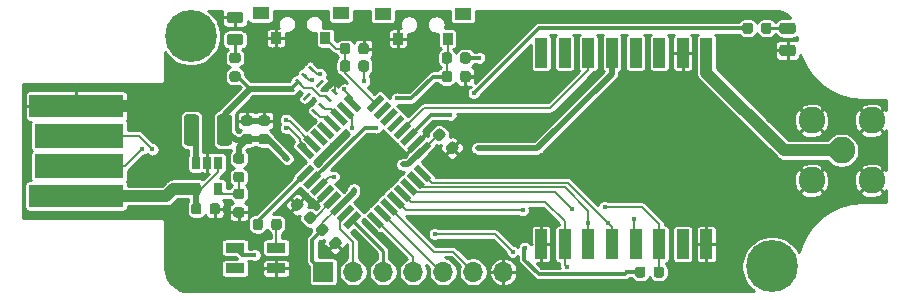
<source format=gbr>
%TF.GenerationSoftware,KiCad,Pcbnew,(5.1.6)-1*%
%TF.CreationDate,2020-12-01T11:19:40+01:00*%
%TF.ProjectId,LoRa_Dongle,4c6f5261-5f44-46f6-9e67-6c652e6b6963,rev?*%
%TF.SameCoordinates,Original*%
%TF.FileFunction,Copper,L1,Top*%
%TF.FilePolarity,Positive*%
%FSLAX46Y46*%
G04 Gerber Fmt 4.6, Leading zero omitted, Abs format (unit mm)*
G04 Created by KiCad (PCBNEW (5.1.6)-1) date 2020-12-01 11:19:40*
%MOMM*%
%LPD*%
G01*
G04 APERTURE LIST*
%TA.AperFunction,SMDPad,CuDef*%
%ADD10C,0.100000*%
%TD*%
%TA.AperFunction,ComponentPad*%
%ADD11C,4.400000*%
%TD*%
%TA.AperFunction,ComponentPad*%
%ADD12C,0.700000*%
%TD*%
%TA.AperFunction,SMDPad,CuDef*%
%ADD13R,1.600000X0.850000*%
%TD*%
%TA.AperFunction,ConnectorPad*%
%ADD14R,8.000000X1.900000*%
%TD*%
%TA.AperFunction,ConnectorPad*%
%ADD15R,7.500000X2.000000*%
%TD*%
%TA.AperFunction,ComponentPad*%
%ADD16C,2.250000*%
%TD*%
%TA.AperFunction,SMDPad,CuDef*%
%ADD17R,1.450000X1.000000*%
%TD*%
%TA.AperFunction,SMDPad,CuDef*%
%ADD18R,0.900000X1.000000*%
%TD*%
%TA.AperFunction,SMDPad,CuDef*%
%ADD19R,1.000000X2.500000*%
%TD*%
%TA.AperFunction,SMDPad,CuDef*%
%ADD20R,0.650000X1.060000*%
%TD*%
%TA.AperFunction,ComponentPad*%
%ADD21R,1.700000X1.700000*%
%TD*%
%TA.AperFunction,ComponentPad*%
%ADD22O,1.700000X1.700000*%
%TD*%
%TA.AperFunction,ViaPad*%
%ADD23C,0.450000*%
%TD*%
%TA.AperFunction,Conductor*%
%ADD24C,0.500000*%
%TD*%
%TA.AperFunction,Conductor*%
%ADD25C,1.000000*%
%TD*%
%TA.AperFunction,Conductor*%
%ADD26C,0.200000*%
%TD*%
%TA.AperFunction,Conductor*%
%ADD27C,0.300000*%
%TD*%
%TA.AperFunction,Conductor*%
%ADD28C,0.250000*%
%TD*%
%TA.AperFunction,Conductor*%
%ADD29C,0.254000*%
%TD*%
G04 APERTURE END LIST*
%TA.AperFunction,SMDPad,CuDef*%
D10*
%TO.P,U2,9*%
%TO.N,+3V3*%
G36*
X45548345Y57633438D02*
G01*
X44416974Y56502067D01*
X44028065Y56890976D01*
X45159436Y58022347D01*
X45548345Y57633438D01*
G37*
%TD.AperFunction*%
%TA.AperFunction,SMDPad,CuDef*%
%TO.P,U2,10*%
%TO.N,GND*%
G36*
X44982660Y58199124D02*
G01*
X43851289Y57067753D01*
X43462380Y57456662D01*
X44593751Y58588033D01*
X44982660Y58199124D01*
G37*
%TD.AperFunction*%
%TA.AperFunction,SMDPad,CuDef*%
%TO.P,U2,11*%
%TO.N,/LED*%
G36*
X44416974Y58764809D02*
G01*
X43285603Y57633438D01*
X42896694Y58022347D01*
X44028065Y59153718D01*
X44416974Y58764809D01*
G37*
%TD.AperFunction*%
%TA.AperFunction,SMDPad,CuDef*%
%TO.P,U2,12*%
%TO.N,/RF_INT*%
G36*
X43851289Y59330495D02*
G01*
X42719918Y58199124D01*
X42331009Y58588033D01*
X43462380Y59719404D01*
X43851289Y59330495D01*
G37*
%TD.AperFunction*%
%TA.AperFunction,SMDPad,CuDef*%
%TO.P,U2,13*%
%TO.N,Net-(U2-Pad13)*%
G36*
X43285604Y59896180D02*
G01*
X42154233Y58764809D01*
X41765324Y59153718D01*
X42896695Y60285089D01*
X43285604Y59896180D01*
G37*
%TD.AperFunction*%
%TA.AperFunction,SMDPad,CuDef*%
%TO.P,U2,14*%
%TO.N,Net-(U2-Pad14)*%
G36*
X42719918Y60461865D02*
G01*
X41588547Y59330494D01*
X41199638Y59719403D01*
X42331009Y60850774D01*
X42719918Y60461865D01*
G37*
%TD.AperFunction*%
%TA.AperFunction,SMDPad,CuDef*%
%TO.P,U2,15*%
%TO.N,Net-(U2-Pad15)*%
G36*
X42154233Y61027551D02*
G01*
X41022862Y59896180D01*
X40633953Y60285089D01*
X41765324Y61416460D01*
X42154233Y61027551D01*
G37*
%TD.AperFunction*%
%TA.AperFunction,SMDPad,CuDef*%
%TO.P,U2,16*%
%TO.N,/USER_BTN*%
G36*
X41588547Y61593236D02*
G01*
X40457176Y60461865D01*
X40068267Y60850774D01*
X41199638Y61982145D01*
X41588547Y61593236D01*
G37*
%TD.AperFunction*%
%TA.AperFunction,SMDPad,CuDef*%
%TO.P,U2,25*%
%TO.N,/RGB*%
G36*
X35677135Y55681824D02*
G01*
X34545764Y54550453D01*
X34156855Y54939362D01*
X35288226Y56070733D01*
X35677135Y55681824D01*
G37*
%TD.AperFunction*%
%TA.AperFunction,SMDPad,CuDef*%
%TO.P,U2,26*%
%TO.N,/nRESET*%
G36*
X36242820Y55116138D02*
G01*
X35111449Y53984767D01*
X34722540Y54373676D01*
X35853911Y55505047D01*
X36242820Y55116138D01*
G37*
%TD.AperFunction*%
%TA.AperFunction,SMDPad,CuDef*%
%TO.P,U2,27*%
%TO.N,/SD_CS*%
G36*
X36808506Y54550453D02*
G01*
X35677135Y53419082D01*
X35288226Y53807991D01*
X36419597Y54939362D01*
X36808506Y54550453D01*
G37*
%TD.AperFunction*%
%TA.AperFunction,SMDPad,CuDef*%
%TO.P,U2,28*%
%TO.N,GND*%
G36*
X37374191Y53984767D02*
G01*
X36242820Y52853396D01*
X35853911Y53242305D01*
X36985282Y54373676D01*
X37374191Y53984767D01*
G37*
%TD.AperFunction*%
%TA.AperFunction,SMDPad,CuDef*%
%TO.P,U2,29*%
%TO.N,Net-(C5-Pad1)*%
G36*
X37939876Y53419082D02*
G01*
X36808505Y52287711D01*
X36419596Y52676620D01*
X37550967Y53807991D01*
X37939876Y53419082D01*
G37*
%TD.AperFunction*%
%TA.AperFunction,SMDPad,CuDef*%
%TO.P,U2,30*%
%TO.N,+3V3*%
G36*
X38505562Y52853397D02*
G01*
X37374191Y51722026D01*
X36985282Y52110935D01*
X38116653Y53242306D01*
X38505562Y52853397D01*
G37*
%TD.AperFunction*%
%TA.AperFunction,SMDPad,CuDef*%
%TO.P,U2,31*%
%TO.N,/SWCLK*%
G36*
X39071247Y52287711D02*
G01*
X37939876Y51156340D01*
X37550967Y51545249D01*
X38682338Y52676620D01*
X39071247Y52287711D01*
G37*
%TD.AperFunction*%
%TA.AperFunction,SMDPad,CuDef*%
%TO.P,U2,32*%
%TO.N,/SWDIO*%
G36*
X39636933Y51722026D02*
G01*
X38505562Y50590655D01*
X38116653Y50979564D01*
X39248024Y52110935D01*
X39636933Y51722026D01*
G37*
%TD.AperFunction*%
%TA.AperFunction,SMDPad,CuDef*%
%TO.P,U2,1*%
%TO.N,/PA00*%
G36*
X41588547Y50979564D02*
G01*
X41199638Y50590655D01*
X40068267Y51722026D01*
X40457176Y52110935D01*
X41588547Y50979564D01*
G37*
%TD.AperFunction*%
%TA.AperFunction,SMDPad,CuDef*%
%TO.P,U2,2*%
%TO.N,/PA01*%
G36*
X42154233Y51545249D02*
G01*
X41765324Y51156340D01*
X40633953Y52287711D01*
X41022862Y52676620D01*
X42154233Y51545249D01*
G37*
%TD.AperFunction*%
%TA.AperFunction,SMDPad,CuDef*%
%TO.P,U2,3*%
%TO.N,/PA02*%
G36*
X42719918Y52110935D02*
G01*
X42331009Y51722026D01*
X41199638Y52853397D01*
X41588547Y53242306D01*
X42719918Y52110935D01*
G37*
%TD.AperFunction*%
%TA.AperFunction,SMDPad,CuDef*%
%TO.P,U2,4*%
%TO.N,/RF_RESET*%
G36*
X43285604Y52676620D02*
G01*
X42896695Y52287711D01*
X41765324Y53419082D01*
X42154233Y53807991D01*
X43285604Y52676620D01*
G37*
%TD.AperFunction*%
%TA.AperFunction,SMDPad,CuDef*%
%TO.P,U2,5*%
%TO.N,/SDI*%
G36*
X43851289Y53242305D02*
G01*
X43462380Y52853396D01*
X42331009Y53984767D01*
X42719918Y54373676D01*
X43851289Y53242305D01*
G37*
%TD.AperFunction*%
%TA.AperFunction,SMDPad,CuDef*%
%TO.P,U2,6*%
%TO.N,/RF_CS*%
G36*
X44416974Y53807991D02*
G01*
X44028065Y53419082D01*
X42896694Y54550453D01*
X43285603Y54939362D01*
X44416974Y53807991D01*
G37*
%TD.AperFunction*%
%TA.AperFunction,SMDPad,CuDef*%
%TO.P,U2,7*%
%TO.N,/SDO*%
G36*
X44982660Y54373676D02*
G01*
X44593751Y53984767D01*
X43462380Y55116138D01*
X43851289Y55505047D01*
X44982660Y54373676D01*
G37*
%TD.AperFunction*%
%TA.AperFunction,SMDPad,CuDef*%
%TO.P,U2,8*%
%TO.N,/SCK*%
G36*
X45548345Y54939362D02*
G01*
X45159436Y54550453D01*
X44028065Y55681824D01*
X44416974Y56070733D01*
X45548345Y54939362D01*
G37*
%TD.AperFunction*%
%TA.AperFunction,SMDPad,CuDef*%
%TO.P,U2,17*%
%TO.N,/FLASH_SDO*%
G36*
X39636933Y60850774D02*
G01*
X39248024Y60461865D01*
X38116653Y61593236D01*
X38505562Y61982145D01*
X39636933Y60850774D01*
G37*
%TD.AperFunction*%
%TA.AperFunction,SMDPad,CuDef*%
%TO.P,U2,18*%
%TO.N,/FLASH_SCK*%
G36*
X39071247Y60285089D02*
G01*
X38682338Y59896180D01*
X37550967Y61027551D01*
X37939876Y61416460D01*
X39071247Y60285089D01*
G37*
%TD.AperFunction*%
%TA.AperFunction,SMDPad,CuDef*%
%TO.P,U2,19*%
%TO.N,/FLASH_SDI*%
G36*
X38505562Y59719403D02*
G01*
X38116653Y59330494D01*
X36985282Y60461865D01*
X37374191Y60850774D01*
X38505562Y59719403D01*
G37*
%TD.AperFunction*%
%TA.AperFunction,SMDPad,CuDef*%
%TO.P,U2,20*%
%TO.N,/FLASH_CS*%
G36*
X37939876Y59153718D02*
G01*
X37550967Y58764809D01*
X36419596Y59896180D01*
X36808505Y60285089D01*
X37939876Y59153718D01*
G37*
%TD.AperFunction*%
%TA.AperFunction,SMDPad,CuDef*%
%TO.P,U2,21*%
%TO.N,Net-(U2-Pad21)*%
G36*
X37374191Y58588033D02*
G01*
X36985282Y58199124D01*
X35853911Y59330495D01*
X36242820Y59719404D01*
X37374191Y58588033D01*
G37*
%TD.AperFunction*%
%TA.AperFunction,SMDPad,CuDef*%
%TO.P,U2,22*%
%TO.N,Net-(U2-Pad22)*%
G36*
X36808506Y58022347D02*
G01*
X36419597Y57633438D01*
X35288226Y58764809D01*
X35677135Y59153718D01*
X36808506Y58022347D01*
G37*
%TD.AperFunction*%
%TA.AperFunction,SMDPad,CuDef*%
%TO.P,U2,23*%
%TO.N,USB_D-*%
G36*
X36242820Y57456662D02*
G01*
X35853911Y57067753D01*
X34722540Y58199124D01*
X35111449Y58588033D01*
X36242820Y57456662D01*
G37*
%TD.AperFunction*%
%TA.AperFunction,SMDPad,CuDef*%
%TO.P,U2,24*%
%TO.N,USB_D+*%
G36*
X35677135Y56890976D02*
G01*
X35288226Y56502067D01*
X34156855Y57633438D01*
X34545764Y58022347D01*
X35677135Y56890976D01*
G37*
%TD.AperFunction*%
%TD*%
D11*
%TO.P,REF\u002A\u002A,1*%
%TO.N,N/C*%
X74396600Y47421800D03*
D12*
X76046600Y47421800D03*
X75563326Y46255074D03*
X74396600Y45771800D03*
X73229874Y46255074D03*
X72746600Y47421800D03*
X73229874Y48588526D03*
X74396600Y49071800D03*
X75563326Y48588526D03*
%TD*%
%TO.P,REF\u002A\u002A,1*%
%TO.N,N/C*%
X26338126Y68121126D03*
X25171400Y68604400D03*
X24004674Y68121126D03*
X23521400Y66954400D03*
X24004674Y65787674D03*
X25171400Y65304400D03*
X26338126Y65787674D03*
X26821400Y66954400D03*
D11*
X25171400Y66954400D03*
%TD*%
%TO.P,C1,1*%
%TO.N,/USER_BTN*%
%TA.AperFunction,SMDPad,CuDef*%
G36*
G01*
X37814800Y65605950D02*
X37814800Y66118450D01*
G75*
G02*
X38033550Y66337200I218750J0D01*
G01*
X38471050Y66337200D01*
G75*
G02*
X38689800Y66118450I0J-218750D01*
G01*
X38689800Y65605950D01*
G75*
G02*
X38471050Y65387200I-218750J0D01*
G01*
X38033550Y65387200D01*
G75*
G02*
X37814800Y65605950I0J218750D01*
G01*
G37*
%TD.AperFunction*%
%TO.P,C1,2*%
%TO.N,GND*%
%TA.AperFunction,SMDPad,CuDef*%
G36*
G01*
X39389800Y65605950D02*
X39389800Y66118450D01*
G75*
G02*
X39608550Y66337200I218750J0D01*
G01*
X40046050Y66337200D01*
G75*
G02*
X40264800Y66118450I0J-218750D01*
G01*
X40264800Y65605950D01*
G75*
G02*
X40046050Y65387200I-218750J0D01*
G01*
X39608550Y65387200D01*
G75*
G02*
X39389800Y65605950I0J218750D01*
G01*
G37*
%TD.AperFunction*%
%TD*%
%TO.P,C2,2*%
%TO.N,GND*%
%TA.AperFunction,SMDPad,CuDef*%
G36*
G01*
X48000400Y63243750D02*
X48000400Y63756250D01*
G75*
G02*
X48219150Y63975000I218750J0D01*
G01*
X48656650Y63975000D01*
G75*
G02*
X48875400Y63756250I0J-218750D01*
G01*
X48875400Y63243750D01*
G75*
G02*
X48656650Y63025000I-218750J0D01*
G01*
X48219150Y63025000D01*
G75*
G02*
X48000400Y63243750I0J218750D01*
G01*
G37*
%TD.AperFunction*%
%TO.P,C2,1*%
%TO.N,/nRESET*%
%TA.AperFunction,SMDPad,CuDef*%
G36*
G01*
X46425400Y63243750D02*
X46425400Y63756250D01*
G75*
G02*
X46644150Y63975000I218750J0D01*
G01*
X47081650Y63975000D01*
G75*
G02*
X47300400Y63756250I0J-218750D01*
G01*
X47300400Y63243750D01*
G75*
G02*
X47081650Y63025000I-218750J0D01*
G01*
X46644150Y63025000D01*
G75*
G02*
X46425400Y63243750I0J218750D01*
G01*
G37*
%TD.AperFunction*%
%TD*%
%TO.P,C3,1*%
%TO.N,+3V3*%
%TA.AperFunction,SMDPad,CuDef*%
G36*
G01*
X45713998Y58698610D02*
X46076390Y59061003D01*
G75*
G02*
X46385750Y59061003I154680J-154680D01*
G01*
X46695109Y58751644D01*
G75*
G02*
X46695109Y58442284I-154680J-154680D01*
G01*
X46332716Y58079891D01*
G75*
G02*
X46023356Y58079891I-154680J154680D01*
G01*
X45713997Y58389250D01*
G75*
G02*
X45713997Y58698610I154680J154680D01*
G01*
G37*
%TD.AperFunction*%
%TO.P,C3,2*%
%TO.N,GND*%
%TA.AperFunction,SMDPad,CuDef*%
G36*
G01*
X46827692Y57584916D02*
X47190084Y57947309D01*
G75*
G02*
X47499444Y57947309I154680J-154680D01*
G01*
X47808803Y57637950D01*
G75*
G02*
X47808803Y57328590I-154680J-154680D01*
G01*
X47446410Y56966197D01*
G75*
G02*
X47137050Y56966197I-154680J154680D01*
G01*
X46827691Y57275556D01*
G75*
G02*
X46827691Y57584916I154680J154680D01*
G01*
G37*
%TD.AperFunction*%
%TD*%
%TO.P,C4,2*%
%TO.N,GND*%
%TA.AperFunction,SMDPad,CuDef*%
G36*
G01*
X36947092Y49533116D02*
X37309484Y49895509D01*
G75*
G02*
X37618844Y49895509I154680J-154680D01*
G01*
X37928203Y49586150D01*
G75*
G02*
X37928203Y49276790I-154680J-154680D01*
G01*
X37565810Y48914397D01*
G75*
G02*
X37256450Y48914397I-154680J154680D01*
G01*
X36947091Y49223756D01*
G75*
G02*
X36947091Y49533116I154680J154680D01*
G01*
G37*
%TD.AperFunction*%
%TO.P,C4,1*%
%TO.N,+3V3*%
%TA.AperFunction,SMDPad,CuDef*%
G36*
G01*
X35833398Y50646810D02*
X36195790Y51009203D01*
G75*
G02*
X36505150Y51009203I154680J-154680D01*
G01*
X36814509Y50699844D01*
G75*
G02*
X36814509Y50390484I-154680J-154680D01*
G01*
X36452116Y50028091D01*
G75*
G02*
X36142756Y50028091I-154680J154680D01*
G01*
X35833397Y50337450D01*
G75*
G02*
X35833397Y50646810I154680J154680D01*
G01*
G37*
%TD.AperFunction*%
%TD*%
%TO.P,C5,2*%
%TO.N,GND*%
%TA.AperFunction,SMDPad,CuDef*%
G36*
G01*
X34680908Y52524084D02*
X34318516Y52161691D01*
G75*
G02*
X34009156Y52161691I-154680J154680D01*
G01*
X33699797Y52471050D01*
G75*
G02*
X33699797Y52780410I154680J154680D01*
G01*
X34062190Y53142803D01*
G75*
G02*
X34371550Y53142803I154680J-154680D01*
G01*
X34680909Y52833444D01*
G75*
G02*
X34680909Y52524084I-154680J-154680D01*
G01*
G37*
%TD.AperFunction*%
%TO.P,C5,1*%
%TO.N,Net-(C5-Pad1)*%
%TA.AperFunction,SMDPad,CuDef*%
G36*
G01*
X35794602Y51410390D02*
X35432210Y51047997D01*
G75*
G02*
X35122850Y51047997I-154680J154680D01*
G01*
X34813491Y51357356D01*
G75*
G02*
X34813491Y51666716I154680J154680D01*
G01*
X35175884Y52029109D01*
G75*
G02*
X35485244Y52029109I154680J-154680D01*
G01*
X35794603Y51719750D01*
G75*
G02*
X35794603Y51410390I-154680J-154680D01*
G01*
G37*
%TD.AperFunction*%
%TD*%
%TO.P,C6,1*%
%TO.N,VBUS*%
%TA.AperFunction,SMDPad,CuDef*%
G36*
G01*
X25216400Y52042350D02*
X25216400Y52554850D01*
G75*
G02*
X25435150Y52773600I218750J0D01*
G01*
X25872650Y52773600D01*
G75*
G02*
X26091400Y52554850I0J-218750D01*
G01*
X26091400Y52042350D01*
G75*
G02*
X25872650Y51823600I-218750J0D01*
G01*
X25435150Y51823600D01*
G75*
G02*
X25216400Y52042350I0J218750D01*
G01*
G37*
%TD.AperFunction*%
%TO.P,C6,2*%
%TO.N,GND*%
%TA.AperFunction,SMDPad,CuDef*%
G36*
G01*
X26791400Y52042350D02*
X26791400Y52554850D01*
G75*
G02*
X27010150Y52773600I218750J0D01*
G01*
X27447650Y52773600D01*
G75*
G02*
X27666400Y52554850I0J-218750D01*
G01*
X27666400Y52042350D01*
G75*
G02*
X27447650Y51823600I-218750J0D01*
G01*
X27010150Y51823600D01*
G75*
G02*
X26791400Y52042350I0J218750D01*
G01*
G37*
%TD.AperFunction*%
%TD*%
%TO.P,C9,1*%
%TO.N,+3V3*%
%TA.AperFunction,SMDPad,CuDef*%
G36*
G01*
X30177450Y57753800D02*
X29664950Y57753800D01*
G75*
G02*
X29446200Y57972550I0J218750D01*
G01*
X29446200Y58410050D01*
G75*
G02*
X29664950Y58628800I218750J0D01*
G01*
X30177450Y58628800D01*
G75*
G02*
X30396200Y58410050I0J-218750D01*
G01*
X30396200Y57972550D01*
G75*
G02*
X30177450Y57753800I-218750J0D01*
G01*
G37*
%TD.AperFunction*%
%TO.P,C9,2*%
%TO.N,GND*%
%TA.AperFunction,SMDPad,CuDef*%
G36*
G01*
X30177450Y59328800D02*
X29664950Y59328800D01*
G75*
G02*
X29446200Y59547550I0J218750D01*
G01*
X29446200Y59985050D01*
G75*
G02*
X29664950Y60203800I218750J0D01*
G01*
X30177450Y60203800D01*
G75*
G02*
X30396200Y59985050I0J-218750D01*
G01*
X30396200Y59547550D01*
G75*
G02*
X30177450Y59328800I-218750J0D01*
G01*
G37*
%TD.AperFunction*%
%TD*%
%TO.P,C10,2*%
%TO.N,GND*%
%TA.AperFunction,SMDPad,CuDef*%
G36*
G01*
X31676050Y59328800D02*
X31163550Y59328800D01*
G75*
G02*
X30944800Y59547550I0J218750D01*
G01*
X30944800Y59985050D01*
G75*
G02*
X31163550Y60203800I218750J0D01*
G01*
X31676050Y60203800D01*
G75*
G02*
X31894800Y59985050I0J-218750D01*
G01*
X31894800Y59547550D01*
G75*
G02*
X31676050Y59328800I-218750J0D01*
G01*
G37*
%TD.AperFunction*%
%TO.P,C10,1*%
%TO.N,+3V3*%
%TA.AperFunction,SMDPad,CuDef*%
G36*
G01*
X31676050Y57753800D02*
X31163550Y57753800D01*
G75*
G02*
X30944800Y57972550I0J218750D01*
G01*
X30944800Y58410050D01*
G75*
G02*
X31163550Y58628800I218750J0D01*
G01*
X31676050Y58628800D01*
G75*
G02*
X31894800Y58410050I0J-218750D01*
G01*
X31894800Y57972550D01*
G75*
G02*
X31676050Y57753800I-218750J0D01*
G01*
G37*
%TD.AperFunction*%
%TD*%
D13*
%TO.P,D1,1*%
%TO.N,+3V3*%
X28933200Y49008000D03*
%TO.P,D1,2*%
%TO.N,Net-(D1-Pad2)*%
X28933200Y47258000D03*
%TO.P,D1,4*%
%TO.N,Net-(D1-Pad4)*%
X32433200Y49008000D03*
%TO.P,D1,3*%
%TO.N,GND*%
X32433200Y47258000D03*
%TD*%
%TO.P,D2,1*%
%TO.N,GND*%
%TA.AperFunction,SMDPad,CuDef*%
G36*
G01*
X28474350Y68989000D02*
X29386850Y68989000D01*
G75*
G02*
X29630600Y68745250I0J-243750D01*
G01*
X29630600Y68257750D01*
G75*
G02*
X29386850Y68014000I-243750J0D01*
G01*
X28474350Y68014000D01*
G75*
G02*
X28230600Y68257750I0J243750D01*
G01*
X28230600Y68745250D01*
G75*
G02*
X28474350Y68989000I243750J0D01*
G01*
G37*
%TD.AperFunction*%
%TO.P,D2,2*%
%TO.N,Net-(D2-Pad2)*%
%TA.AperFunction,SMDPad,CuDef*%
G36*
G01*
X28474350Y67114000D02*
X29386850Y67114000D01*
G75*
G02*
X29630600Y66870250I0J-243750D01*
G01*
X29630600Y66382750D01*
G75*
G02*
X29386850Y66139000I-243750J0D01*
G01*
X28474350Y66139000D01*
G75*
G02*
X28230600Y66382750I0J243750D01*
G01*
X28230600Y66870250D01*
G75*
G02*
X28474350Y67114000I243750J0D01*
G01*
G37*
%TD.AperFunction*%
%TD*%
%TO.P,D3,2*%
%TO.N,Net-(D3-Pad2)*%
%TA.AperFunction,SMDPad,CuDef*%
G36*
G01*
X76173650Y67099600D02*
X75261150Y67099600D01*
G75*
G02*
X75017400Y67343350I0J243750D01*
G01*
X75017400Y67830850D01*
G75*
G02*
X75261150Y68074600I243750J0D01*
G01*
X76173650Y68074600D01*
G75*
G02*
X76417400Y67830850I0J-243750D01*
G01*
X76417400Y67343350D01*
G75*
G02*
X76173650Y67099600I-243750J0D01*
G01*
G37*
%TD.AperFunction*%
%TO.P,D3,1*%
%TO.N,GND*%
%TA.AperFunction,SMDPad,CuDef*%
G36*
G01*
X76173650Y65224600D02*
X75261150Y65224600D01*
G75*
G02*
X75017400Y65468350I0J243750D01*
G01*
X75017400Y65955850D01*
G75*
G02*
X75261150Y66199600I243750J0D01*
G01*
X76173650Y66199600D01*
G75*
G02*
X76417400Y65955850I0J-243750D01*
G01*
X76417400Y65468350D01*
G75*
G02*
X76173650Y65224600I-243750J0D01*
G01*
G37*
%TD.AperFunction*%
%TD*%
D14*
%TO.P,J2,1*%
%TO.N,VBUS*%
X15491800Y53390800D03*
%TO.P,J2,4*%
%TO.N,GND*%
X15491800Y61010800D03*
D15*
%TO.P,J2,3*%
%TO.N,USB_D+*%
X15741800Y58500800D03*
%TO.P,J2,2*%
%TO.N,USB_D-*%
X15741800Y55900800D03*
%TD*%
D16*
%TO.P,J3,1*%
%TO.N,Net-(J3-Pad1)*%
X80289400Y57251600D03*
%TO.P,J3,2*%
%TO.N,GND*%
X77749400Y54711600D03*
X82829400Y54711600D03*
X82829400Y59791600D03*
X77749400Y59791600D03*
%TD*%
%TO.P,L2,1*%
%TO.N,Net-(L2-Pad1)*%
%TA.AperFunction,SMDPad,CuDef*%
G36*
G01*
X24619600Y57903800D02*
X24619600Y60053800D01*
G75*
G02*
X24869600Y60303800I250000J0D01*
G01*
X25619600Y60303800D01*
G75*
G02*
X25869600Y60053800I0J-250000D01*
G01*
X25869600Y57903800D01*
G75*
G02*
X25619600Y57653800I-250000J0D01*
G01*
X24869600Y57653800D01*
G75*
G02*
X24619600Y57903800I0J250000D01*
G01*
G37*
%TD.AperFunction*%
%TO.P,L2,2*%
%TO.N,+3V3*%
%TA.AperFunction,SMDPad,CuDef*%
G36*
G01*
X27419600Y57903800D02*
X27419600Y60053800D01*
G75*
G02*
X27669600Y60303800I250000J0D01*
G01*
X28419600Y60303800D01*
G75*
G02*
X28669600Y60053800I0J-250000D01*
G01*
X28669600Y57903800D01*
G75*
G02*
X28419600Y57653800I-250000J0D01*
G01*
X27669600Y57653800D01*
G75*
G02*
X27419600Y57903800I0J250000D01*
G01*
G37*
%TD.AperFunction*%
%TD*%
%TO.P,R1,2*%
%TO.N,/USER_BTN*%
%TA.AperFunction,SMDPad,CuDef*%
G36*
G01*
X38689800Y64645250D02*
X38689800Y64132750D01*
G75*
G02*
X38471050Y63914000I-218750J0D01*
G01*
X38033550Y63914000D01*
G75*
G02*
X37814800Y64132750I0J218750D01*
G01*
X37814800Y64645250D01*
G75*
G02*
X38033550Y64864000I218750J0D01*
G01*
X38471050Y64864000D01*
G75*
G02*
X38689800Y64645250I0J-218750D01*
G01*
G37*
%TD.AperFunction*%
%TO.P,R1,1*%
%TO.N,+3V3*%
%TA.AperFunction,SMDPad,CuDef*%
G36*
G01*
X40264800Y64645250D02*
X40264800Y64132750D01*
G75*
G02*
X40046050Y63914000I-218750J0D01*
G01*
X39608550Y63914000D01*
G75*
G02*
X39389800Y64132750I0J218750D01*
G01*
X39389800Y64645250D01*
G75*
G02*
X39608550Y64864000I218750J0D01*
G01*
X40046050Y64864000D01*
G75*
G02*
X40264800Y64645250I0J-218750D01*
G01*
G37*
%TD.AperFunction*%
%TD*%
%TO.P,R2,2*%
%TO.N,/nRESET*%
%TA.AperFunction,SMDPad,CuDef*%
G36*
G01*
X47300400Y65331050D02*
X47300400Y64818550D01*
G75*
G02*
X47081650Y64599800I-218750J0D01*
G01*
X46644150Y64599800D01*
G75*
G02*
X46425400Y64818550I0J218750D01*
G01*
X46425400Y65331050D01*
G75*
G02*
X46644150Y65549800I218750J0D01*
G01*
X47081650Y65549800D01*
G75*
G02*
X47300400Y65331050I0J-218750D01*
G01*
G37*
%TD.AperFunction*%
%TO.P,R2,1*%
%TO.N,+3V3*%
%TA.AperFunction,SMDPad,CuDef*%
G36*
G01*
X48875400Y65331050D02*
X48875400Y64818550D01*
G75*
G02*
X48656650Y64599800I-218750J0D01*
G01*
X48219150Y64599800D01*
G75*
G02*
X48000400Y64818550I0J218750D01*
G01*
X48000400Y65331050D01*
G75*
G02*
X48219150Y65549800I218750J0D01*
G01*
X48656650Y65549800D01*
G75*
G02*
X48875400Y65331050I0J-218750D01*
G01*
G37*
%TD.AperFunction*%
%TD*%
%TO.P,R3,1*%
%TO.N,Net-(D1-Pad4)*%
%TA.AperFunction,SMDPad,CuDef*%
G36*
G01*
X32873400Y51234050D02*
X32873400Y50721550D01*
G75*
G02*
X32654650Y50502800I-218750J0D01*
G01*
X32217150Y50502800D01*
G75*
G02*
X31998400Y50721550I0J218750D01*
G01*
X31998400Y51234050D01*
G75*
G02*
X32217150Y51452800I218750J0D01*
G01*
X32654650Y51452800D01*
G75*
G02*
X32873400Y51234050I0J-218750D01*
G01*
G37*
%TD.AperFunction*%
%TO.P,R3,2*%
%TO.N,/RGB*%
%TA.AperFunction,SMDPad,CuDef*%
G36*
G01*
X31298400Y51234050D02*
X31298400Y50721550D01*
G75*
G02*
X31079650Y50502800I-218750J0D01*
G01*
X30642150Y50502800D01*
G75*
G02*
X30423400Y50721550I0J218750D01*
G01*
X30423400Y51234050D01*
G75*
G02*
X30642150Y51452800I218750J0D01*
G01*
X31079650Y51452800D01*
G75*
G02*
X31298400Y51234050I0J-218750D01*
G01*
G37*
%TD.AperFunction*%
%TD*%
%TO.P,R4,2*%
%TO.N,Net-(D2-Pad2)*%
%TA.AperFunction,SMDPad,CuDef*%
G36*
G01*
X29186850Y64637400D02*
X28674350Y64637400D01*
G75*
G02*
X28455600Y64856150I0J218750D01*
G01*
X28455600Y65293650D01*
G75*
G02*
X28674350Y65512400I218750J0D01*
G01*
X29186850Y65512400D01*
G75*
G02*
X29405600Y65293650I0J-218750D01*
G01*
X29405600Y64856150D01*
G75*
G02*
X29186850Y64637400I-218750J0D01*
G01*
G37*
%TD.AperFunction*%
%TO.P,R4,1*%
%TO.N,+3V3*%
%TA.AperFunction,SMDPad,CuDef*%
G36*
G01*
X29186850Y63062400D02*
X28674350Y63062400D01*
G75*
G02*
X28455600Y63281150I0J218750D01*
G01*
X28455600Y63718650D01*
G75*
G02*
X28674350Y63937400I218750J0D01*
G01*
X29186850Y63937400D01*
G75*
G02*
X29405600Y63718650I0J-218750D01*
G01*
X29405600Y63281150D01*
G75*
G02*
X29186850Y63062400I-218750J0D01*
G01*
G37*
%TD.AperFunction*%
%TD*%
%TO.P,R5,1*%
%TO.N,/LED*%
%TA.AperFunction,SMDPad,CuDef*%
G36*
G01*
X71901600Y67333150D02*
X71901600Y67845650D01*
G75*
G02*
X72120350Y68064400I218750J0D01*
G01*
X72557850Y68064400D01*
G75*
G02*
X72776600Y67845650I0J-218750D01*
G01*
X72776600Y67333150D01*
G75*
G02*
X72557850Y67114400I-218750J0D01*
G01*
X72120350Y67114400D01*
G75*
G02*
X71901600Y67333150I0J218750D01*
G01*
G37*
%TD.AperFunction*%
%TO.P,R5,2*%
%TO.N,Net-(D3-Pad2)*%
%TA.AperFunction,SMDPad,CuDef*%
G36*
G01*
X73476600Y67333150D02*
X73476600Y67845650D01*
G75*
G02*
X73695350Y68064400I218750J0D01*
G01*
X74132850Y68064400D01*
G75*
G02*
X74351600Y67845650I0J-218750D01*
G01*
X74351600Y67333150D01*
G75*
G02*
X74132850Y67114400I-218750J0D01*
G01*
X73695350Y67114400D01*
G75*
G02*
X73476600Y67333150I0J218750D01*
G01*
G37*
%TD.AperFunction*%
%TD*%
%TO.P,R6,1*%
%TO.N,+3V3*%
%TA.AperFunction,SMDPad,CuDef*%
G36*
G01*
X62808400Y46682950D02*
X62808400Y47195450D01*
G75*
G02*
X63027150Y47414200I218750J0D01*
G01*
X63464650Y47414200D01*
G75*
G02*
X63683400Y47195450I0J-218750D01*
G01*
X63683400Y46682950D01*
G75*
G02*
X63464650Y46464200I-218750J0D01*
G01*
X63027150Y46464200D01*
G75*
G02*
X62808400Y46682950I0J218750D01*
G01*
G37*
%TD.AperFunction*%
%TO.P,R6,2*%
%TO.N,/RF_RESET*%
%TA.AperFunction,SMDPad,CuDef*%
G36*
G01*
X64383400Y46682950D02*
X64383400Y47195450D01*
G75*
G02*
X64602150Y47414200I218750J0D01*
G01*
X65039650Y47414200D01*
G75*
G02*
X65258400Y47195450I0J-218750D01*
G01*
X65258400Y46682950D01*
G75*
G02*
X65039650Y46464200I-218750J0D01*
G01*
X64602150Y46464200D01*
G75*
G02*
X64383400Y46682950I0J218750D01*
G01*
G37*
%TD.AperFunction*%
%TD*%
%TO.P,R7,2*%
%TO.N,Net-(R7-Pad2)*%
%TA.AperFunction,SMDPad,CuDef*%
G36*
G01*
X29004550Y55428400D02*
X29517050Y55428400D01*
G75*
G02*
X29735800Y55209650I0J-218750D01*
G01*
X29735800Y54772150D01*
G75*
G02*
X29517050Y54553400I-218750J0D01*
G01*
X29004550Y54553400D01*
G75*
G02*
X28785800Y54772150I0J218750D01*
G01*
X28785800Y55209650D01*
G75*
G02*
X29004550Y55428400I218750J0D01*
G01*
G37*
%TD.AperFunction*%
%TO.P,R7,1*%
%TO.N,+3V3*%
%TA.AperFunction,SMDPad,CuDef*%
G36*
G01*
X29004550Y57003400D02*
X29517050Y57003400D01*
G75*
G02*
X29735800Y56784650I0J-218750D01*
G01*
X29735800Y56347150D01*
G75*
G02*
X29517050Y56128400I-218750J0D01*
G01*
X29004550Y56128400D01*
G75*
G02*
X28785800Y56347150I0J218750D01*
G01*
X28785800Y56784650D01*
G75*
G02*
X29004550Y57003400I218750J0D01*
G01*
G37*
%TD.AperFunction*%
%TD*%
%TO.P,R8,1*%
%TO.N,Net-(R7-Pad2)*%
%TA.AperFunction,SMDPad,CuDef*%
G36*
G01*
X29004550Y54006200D02*
X29517050Y54006200D01*
G75*
G02*
X29735800Y53787450I0J-218750D01*
G01*
X29735800Y53349950D01*
G75*
G02*
X29517050Y53131200I-218750J0D01*
G01*
X29004550Y53131200D01*
G75*
G02*
X28785800Y53349950I0J218750D01*
G01*
X28785800Y53787450D01*
G75*
G02*
X29004550Y54006200I218750J0D01*
G01*
G37*
%TD.AperFunction*%
%TO.P,R8,2*%
%TO.N,GND*%
%TA.AperFunction,SMDPad,CuDef*%
G36*
G01*
X29004550Y52431200D02*
X29517050Y52431200D01*
G75*
G02*
X29735800Y52212450I0J-218750D01*
G01*
X29735800Y51774950D01*
G75*
G02*
X29517050Y51556200I-218750J0D01*
G01*
X29004550Y51556200D01*
G75*
G02*
X28785800Y51774950I0J218750D01*
G01*
X28785800Y52212450D01*
G75*
G02*
X29004550Y52431200I218750J0D01*
G01*
G37*
%TD.AperFunction*%
%TD*%
D17*
%TO.P,SW1,3*%
%TO.N,N/C*%
X37893200Y68851200D03*
%TO.P,SW1,4*%
X31093200Y68851200D03*
D18*
%TO.P,SW1,2*%
%TO.N,GND*%
X32393200Y66751200D03*
%TO.P,SW1,1*%
%TO.N,/USER_BTN*%
X36593200Y66751200D03*
%TD*%
%TO.P,SW2,1*%
%TO.N,/nRESET*%
X46931000Y66700400D03*
%TO.P,SW2,2*%
%TO.N,GND*%
X42731000Y66700400D03*
D17*
%TO.P,SW2,4*%
%TO.N,N/C*%
X41431000Y68800400D03*
%TO.P,SW2,3*%
X48231000Y68800400D03*
%TD*%
%TA.AperFunction,SMDPad,CuDef*%
D10*
%TO.P,U1,1*%
%TO.N,/FLASH_CS*%
G36*
X35989939Y60382776D02*
G01*
X35813163Y60206000D01*
X35388899Y60630264D01*
X35565675Y60807040D01*
X35989939Y60382776D01*
G37*
%TD.AperFunction*%
%TA.AperFunction,SMDPad,CuDef*%
%TO.P,U1,8*%
%TO.N,+3V3*%
G36*
X34010040Y62362675D02*
G01*
X33833264Y62185899D01*
X33409000Y62610163D01*
X33585776Y62786939D01*
X34010040Y62362675D01*
G37*
%TD.AperFunction*%
%TA.AperFunction,SMDPad,CuDef*%
%TO.P,U1,2*%
%TO.N,/FLASH_SDI*%
G36*
X36555625Y60948462D02*
G01*
X36378849Y60771686D01*
X35954585Y61195950D01*
X36131361Y61372726D01*
X36555625Y60948462D01*
G37*
%TD.AperFunction*%
%TA.AperFunction,SMDPad,CuDef*%
%TO.P,U1,3*%
%TO.N,+3V3*%
G36*
X37121310Y61514147D02*
G01*
X36944534Y61337371D01*
X36520270Y61761635D01*
X36697046Y61938411D01*
X37121310Y61514147D01*
G37*
%TD.AperFunction*%
%TA.AperFunction,SMDPad,CuDef*%
%TO.P,U1,4*%
%TO.N,GND*%
G36*
X37686996Y62079833D02*
G01*
X37510220Y61903057D01*
X37085956Y62327321D01*
X37262732Y62504097D01*
X37686996Y62079833D01*
G37*
%TD.AperFunction*%
%TA.AperFunction,SMDPad,CuDef*%
%TO.P,U1,7*%
%TO.N,+3V3*%
G36*
X34575726Y62928361D02*
G01*
X34398950Y62751585D01*
X33974686Y63175849D01*
X34151462Y63352625D01*
X34575726Y62928361D01*
G37*
%TD.AperFunction*%
%TA.AperFunction,SMDPad,CuDef*%
%TO.P,U1,6*%
%TO.N,/FLASH_SCK*%
G36*
X35141411Y63494046D02*
G01*
X34964635Y63317270D01*
X34540371Y63741534D01*
X34717147Y63918310D01*
X35141411Y63494046D01*
G37*
%TD.AperFunction*%
%TA.AperFunction,SMDPad,CuDef*%
%TO.P,U1,5*%
%TO.N,/FLASH_SDO*%
G36*
X35707097Y64059732D02*
G01*
X35530321Y63882956D01*
X35106057Y64307220D01*
X35282833Y64483996D01*
X35707097Y64059732D01*
G37*
%TD.AperFunction*%
%TA.AperFunction,SMDPad,CuDef*%
%TO.P,U1,*%
%TO.N,*%
G36*
X36481379Y63136958D02*
G01*
X35915694Y62571273D01*
X35774273Y62712694D01*
X36339958Y63278379D01*
X36481379Y63136958D01*
G37*
%TD.AperFunction*%
%TA.AperFunction,SMDPad,CuDef*%
G36*
X35367827Y62023406D02*
G01*
X34802142Y61457721D01*
X34660721Y61599142D01*
X35226406Y62164827D01*
X35367827Y62023406D01*
G37*
%TD.AperFunction*%
%TD*%
D19*
%TO.P,U3,1*%
%TO.N,GND*%
X54849000Y49304000D03*
%TO.P,U3,2*%
%TO.N,/SDI*%
X56849000Y49304000D03*
%TO.P,U3,3*%
%TO.N,/SDO*%
X58849000Y49304000D03*
%TO.P,U3,4*%
%TO.N,/SCK*%
X60849000Y49304000D03*
%TO.P,U3,5*%
%TO.N,/RF_CS*%
X62849000Y49304000D03*
%TO.P,U3,6*%
%TO.N,/RF_RESET*%
X64849000Y49304000D03*
%TO.P,U3,7*%
%TO.N,Net-(U3-Pad7)*%
X66849000Y49304000D03*
%TO.P,U3,8*%
%TO.N,GND*%
X68849000Y49304000D03*
%TO.P,U3,9*%
%TO.N,Net-(J3-Pad1)*%
X68849000Y65504000D03*
%TO.P,U3,10*%
%TO.N,GND*%
X66849000Y65504000D03*
%TO.P,U3,11*%
%TO.N,Net-(U3-Pad11)*%
X64849000Y65504000D03*
%TO.P,U3,12*%
%TO.N,Net-(U3-Pad12)*%
X62849000Y65504000D03*
%TO.P,U3,13*%
%TO.N,+3V3*%
X60849000Y65504000D03*
%TO.P,U3,14*%
%TO.N,/RF_INT*%
X58849000Y65504000D03*
%TO.P,U3,15*%
%TO.N,Net-(U3-Pad15)*%
X56849000Y65504000D03*
%TO.P,U3,16*%
%TO.N,Net-(U3-Pad16)*%
X54849000Y65504000D03*
%TD*%
D20*
%TO.P,U4,1*%
%TO.N,VBUS*%
X27518400Y56192600D03*
%TO.P,U4,2*%
%TO.N,GND*%
X26568400Y56192600D03*
%TO.P,U4,3*%
%TO.N,Net-(L2-Pad1)*%
X25618400Y56192600D03*
%TO.P,U4,4*%
%TO.N,VBUS*%
X25618400Y53992600D03*
%TO.P,U4,5*%
%TO.N,Net-(R7-Pad2)*%
X27518400Y53992600D03*
%TD*%
D21*
%TO.P,J1,1*%
%TO.N,+3V3*%
X36398200Y46964600D03*
D22*
%TO.P,J1,2*%
%TO.N,/SWCLK*%
X38938200Y46964600D03*
%TO.P,J1,3*%
%TO.N,/SWDIO*%
X41478200Y46964600D03*
%TO.P,J1,4*%
%TO.N,/PA00*%
X44018200Y46964600D03*
%TO.P,J1,5*%
%TO.N,/PA01*%
X46558200Y46964600D03*
%TO.P,J1,6*%
%TO.N,/PA02*%
X49098200Y46964600D03*
%TO.P,J1,7*%
%TO.N,GND*%
X51638200Y46964600D03*
%TD*%
D23*
%TO.N,GND*%
X66929000Y46482000D03*
X23114000Y57150000D03*
X23114000Y55372000D03*
X23114000Y51816000D03*
X23622000Y46736000D03*
X23114000Y60960000D03*
X70612000Y63982600D03*
X71628000Y62966600D03*
X72644000Y61950600D03*
X73660000Y60934600D03*
X74676000Y59918600D03*
X75692000Y58902600D03*
X69342000Y61188600D03*
X70358000Y60172600D03*
X71374000Y59156600D03*
X72390000Y58140600D03*
X73406000Y57124600D03*
X74422000Y56362600D03*
X75946000Y55854600D03*
X68326000Y62204600D03*
X67564000Y63220600D03*
X41148000Y55880000D03*
X41148000Y58420000D03*
X38100000Y58420000D03*
X31750000Y56388000D03*
X31750000Y53594000D03*
X34290000Y47752000D03*
X34290000Y50292000D03*
X34290000Y45720000D03*
X29972000Y45720000D03*
X25654000Y45720000D03*
X49530000Y55372000D03*
X52324000Y55372000D03*
X52324000Y58420000D03*
X49530000Y58420000D03*
X43688000Y60960000D03*
X43688000Y62992000D03*
X43688000Y65278000D03*
X29972000Y65278000D03*
X33020000Y65278000D03*
X31496000Y61214000D03*
X26162000Y61214000D03*
X52324000Y61722000D03*
X64516000Y55626000D03*
X64516000Y58928000D03*
X58928000Y55626000D03*
X66802000Y68580000D03*
X61976000Y68580000D03*
X57658000Y68580000D03*
X53086000Y68580000D03*
X38354000Y55880000D03*
X23114000Y62484000D03*
X23368000Y49530000D03*
X23368000Y64008000D03*
X36626800Y48666400D03*
X49530000Y51308000D03*
X46990000Y51308000D03*
X44450000Y51308000D03*
%TO.N,/nRESET*%
X42646600Y61645800D03*
X40894000Y59182000D03*
%TO.N,+3V3*%
X33350200Y56540400D03*
X38989000Y53924200D03*
X32486600Y57429400D03*
X43129200Y56057800D03*
X49479200Y57429400D03*
X30581600Y48387000D03*
X49606200Y65074800D03*
X39878000Y63119000D03*
X53467000Y48996600D03*
X62103000Y46939200D03*
%TO.N,/LED*%
X47167800Y60248800D03*
X49149001Y62102999D03*
%TO.N,/RF_RESET*%
X60223400Y52451000D03*
X53289200Y52171600D03*
%TO.N,/RF_CS*%
X57429400Y52273200D03*
X62712600Y51409600D03*
%TO.N,/FLASH_SCK*%
X35482502Y63219312D03*
X38862000Y59182000D03*
%TO.N,/FLASH_SDO*%
X38201600Y62407800D03*
X36159560Y63692306D03*
%TO.N,USB_D+*%
X33253342Y59141541D03*
X21939088Y57334312D03*
%TO.N,USB_D-*%
X33253342Y59841541D03*
X21056600Y57353200D03*
%TO.N,/SD_CS*%
X37287200Y55016400D03*
X52451001Y48666399D03*
X45847000Y50165000D03*
%TO.N,/SDO*%
X58849000Y51107600D03*
%TO.N,/SCK*%
X60502800Y51109599D03*
%TO.N,/SDI*%
X57048400Y47371000D03*
%TD*%
D24*
%TO.N,VBUS*%
X25618400Y52334100D02*
X25653900Y52298600D01*
X25618400Y53992600D02*
X25618400Y52334100D01*
D25*
X15491800Y53390800D02*
X23114000Y53390800D01*
X23715800Y53992600D02*
X23114000Y53390800D01*
X25618400Y53992600D02*
X23715800Y53992600D01*
D26*
X26078000Y53992600D02*
X25618400Y53992600D01*
X27518400Y56192600D02*
X27518400Y55433000D01*
X27518400Y55433000D02*
X26078000Y53992600D01*
D24*
%TO.N,GND*%
X29921200Y59766300D02*
X31419800Y59766300D01*
D26*
X37386476Y62203577D02*
X37386476Y62913476D01*
D25*
X15491800Y61010800D02*
X23672800Y61010800D01*
D26*
X37437647Y49404953D02*
X37365353Y49404953D01*
X37365353Y49404953D02*
X36626800Y48666400D01*
%TO.N,/USER_BTN*%
X37482200Y65862200D02*
X36593200Y66751200D01*
X38252300Y65862200D02*
X37482200Y65862200D01*
X38252300Y65862200D02*
X38252300Y64389000D01*
X38252300Y63798112D02*
X38252300Y64389000D01*
X40828407Y61222005D02*
X38252300Y63798112D01*
%TO.N,/nRESET*%
X46931000Y65142900D02*
X46862900Y65074800D01*
X46931000Y66700400D02*
X46931000Y65142900D01*
X46862900Y63500000D02*
X46862900Y65074800D01*
D27*
X39919773Y59182000D02*
X40894000Y59182000D01*
X35482680Y54744907D02*
X39919773Y59182000D01*
X45720000Y63500000D02*
X46862900Y63500000D01*
X42646600Y61645800D02*
X43865800Y61645800D01*
X43865800Y61645800D02*
X45720000Y63500000D01*
D26*
%TO.N,+3V3*%
X36323953Y51060697D02*
X36323953Y50518647D01*
X37745422Y52482166D02*
X36323953Y51060697D01*
D24*
X29260800Y57530900D02*
X29921200Y58191300D01*
X29260800Y56565900D02*
X29260800Y57530900D01*
X29819700Y58089800D02*
X29921200Y58191300D01*
X29006800Y58089800D02*
X29819700Y58089800D01*
X28044600Y58978800D02*
X28117800Y58978800D01*
X28117800Y58978800D02*
X29006800Y58089800D01*
X29921200Y58191300D02*
X31419800Y58191300D01*
D27*
X33709520Y62486419D02*
X34275206Y63052105D01*
D26*
X35420441Y62521959D02*
X34805352Y62521959D01*
X36092377Y61850023D02*
X35420441Y62521959D01*
X34805352Y62521959D02*
X34275206Y63052105D01*
X36820790Y61637891D02*
X36608658Y61850023D01*
X36608658Y61850023D02*
X36092377Y61850023D01*
X44788205Y57262207D02*
X44841607Y57262207D01*
X46149847Y58570447D02*
X46204553Y58570447D01*
X44841607Y57262207D02*
X46149847Y58570447D01*
D24*
X30227219Y62486419D02*
X33709520Y62486419D01*
X28044600Y60303800D02*
X30227219Y62486419D01*
X28044600Y58978800D02*
X28044600Y60303800D01*
X31419800Y58191300D02*
X31699300Y58191300D01*
X38989000Y53725744D02*
X37745422Y52482166D01*
X38989000Y53924200D02*
X38989000Y53725744D01*
X32473900Y57416700D02*
X32486600Y57429400D01*
X32473900Y57416700D02*
X33350200Y56540400D01*
X31699300Y58191300D02*
X32473900Y57416700D01*
X43583798Y56057800D02*
X44788205Y57262207D01*
X43129200Y56057800D02*
X43583798Y56057800D01*
X54524400Y57429400D02*
X60849000Y63754000D01*
X60849000Y63754000D02*
X60849000Y65504000D01*
X49479200Y57429400D02*
X54524400Y57429400D01*
D27*
X29554200Y48387000D02*
X28933200Y49008000D01*
X30581600Y48387000D02*
X29554200Y48387000D01*
X48437900Y65074800D02*
X49606200Y65074800D01*
D26*
X39878000Y64338300D02*
X39827300Y64389000D01*
X39878000Y63119000D02*
X39878000Y64338300D01*
D28*
X29213738Y63499900D02*
X30227219Y62486419D01*
X28930600Y63499900D02*
X29213738Y63499900D01*
D27*
X36398200Y46964600D02*
X35483800Y47879000D01*
X35483800Y49678494D02*
X36323953Y50518647D01*
X35483800Y47879000D02*
X35483800Y49678494D01*
X63245900Y46939200D02*
X62103000Y46939200D01*
X61959799Y46795999D02*
X54651601Y46795999D01*
X62103000Y46939200D02*
X61959799Y46795999D01*
X54651601Y46795999D02*
X53441600Y48006000D01*
X53441600Y48006000D02*
X53441600Y48971200D01*
X53441600Y48971200D02*
X53467000Y48996600D01*
D26*
%TO.N,Net-(D1-Pad4)*%
X32435900Y49010700D02*
X32433200Y49008000D01*
X32435900Y50977800D02*
X32435900Y49010700D01*
D28*
%TO.N,Net-(D2-Pad2)*%
X28930600Y65074900D02*
X28930600Y66626500D01*
%TO.N,Net-(D3-Pad2)*%
X73916400Y67587100D02*
X73914100Y67589400D01*
X75717400Y67587100D02*
X73916400Y67587100D01*
%TO.N,/SWDIO*%
X41478200Y48749388D02*
X41478200Y46964600D01*
X38876793Y51350795D02*
X41478200Y48749388D01*
D26*
%TO.N,/SWCLK*%
X38938200Y49453800D02*
X38938200Y46964600D01*
X37816643Y50575357D02*
X38938200Y49453800D01*
X38311107Y51916480D02*
X37816643Y51422016D01*
X37816643Y51422016D02*
X37816643Y50575357D01*
D27*
%TO.N,/RGB*%
X30860900Y51254498D02*
X34916995Y55310593D01*
X30860900Y50977800D02*
X30860900Y51254498D01*
%TO.N,/LED*%
X45512056Y60248800D02*
X43656834Y58393578D01*
X47167800Y60248800D02*
X45512056Y60248800D01*
X72339100Y67589400D02*
X54635402Y67589400D01*
X54635402Y67589400D02*
X49149001Y62102999D01*
D26*
%TO.N,/RF_RESET*%
X64820900Y49275900D02*
X64849000Y49304000D01*
X64820900Y46939200D02*
X64820900Y49275900D01*
X64849000Y49304000D02*
X64849000Y50975000D01*
X64849000Y50975000D02*
X63373000Y52451000D01*
X63373000Y52451000D02*
X60223400Y52451000D01*
X43401715Y52171600D02*
X42525464Y53047851D01*
X53289200Y52171600D02*
X43401715Y52171600D01*
%TO.N,Net-(R7-Pad2)*%
X27942300Y53568700D02*
X27518400Y53992600D01*
X29260800Y53568700D02*
X27942300Y53568700D01*
X29260800Y54990900D02*
X29260800Y53568700D01*
%TO.N,/RF_CS*%
X44151299Y53684757D02*
X55941643Y53684757D01*
X43656834Y54179222D02*
X44151299Y53684757D01*
X55941643Y53684757D02*
X56017843Y53684757D01*
X56017843Y53684757D02*
X57429400Y52273200D01*
X62712600Y49440400D02*
X62849000Y49304000D01*
X62712600Y51409600D02*
X62712600Y49440400D01*
%TO.N,/RF_INT*%
X58849000Y64054000D02*
X58849000Y65504000D01*
X43091149Y58959264D02*
X44964885Y60833000D01*
X55628000Y60833000D02*
X58849000Y64054000D01*
X44964885Y60833000D02*
X55628000Y60833000D01*
%TO.N,Net-(C5-Pad1)*%
X35670438Y51538553D02*
X35304047Y51538553D01*
X37179736Y53047851D02*
X35670438Y51538553D01*
D24*
%TO.N,Net-(L2-Pad1)*%
X25618400Y58605000D02*
X25244600Y58978800D01*
X25618400Y56192600D02*
X25618400Y58605000D01*
D26*
%TO.N,/FLASH_CS*%
X36633685Y60071000D02*
X37179736Y59524949D01*
X36144200Y60071000D02*
X36633685Y60071000D01*
X35689419Y60506520D02*
X35708680Y60506520D01*
X35708680Y60506520D02*
X36144200Y60071000D01*
%TO.N,/FLASH_SDI*%
X36423600Y60903711D02*
X36255105Y61072206D01*
X37079256Y60756800D02*
X37745422Y60090634D01*
X36255105Y61072206D02*
X36570511Y60756800D01*
X36570511Y60756800D02*
X37079256Y60756800D01*
%TO.N,/FLASH_SCK*%
X35239369Y63219312D02*
X35482502Y63219312D01*
X34840891Y63617790D02*
X35239369Y63219312D01*
X38311107Y60656320D02*
X38862000Y60105427D01*
X38862000Y60105427D02*
X38862000Y59182000D01*
%TO.N,/FLASH_SDO*%
X38876793Y61222005D02*
X38876793Y61707207D01*
X38876793Y61707207D02*
X38201600Y62382400D01*
X38201600Y62382400D02*
X38201600Y62407800D01*
X35409924Y64183476D02*
X35406577Y64183476D01*
X36159560Y63692306D02*
X35901094Y63692306D01*
X35901094Y63692306D02*
X35409924Y64183476D01*
%TO.N,USB_D+*%
X33378342Y59266541D02*
X33253342Y59141541D01*
X34422530Y58251646D02*
X33407635Y59266541D01*
X33407635Y59266541D02*
X33378342Y59266541D01*
X34916995Y57580390D02*
X34422530Y58074855D01*
X34916995Y57262207D02*
X34916995Y57580390D01*
X34422530Y58074855D02*
X34422530Y58251646D01*
X20772600Y58500800D02*
X15741800Y58500800D01*
X21939088Y57334312D02*
X20772600Y58500800D01*
%TO.N,USB_D-*%
X35482680Y57827893D02*
X33594032Y59716541D01*
X33594032Y59716541D02*
X33378342Y59716541D01*
X33378342Y59716541D02*
X33253342Y59841541D01*
X19604200Y55900800D02*
X21056600Y57353200D01*
X15741800Y55900800D02*
X19604200Y55900800D01*
D24*
%TO.N,Net-(J3-Pad1)*%
X79629000Y57404000D02*
X80187800Y57962800D01*
D25*
X68849000Y63840600D02*
X68849000Y65504000D01*
X80289400Y57251600D02*
X75438000Y57251600D01*
X75438000Y57251600D02*
X68849000Y63840600D01*
D26*
%TO.N,/PA00*%
X44018200Y46964600D02*
X44018200Y48183800D01*
X40851205Y51350795D02*
X40828407Y51350795D01*
X44018200Y48183800D02*
X40851205Y51350795D01*
%TO.N,/PA01*%
X46345973Y46964600D02*
X46558200Y46964600D01*
X41394093Y51916480D02*
X46345973Y46964600D01*
%TO.N,/SD_CS*%
X36048366Y54179222D02*
X36048366Y54183966D01*
X36048366Y54183966D02*
X36880800Y55016400D01*
X36880800Y55016400D02*
X37287200Y55016400D01*
X50952400Y50165000D02*
X45847000Y50165000D01*
X52451001Y48666399D02*
X50952400Y50165000D01*
%TO.N,/SDO*%
X58849000Y52123600D02*
X58849000Y49304000D01*
X56864210Y54108390D02*
X58849000Y52123600D01*
X44222520Y54744907D02*
X44859037Y54108390D01*
X44859037Y54108390D02*
X56864210Y54108390D01*
%TO.N,/SCK*%
X60849000Y50754000D02*
X60849000Y49304000D01*
X44788205Y55310593D02*
X45590398Y54508400D01*
X45590398Y54508400D02*
X57094600Y54508400D01*
X60484499Y51127900D02*
X60502800Y51109599D01*
X60475100Y51127900D02*
X60484499Y51127900D01*
X60475100Y51127900D02*
X60849000Y50754000D01*
X57094600Y54508400D02*
X60475100Y51127900D01*
%TO.N,/SDI*%
X55219600Y52857400D02*
X56849000Y51228000D01*
X56849000Y51228000D02*
X56849000Y49304000D01*
X43091149Y53613536D02*
X43847285Y52857400D01*
X43847285Y52857400D02*
X55219600Y52857400D01*
X56849000Y49304000D02*
X56849000Y47570400D01*
X56849000Y47570400D02*
X57048400Y47371000D01*
%TO.N,/PA02*%
X41959778Y52482166D02*
X41959778Y52401222D01*
X41959778Y52482166D02*
X41959778Y52477422D01*
X41959778Y52477422D02*
X45770800Y48666400D01*
X47396400Y48666400D02*
X49098200Y46964600D01*
X45770800Y48666400D02*
X47396400Y48666400D01*
%TD*%
D29*
%TO.N,GND*%
G36*
X27859055Y69062905D02*
G01*
X27851776Y68989000D01*
X27853600Y68598750D01*
X27947850Y68504500D01*
X28927600Y68504500D01*
X28927600Y68524500D01*
X28933600Y68524500D01*
X28933600Y68504500D01*
X28953600Y68504500D01*
X28953600Y68498500D01*
X28933600Y68498500D01*
X28933600Y67731250D01*
X29027850Y67637000D01*
X29630600Y67635176D01*
X29704505Y67642455D01*
X29775570Y67664012D01*
X29841063Y67699019D01*
X29898469Y67746131D01*
X29945581Y67803537D01*
X29980588Y67869030D01*
X30002145Y67940095D01*
X30009424Y68014000D01*
X30008439Y68224668D01*
X30014499Y68204692D01*
X30049878Y68138504D01*
X30097489Y68080489D01*
X30155504Y68032878D01*
X30221692Y67997499D01*
X30293511Y67975713D01*
X30368200Y67968357D01*
X31818200Y67968357D01*
X31892889Y67975713D01*
X31964708Y67997499D01*
X32030896Y68032878D01*
X32088911Y68080489D01*
X32136522Y68138504D01*
X32171901Y68204692D01*
X32193687Y68276511D01*
X32201043Y68351200D01*
X32201043Y69088400D01*
X36785357Y69088400D01*
X36785357Y68351200D01*
X36792713Y68276511D01*
X36814499Y68204692D01*
X36849878Y68138504D01*
X36897489Y68080489D01*
X36955504Y68032878D01*
X37021692Y67997499D01*
X37093511Y67975713D01*
X37168200Y67968357D01*
X38618200Y67968357D01*
X38692889Y67975713D01*
X38764708Y67997499D01*
X38830896Y68032878D01*
X38888911Y68080489D01*
X38936522Y68138504D01*
X38971901Y68204692D01*
X38993687Y68276511D01*
X39001043Y68351200D01*
X39001043Y69088400D01*
X40323157Y69088400D01*
X40323157Y68300400D01*
X40330513Y68225711D01*
X40352299Y68153892D01*
X40387678Y68087704D01*
X40435289Y68029689D01*
X40493304Y67982078D01*
X40559492Y67946699D01*
X40631311Y67924913D01*
X40706000Y67917557D01*
X42156000Y67917557D01*
X42230689Y67924913D01*
X42302508Y67946699D01*
X42368696Y67982078D01*
X42426711Y68029689D01*
X42474322Y68087704D01*
X42509701Y68153892D01*
X42531487Y68225711D01*
X42538843Y68300400D01*
X42538843Y69088400D01*
X47123157Y69088400D01*
X47123157Y68300400D01*
X47130513Y68225711D01*
X47152299Y68153892D01*
X47187678Y68087704D01*
X47235289Y68029689D01*
X47293304Y67982078D01*
X47359492Y67946699D01*
X47431311Y67924913D01*
X47506000Y67917557D01*
X48956000Y67917557D01*
X49030689Y67924913D01*
X49102508Y67946699D01*
X49168696Y67982078D01*
X49226711Y68029689D01*
X49274322Y68087704D01*
X49309701Y68153892D01*
X49331487Y68225711D01*
X49338843Y68300400D01*
X49338843Y69088400D01*
X74503747Y69088400D01*
X74908113Y69048752D01*
X75277990Y68937079D01*
X75619125Y68755694D01*
X75918529Y68511506D01*
X75963254Y68457443D01*
X75261150Y68457443D01*
X75138908Y68445403D01*
X75021363Y68409746D01*
X74913034Y68351843D01*
X74818082Y68273918D01*
X74740157Y68178966D01*
X74694261Y68093100D01*
X74679439Y68093100D01*
X74633056Y68179877D01*
X74558240Y68271040D01*
X74467077Y68345856D01*
X74363070Y68401449D01*
X74250215Y68435684D01*
X74132850Y68447243D01*
X73695350Y68447243D01*
X73577985Y68435684D01*
X73465130Y68401449D01*
X73361123Y68345856D01*
X73269960Y68271040D01*
X73195144Y68179877D01*
X73139551Y68075870D01*
X73126600Y68033177D01*
X73113649Y68075870D01*
X73058056Y68179877D01*
X72983240Y68271040D01*
X72892077Y68345856D01*
X72788070Y68401449D01*
X72675215Y68435684D01*
X72557850Y68447243D01*
X72120350Y68447243D01*
X72002985Y68435684D01*
X71890130Y68401449D01*
X71786123Y68345856D01*
X71694960Y68271040D01*
X71620144Y68179877D01*
X71588353Y68120400D01*
X54661476Y68120400D01*
X54635402Y68122968D01*
X54609328Y68120400D01*
X54609318Y68120400D01*
X54531308Y68112717D01*
X54434837Y68083452D01*
X54431214Y68082353D01*
X54338966Y68033046D01*
X54278372Y67983318D01*
X54278366Y67983312D01*
X54258112Y67966690D01*
X54241490Y67946436D01*
X49247032Y62951976D01*
X49254224Y63025000D01*
X49252400Y63402750D01*
X49158150Y63497000D01*
X48440900Y63497000D01*
X48440900Y62742250D01*
X48535150Y62648000D01*
X48875400Y62646176D01*
X48877226Y62646356D01*
X48861952Y62640029D01*
X48762699Y62573710D01*
X48678290Y62489301D01*
X48611971Y62390048D01*
X48566289Y62279763D01*
X48543001Y62162685D01*
X48543001Y62043313D01*
X48566289Y61926235D01*
X48611971Y61815950D01*
X48678290Y61716697D01*
X48762699Y61632288D01*
X48861952Y61565969D01*
X48972237Y61520287D01*
X49089315Y61496999D01*
X49208687Y61496999D01*
X49325765Y61520287D01*
X49436050Y61565969D01*
X49535303Y61632288D01*
X49619712Y61716697D01*
X49686031Y61815950D01*
X49731713Y61926235D01*
X49733831Y61936883D01*
X53966157Y66169207D01*
X53966157Y64254000D01*
X53973513Y64179311D01*
X53995299Y64107492D01*
X54030678Y64041304D01*
X54078289Y63983289D01*
X54136304Y63935678D01*
X54202492Y63900299D01*
X54274311Y63878513D01*
X54349000Y63871157D01*
X55349000Y63871157D01*
X55423689Y63878513D01*
X55495508Y63900299D01*
X55561696Y63935678D01*
X55619711Y63983289D01*
X55667322Y64041304D01*
X55702701Y64107492D01*
X55724487Y64179311D01*
X55731843Y64254000D01*
X55731843Y66754000D01*
X55724487Y66828689D01*
X55702701Y66900508D01*
X55667322Y66966696D01*
X55619711Y67024711D01*
X55578660Y67058400D01*
X56119340Y67058400D01*
X56078289Y67024711D01*
X56030678Y66966696D01*
X55995299Y66900508D01*
X55973513Y66828689D01*
X55966157Y66754000D01*
X55966157Y64254000D01*
X55973513Y64179311D01*
X55995299Y64107492D01*
X56030678Y64041304D01*
X56078289Y63983289D01*
X56136304Y63935678D01*
X56202492Y63900299D01*
X56274311Y63878513D01*
X56349000Y63871157D01*
X57349000Y63871157D01*
X57423689Y63878513D01*
X57495508Y63900299D01*
X57561696Y63935678D01*
X57619711Y63983289D01*
X57667322Y64041304D01*
X57702701Y64107492D01*
X57724487Y64179311D01*
X57731843Y64254000D01*
X57731843Y66754000D01*
X57724487Y66828689D01*
X57702701Y66900508D01*
X57667322Y66966696D01*
X57619711Y67024711D01*
X57578660Y67058400D01*
X58119340Y67058400D01*
X58078289Y67024711D01*
X58030678Y66966696D01*
X57995299Y66900508D01*
X57973513Y66828689D01*
X57966157Y66754000D01*
X57966157Y64254000D01*
X57973513Y64179311D01*
X57995299Y64107492D01*
X58030678Y64041304D01*
X58078289Y63983289D01*
X58089144Y63974381D01*
X55428764Y61314000D01*
X44988511Y61314000D01*
X44964885Y61316327D01*
X44870592Y61307040D01*
X44852168Y61301451D01*
X44779924Y61279536D01*
X44696363Y61234872D01*
X44623121Y61174764D01*
X44608060Y61156412D01*
X43584363Y60132714D01*
X43556315Y60166891D01*
X43167406Y60555800D01*
X43109391Y60603411D01*
X43063023Y60628196D01*
X43038240Y60674561D01*
X42990629Y60732576D01*
X42683405Y61039800D01*
X42706286Y61039800D01*
X42823364Y61063088D01*
X42933649Y61108770D01*
X42942673Y61114800D01*
X43839726Y61114800D01*
X43865800Y61112232D01*
X43891874Y61114800D01*
X43891884Y61114800D01*
X43969894Y61122483D01*
X44069988Y61152847D01*
X44162235Y61202154D01*
X44243090Y61268510D01*
X44259721Y61288775D01*
X45939948Y62969000D01*
X46112153Y62969000D01*
X46143944Y62909523D01*
X46218760Y62818360D01*
X46309923Y62743544D01*
X46413930Y62687951D01*
X46526785Y62653716D01*
X46644150Y62642157D01*
X47081650Y62642157D01*
X47199015Y62653716D01*
X47311870Y62687951D01*
X47415877Y62743544D01*
X47507040Y62818360D01*
X47581856Y62909523D01*
X47625000Y62990239D01*
X47628855Y62951095D01*
X47650412Y62880030D01*
X47685419Y62814537D01*
X47732531Y62757131D01*
X47789937Y62710019D01*
X47855430Y62675012D01*
X47926495Y62653455D01*
X48000400Y62646176D01*
X48340650Y62648000D01*
X48434900Y62742250D01*
X48434900Y63497000D01*
X48414900Y63497000D01*
X48414900Y63503000D01*
X48434900Y63503000D01*
X48434900Y63523000D01*
X48440900Y63523000D01*
X48440900Y63503000D01*
X49158150Y63503000D01*
X49252400Y63597250D01*
X49254224Y63975000D01*
X49246945Y64048905D01*
X49225388Y64119970D01*
X49190381Y64185463D01*
X49143269Y64242869D01*
X49085863Y64289981D01*
X49020370Y64324988D01*
X49004747Y64329727D01*
X49082040Y64393160D01*
X49156856Y64484323D01*
X49188647Y64543800D01*
X49310127Y64543800D01*
X49319151Y64537770D01*
X49429436Y64492088D01*
X49546514Y64468800D01*
X49665886Y64468800D01*
X49782964Y64492088D01*
X49893249Y64537770D01*
X49992502Y64604089D01*
X50076911Y64688498D01*
X50143230Y64787751D01*
X50188912Y64898036D01*
X50212200Y65015114D01*
X50212200Y65134486D01*
X50188912Y65251564D01*
X50143230Y65361849D01*
X50076911Y65461102D01*
X49992502Y65545511D01*
X49893249Y65611830D01*
X49782964Y65657512D01*
X49665886Y65680800D01*
X49546514Y65680800D01*
X49429436Y65657512D01*
X49319151Y65611830D01*
X49310127Y65605800D01*
X49188647Y65605800D01*
X49156856Y65665277D01*
X49082040Y65756440D01*
X48990877Y65831256D01*
X48886870Y65886849D01*
X48774015Y65921084D01*
X48656650Y65932643D01*
X48219150Y65932643D01*
X48101785Y65921084D01*
X47988930Y65886849D01*
X47884923Y65831256D01*
X47793760Y65756440D01*
X47718944Y65665277D01*
X47663351Y65561270D01*
X47650400Y65518577D01*
X47637449Y65561270D01*
X47581856Y65665277D01*
X47507040Y65756440D01*
X47427044Y65822092D01*
X47455689Y65824913D01*
X47527508Y65846699D01*
X47593696Y65882078D01*
X47651711Y65929689D01*
X47699322Y65987704D01*
X47734701Y66053892D01*
X47756487Y66125711D01*
X47763843Y66200400D01*
X47763843Y67200400D01*
X47756487Y67275089D01*
X47734701Y67346908D01*
X47699322Y67413096D01*
X47651711Y67471111D01*
X47593696Y67518722D01*
X47527508Y67554101D01*
X47455689Y67575887D01*
X47381000Y67583243D01*
X46694977Y67583243D01*
X46731987Y67672591D01*
X46762000Y67823478D01*
X46762000Y67977322D01*
X46731987Y68128209D01*
X46673113Y68270342D01*
X46587642Y68398259D01*
X46478859Y68507042D01*
X46350942Y68592513D01*
X46208809Y68651387D01*
X46057922Y68681400D01*
X45904078Y68681400D01*
X45753191Y68651387D01*
X45611058Y68592513D01*
X45483141Y68507042D01*
X45374358Y68398259D01*
X45288887Y68270342D01*
X45230013Y68128209D01*
X45200000Y67977322D01*
X45200000Y67823478D01*
X45230013Y67672591D01*
X45288887Y67530458D01*
X45374358Y67402541D01*
X45483141Y67293758D01*
X45611058Y67208287D01*
X45753191Y67149413D01*
X45904078Y67119400D01*
X46057922Y67119400D01*
X46098157Y67127403D01*
X46098157Y66200400D01*
X46105513Y66125711D01*
X46127299Y66053892D01*
X46162678Y65987704D01*
X46210289Y65929689D01*
X46268304Y65882078D01*
X46334492Y65846699D01*
X46337250Y65845862D01*
X46309923Y65831256D01*
X46218760Y65756440D01*
X46143944Y65665277D01*
X46088351Y65561270D01*
X46054116Y65448415D01*
X46042557Y65331050D01*
X46042557Y64818550D01*
X46054116Y64701185D01*
X46088351Y64588330D01*
X46143944Y64484323D01*
X46218760Y64393160D01*
X46309923Y64318344D01*
X46367815Y64287400D01*
X46309923Y64256456D01*
X46218760Y64181640D01*
X46143944Y64090477D01*
X46112153Y64031000D01*
X45746074Y64031000D01*
X45720000Y64033568D01*
X45693926Y64031000D01*
X45693916Y64031000D01*
X45615906Y64023317D01*
X45515812Y63992953D01*
X45423564Y63943646D01*
X45362970Y63893918D01*
X45362964Y63893912D01*
X45342710Y63877290D01*
X45326088Y63857036D01*
X43645854Y62176800D01*
X42942673Y62176800D01*
X42933649Y62182830D01*
X42823364Y62228512D01*
X42706286Y62251800D01*
X42586914Y62251800D01*
X42469836Y62228512D01*
X42359551Y62182830D01*
X42260298Y62116511D01*
X42175889Y62032102D01*
X42109570Y61932849D01*
X42063888Y61822564D01*
X42040600Y61705486D01*
X42040600Y61682606D01*
X42036035Y61687171D01*
X41978020Y61734782D01*
X41931652Y61759567D01*
X41906869Y61805932D01*
X41859258Y61863947D01*
X41470349Y62252856D01*
X41412334Y62300467D01*
X41346146Y62335846D01*
X41274327Y62357632D01*
X41199638Y62364988D01*
X41124949Y62357632D01*
X41053130Y62335846D01*
X40986942Y62300467D01*
X40928927Y62252856D01*
X40703360Y62027289D01*
X40153473Y62577175D01*
X40165049Y62581970D01*
X40264302Y62648289D01*
X40348711Y62732698D01*
X40415030Y62831951D01*
X40460712Y62942236D01*
X40484000Y63059314D01*
X40484000Y63178686D01*
X40460712Y63295764D01*
X40415030Y63406049D01*
X40359000Y63489903D01*
X40359000Y63621171D01*
X40380277Y63632544D01*
X40471440Y63707360D01*
X40546256Y63798523D01*
X40601849Y63902530D01*
X40636084Y64015385D01*
X40647643Y64132750D01*
X40647643Y64645250D01*
X40636084Y64762615D01*
X40601849Y64875470D01*
X40546256Y64979477D01*
X40471705Y65070317D01*
X40475263Y65072219D01*
X40532669Y65119331D01*
X40579781Y65176737D01*
X40614788Y65242230D01*
X40636345Y65313295D01*
X40643624Y65387200D01*
X40641800Y65764950D01*
X40547550Y65859200D01*
X39830300Y65859200D01*
X39830300Y65839200D01*
X39824300Y65839200D01*
X39824300Y65859200D01*
X39804300Y65859200D01*
X39804300Y65865200D01*
X39824300Y65865200D01*
X39824300Y66619950D01*
X39830300Y66619950D01*
X39830300Y65865200D01*
X40547550Y65865200D01*
X40641800Y65959450D01*
X40642963Y66200400D01*
X41902176Y66200400D01*
X41909455Y66126495D01*
X41931012Y66055430D01*
X41966019Y65989937D01*
X42013131Y65932531D01*
X42070537Y65885419D01*
X42136030Y65850412D01*
X42207095Y65828855D01*
X42281000Y65821576D01*
X42633750Y65823400D01*
X42728000Y65917650D01*
X42728000Y66697400D01*
X42734000Y66697400D01*
X42734000Y65917650D01*
X42828250Y65823400D01*
X43181000Y65821576D01*
X43254905Y65828855D01*
X43325970Y65850412D01*
X43391463Y65885419D01*
X43448869Y65932531D01*
X43495981Y65989937D01*
X43530988Y66055430D01*
X43552545Y66126495D01*
X43559824Y66200400D01*
X43558000Y66603150D01*
X43463750Y66697400D01*
X42734000Y66697400D01*
X42728000Y66697400D01*
X41998250Y66697400D01*
X41904000Y66603150D01*
X41902176Y66200400D01*
X40642963Y66200400D01*
X40643624Y66337200D01*
X40636345Y66411105D01*
X40614788Y66482170D01*
X40579781Y66547663D01*
X40532669Y66605069D01*
X40475263Y66652181D01*
X40409770Y66687188D01*
X40338705Y66708745D01*
X40264800Y66716024D01*
X39924550Y66714200D01*
X39830300Y66619950D01*
X39824300Y66619950D01*
X39730050Y66714200D01*
X39389800Y66716024D01*
X39315895Y66708745D01*
X39244830Y66687188D01*
X39179337Y66652181D01*
X39121931Y66605069D01*
X39074819Y66547663D01*
X39039812Y66482170D01*
X39018255Y66411105D01*
X39014400Y66371961D01*
X38971256Y66452677D01*
X38896440Y66543840D01*
X38805277Y66618656D01*
X38701270Y66674249D01*
X38588415Y66708484D01*
X38471050Y66720043D01*
X38033550Y66720043D01*
X37916185Y66708484D01*
X37803330Y66674249D01*
X37699323Y66618656D01*
X37608160Y66543840D01*
X37550750Y66473886D01*
X37426043Y66598594D01*
X37426043Y67200400D01*
X41902176Y67200400D01*
X41904000Y66797650D01*
X41998250Y66703400D01*
X42728000Y66703400D01*
X42728000Y67483150D01*
X42734000Y67483150D01*
X42734000Y66703400D01*
X43463750Y66703400D01*
X43558000Y66797650D01*
X43559497Y67128268D01*
X43604078Y67119400D01*
X43757922Y67119400D01*
X43908809Y67149413D01*
X44050942Y67208287D01*
X44178859Y67293758D01*
X44287642Y67402541D01*
X44373113Y67530458D01*
X44431987Y67672591D01*
X44462000Y67823478D01*
X44462000Y67977322D01*
X44431987Y68128209D01*
X44373113Y68270342D01*
X44287642Y68398259D01*
X44178859Y68507042D01*
X44050942Y68592513D01*
X43908809Y68651387D01*
X43757922Y68681400D01*
X43604078Y68681400D01*
X43453191Y68651387D01*
X43311058Y68592513D01*
X43183141Y68507042D01*
X43074358Y68398259D01*
X42988887Y68270342D01*
X42930013Y68128209D01*
X42900000Y67977322D01*
X42900000Y67823478D01*
X42930013Y67672591D01*
X42969141Y67578129D01*
X42828250Y67577400D01*
X42734000Y67483150D01*
X42728000Y67483150D01*
X42633750Y67577400D01*
X42281000Y67579224D01*
X42207095Y67571945D01*
X42136030Y67550388D01*
X42070537Y67515381D01*
X42013131Y67468269D01*
X41966019Y67410863D01*
X41931012Y67345370D01*
X41909455Y67274305D01*
X41902176Y67200400D01*
X37426043Y67200400D01*
X37426043Y67251200D01*
X37418687Y67325889D01*
X37396901Y67397708D01*
X37361522Y67463896D01*
X37313911Y67521911D01*
X37255896Y67569522D01*
X37189708Y67604901D01*
X37117889Y67626687D01*
X37043200Y67634043D01*
X36357177Y67634043D01*
X36394187Y67723391D01*
X36424200Y67874278D01*
X36424200Y68028122D01*
X36394187Y68179009D01*
X36335313Y68321142D01*
X36249842Y68449059D01*
X36141059Y68557842D01*
X36013142Y68643313D01*
X35871009Y68702187D01*
X35720122Y68732200D01*
X35566278Y68732200D01*
X35415391Y68702187D01*
X35273258Y68643313D01*
X35145341Y68557842D01*
X35036558Y68449059D01*
X34951087Y68321142D01*
X34892213Y68179009D01*
X34862200Y68028122D01*
X34862200Y67874278D01*
X34892213Y67723391D01*
X34951087Y67581258D01*
X35036558Y67453341D01*
X35145341Y67344558D01*
X35273258Y67259087D01*
X35415391Y67200213D01*
X35566278Y67170200D01*
X35720122Y67170200D01*
X35760357Y67178203D01*
X35760357Y66251200D01*
X35767713Y66176511D01*
X35789499Y66104692D01*
X35824878Y66038504D01*
X35872489Y65980489D01*
X35930504Y65932878D01*
X35996692Y65897499D01*
X36068511Y65875713D01*
X36143200Y65868357D01*
X36795806Y65868357D01*
X37125375Y65538789D01*
X37140436Y65520436D01*
X37213678Y65460328D01*
X37297239Y65415664D01*
X37354771Y65398212D01*
X37387907Y65388160D01*
X37476631Y65379421D01*
X37477751Y65375730D01*
X37533344Y65271723D01*
X37608160Y65180560D01*
X37675129Y65125600D01*
X37608160Y65070640D01*
X37533344Y64979477D01*
X37477751Y64875470D01*
X37443516Y64762615D01*
X37431957Y64645250D01*
X37431957Y64132750D01*
X37443516Y64015385D01*
X37477751Y63902530D01*
X37533344Y63798523D01*
X37608160Y63707360D01*
X37699323Y63632544D01*
X37803330Y63576951D01*
X37829329Y63569064D01*
X37850428Y63529590D01*
X37910536Y63456348D01*
X37928894Y63441282D01*
X38380583Y62989593D01*
X38378364Y62990512D01*
X38261286Y63013800D01*
X38141914Y63013800D01*
X38024836Y62990512D01*
X37914551Y62944830D01*
X37815298Y62878511D01*
X37730889Y62794102D01*
X37664570Y62694849D01*
X37647298Y62653151D01*
X37530601Y62771966D01*
X37473196Y62819078D01*
X37407702Y62854086D01*
X37336638Y62875642D01*
X37262732Y62882921D01*
X37188827Y62875642D01*
X37117763Y62854086D01*
X37052269Y62819078D01*
X36994863Y62771966D01*
X36974410Y62748933D01*
X36974410Y62615643D01*
X36841120Y62615643D01*
X36818087Y62595190D01*
X36770975Y62537784D01*
X36735967Y62472290D01*
X36714411Y62401226D01*
X36707132Y62327321D01*
X36707592Y62322655D01*
X36702950Y62324063D01*
X36632284Y62331023D01*
X36608658Y62333350D01*
X36585032Y62331023D01*
X36291614Y62331023D01*
X36254240Y62368397D01*
X36752090Y62866247D01*
X36799701Y62924262D01*
X36835080Y62990450D01*
X36856866Y63062269D01*
X36864222Y63136958D01*
X36856866Y63211647D01*
X36835080Y63283466D01*
X36799701Y63349654D01*
X36752090Y63407669D01*
X36713552Y63446207D01*
X36742272Y63515542D01*
X36765560Y63632620D01*
X36765560Y63751992D01*
X36742272Y63869070D01*
X36696590Y63979355D01*
X36630271Y64078608D01*
X36545862Y64163017D01*
X36446609Y64229336D01*
X36336324Y64275018D01*
X36219246Y64298306D01*
X36099874Y64298306D01*
X36017610Y64281943D01*
X35977808Y64330443D01*
X35553544Y64754707D01*
X35495529Y64802318D01*
X35429341Y64837697D01*
X35357522Y64859483D01*
X35282833Y64866839D01*
X35208144Y64859483D01*
X35136325Y64837697D01*
X35070137Y64802318D01*
X35012122Y64754707D01*
X34835346Y64577931D01*
X34787735Y64519916D01*
X34752356Y64453728D01*
X34730570Y64381909D01*
X34723214Y64307220D01*
X34723877Y64300490D01*
X34717147Y64301153D01*
X34642458Y64293797D01*
X34570639Y64272011D01*
X34504451Y64236632D01*
X34446436Y64189021D01*
X34269660Y64012245D01*
X34222049Y63954230D01*
X34186670Y63888042D01*
X34164884Y63816223D01*
X34157528Y63741534D01*
X34158191Y63734805D01*
X34151462Y63735468D01*
X34076773Y63728112D01*
X34004954Y63706326D01*
X33938766Y63670947D01*
X33880751Y63623336D01*
X33703975Y63446560D01*
X33656364Y63388545D01*
X33620985Y63322357D01*
X33599199Y63250538D01*
X33591843Y63175849D01*
X33592506Y63169119D01*
X33585776Y63169782D01*
X33511087Y63162426D01*
X33439268Y63140640D01*
X33395826Y63117419D01*
X30311811Y63117419D01*
X29788443Y63640786D01*
X29788443Y63718650D01*
X29776884Y63836015D01*
X29742649Y63948870D01*
X29687056Y64052877D01*
X29612240Y64144040D01*
X29521077Y64218856D01*
X29417070Y64274449D01*
X29374377Y64287400D01*
X29417070Y64300351D01*
X29521077Y64355944D01*
X29612240Y64430760D01*
X29687056Y64521923D01*
X29742649Y64625930D01*
X29776884Y64738785D01*
X29788443Y64856150D01*
X29788443Y65293650D01*
X29776884Y65411015D01*
X29742649Y65523870D01*
X29687056Y65627877D01*
X29612240Y65719040D01*
X29540670Y65777776D01*
X29626637Y65803854D01*
X29734966Y65861757D01*
X29829918Y65939682D01*
X29907843Y66034634D01*
X29965746Y66142963D01*
X29998579Y66251200D01*
X31564376Y66251200D01*
X31571655Y66177295D01*
X31593212Y66106230D01*
X31628219Y66040737D01*
X31675331Y65983331D01*
X31732737Y65936219D01*
X31798230Y65901212D01*
X31869295Y65879655D01*
X31943200Y65872376D01*
X32295950Y65874200D01*
X32390200Y65968450D01*
X32390200Y66748200D01*
X32396200Y66748200D01*
X32396200Y65968450D01*
X32490450Y65874200D01*
X32843200Y65872376D01*
X32917105Y65879655D01*
X32988170Y65901212D01*
X33053663Y65936219D01*
X33111069Y65983331D01*
X33158181Y66040737D01*
X33193188Y66106230D01*
X33214745Y66177295D01*
X33222024Y66251200D01*
X33220200Y66653950D01*
X33125950Y66748200D01*
X32396200Y66748200D01*
X32390200Y66748200D01*
X31660450Y66748200D01*
X31566200Y66653950D01*
X31564376Y66251200D01*
X29998579Y66251200D01*
X30001403Y66260508D01*
X30013443Y66382750D01*
X30013443Y66870250D01*
X30001403Y66992492D01*
X29965746Y67110037D01*
X29907843Y67218366D01*
X29880897Y67251200D01*
X31564376Y67251200D01*
X31566200Y66848450D01*
X31660450Y66754200D01*
X32390200Y66754200D01*
X32390200Y67533950D01*
X32396200Y67533950D01*
X32396200Y66754200D01*
X33125950Y66754200D01*
X33220200Y66848450D01*
X33221697Y67179068D01*
X33266278Y67170200D01*
X33420122Y67170200D01*
X33571009Y67200213D01*
X33713142Y67259087D01*
X33841059Y67344558D01*
X33949842Y67453341D01*
X34035313Y67581258D01*
X34094187Y67723391D01*
X34124200Y67874278D01*
X34124200Y68028122D01*
X34094187Y68179009D01*
X34035313Y68321142D01*
X33949842Y68449059D01*
X33841059Y68557842D01*
X33713142Y68643313D01*
X33571009Y68702187D01*
X33420122Y68732200D01*
X33266278Y68732200D01*
X33115391Y68702187D01*
X32973258Y68643313D01*
X32845341Y68557842D01*
X32736558Y68449059D01*
X32651087Y68321142D01*
X32592213Y68179009D01*
X32562200Y68028122D01*
X32562200Y67874278D01*
X32592213Y67723391D01*
X32631341Y67628929D01*
X32490450Y67628200D01*
X32396200Y67533950D01*
X32390200Y67533950D01*
X32295950Y67628200D01*
X31943200Y67630024D01*
X31869295Y67622745D01*
X31798230Y67601188D01*
X31732737Y67566181D01*
X31675331Y67519069D01*
X31628219Y67461663D01*
X31593212Y67396170D01*
X31571655Y67325105D01*
X31564376Y67251200D01*
X29880897Y67251200D01*
X29829918Y67313318D01*
X29734966Y67391243D01*
X29626637Y67449146D01*
X29509092Y67484803D01*
X29386850Y67496843D01*
X28474350Y67496843D01*
X28352108Y67484803D01*
X28234563Y67449146D01*
X28126234Y67391243D01*
X28031282Y67313318D01*
X27953357Y67218366D01*
X27895454Y67110037D01*
X27859797Y66992492D01*
X27847757Y66870250D01*
X27847757Y66382750D01*
X27859797Y66260508D01*
X27895454Y66142963D01*
X27953357Y66034634D01*
X28031282Y65939682D01*
X28126234Y65861757D01*
X28234563Y65803854D01*
X28320530Y65777776D01*
X28248960Y65719040D01*
X28174144Y65627877D01*
X28118551Y65523870D01*
X28084316Y65411015D01*
X28072757Y65293650D01*
X28072757Y64856150D01*
X28084316Y64738785D01*
X28118551Y64625930D01*
X28174144Y64521923D01*
X28248960Y64430760D01*
X28340123Y64355944D01*
X28444130Y64300351D01*
X28486823Y64287400D01*
X28444130Y64274449D01*
X28340123Y64218856D01*
X28248960Y64144040D01*
X28174144Y64052877D01*
X28118551Y63948870D01*
X28084316Y63836015D01*
X28072757Y63718650D01*
X28072757Y63281150D01*
X28084316Y63163785D01*
X28118551Y63050930D01*
X28174144Y62946923D01*
X28248960Y62855760D01*
X28340123Y62780944D01*
X28444130Y62725351D01*
X28556985Y62691116D01*
X28674350Y62679557D01*
X29186850Y62679557D01*
X29304215Y62691116D01*
X29306299Y62691748D01*
X29423239Y62574807D01*
X27620333Y60771901D01*
X27596258Y60752143D01*
X27576500Y60728068D01*
X27576497Y60728065D01*
X27528011Y60668984D01*
X27427421Y60638471D01*
X27318011Y60579990D01*
X27222112Y60501288D01*
X27143410Y60405389D01*
X27084929Y60295979D01*
X27048917Y60177262D01*
X27036757Y60053800D01*
X27036757Y57903800D01*
X27048917Y57780338D01*
X27084929Y57661621D01*
X27143410Y57552211D01*
X27222112Y57456312D01*
X27318011Y57377610D01*
X27427421Y57319129D01*
X27546138Y57283117D01*
X27669600Y57270957D01*
X28419600Y57270957D01*
X28543062Y57283117D01*
X28629801Y57309429D01*
X28629801Y57251600D01*
X28579160Y57210040D01*
X28504344Y57118877D01*
X28448751Y57014870D01*
X28414516Y56902015D01*
X28402957Y56784650D01*
X28402957Y56347150D01*
X28414516Y56229785D01*
X28448751Y56116930D01*
X28504344Y56012923D01*
X28579160Y55921760D01*
X28670323Y55846944D01*
X28774330Y55791351D01*
X28817023Y55778400D01*
X28774330Y55765449D01*
X28670323Y55709856D01*
X28579160Y55635040D01*
X28504344Y55543877D01*
X28448751Y55439870D01*
X28414516Y55327015D01*
X28402957Y55209650D01*
X28402957Y54772150D01*
X28414516Y54654785D01*
X28448751Y54541930D01*
X28504344Y54437923D01*
X28579160Y54346760D01*
X28660750Y54279800D01*
X28579160Y54212840D01*
X28504344Y54121677D01*
X28465871Y54049700D01*
X28226243Y54049700D01*
X28226243Y54522600D01*
X28218887Y54597289D01*
X28197101Y54669108D01*
X28161722Y54735296D01*
X28114111Y54793311D01*
X28056096Y54840922D01*
X27989908Y54876301D01*
X27918089Y54898087D01*
X27843400Y54905443D01*
X27671080Y54905443D01*
X27841812Y55076175D01*
X27860164Y55091236D01*
X27920272Y55164478D01*
X27964936Y55248039D01*
X27982738Y55306724D01*
X27989908Y55308899D01*
X28056096Y55344278D01*
X28114111Y55391889D01*
X28161722Y55449904D01*
X28197101Y55516092D01*
X28218887Y55587911D01*
X28226243Y55662600D01*
X28226243Y56722600D01*
X28218887Y56797289D01*
X28197101Y56869108D01*
X28161722Y56935296D01*
X28114111Y56993311D01*
X28056096Y57040922D01*
X27989908Y57076301D01*
X27918089Y57098087D01*
X27843400Y57105443D01*
X27193400Y57105443D01*
X27118711Y57098087D01*
X27046892Y57076301D01*
X27039158Y57072167D01*
X27038370Y57072588D01*
X26967305Y57094145D01*
X26893400Y57101424D01*
X26665650Y57099600D01*
X26571400Y57005350D01*
X26571400Y56195600D01*
X26591400Y56195600D01*
X26591400Y56189600D01*
X26571400Y56189600D01*
X26571400Y55379850D01*
X26665650Y55285600D01*
X26690564Y55285400D01*
X26205523Y54800359D01*
X26156096Y54840922D01*
X26089908Y54876301D01*
X26018089Y54898087D01*
X25943400Y54905443D01*
X25293400Y54905443D01*
X25218711Y54898087D01*
X25146892Y54876301D01*
X25141839Y54873600D01*
X23759070Y54873600D01*
X23715800Y54877862D01*
X23672530Y54873600D01*
X23672527Y54873600D01*
X23543094Y54860852D01*
X23412262Y54821164D01*
X23377025Y54810475D01*
X23223974Y54728668D01*
X23182342Y54694501D01*
X23089825Y54618575D01*
X23062238Y54584960D01*
X22749079Y54271800D01*
X19874643Y54271800D01*
X19874643Y54340800D01*
X19867287Y54415489D01*
X19845501Y54487308D01*
X19810122Y54553496D01*
X19762511Y54611511D01*
X19751192Y54620800D01*
X19762511Y54630089D01*
X19810122Y54688104D01*
X19845501Y54754292D01*
X19867287Y54826111D01*
X19874643Y54900800D01*
X19874643Y55500505D01*
X19945964Y55559036D01*
X19961030Y55577394D01*
X21134450Y56750813D01*
X21233364Y56770488D01*
X21343649Y56816170D01*
X21442902Y56882489D01*
X21488400Y56927987D01*
X21552786Y56863601D01*
X21652039Y56797282D01*
X21762324Y56751600D01*
X21879402Y56728312D01*
X21998774Y56728312D01*
X22115852Y56751600D01*
X22226137Y56797282D01*
X22325390Y56863601D01*
X22409799Y56948010D01*
X22476118Y57047263D01*
X22521800Y57157548D01*
X22545088Y57274626D01*
X22545088Y57393998D01*
X22521800Y57511076D01*
X22476118Y57621361D01*
X22409799Y57720614D01*
X22325390Y57805023D01*
X22226137Y57871342D01*
X22115852Y57917024D01*
X22016938Y57936699D01*
X21129430Y58824206D01*
X21114364Y58842564D01*
X21041122Y58902672D01*
X20957561Y58947336D01*
X20866892Y58974840D01*
X20836717Y58977812D01*
X20772600Y58984127D01*
X20748974Y58981800D01*
X19874643Y58981800D01*
X19874643Y59500800D01*
X19867287Y59575489D01*
X19845501Y59647308D01*
X19810122Y59713496D01*
X19762511Y59771511D01*
X19748040Y59783387D01*
X19759669Y59792931D01*
X19806781Y59850337D01*
X19841788Y59915830D01*
X19863345Y59986895D01*
X19869934Y60053800D01*
X24236757Y60053800D01*
X24236757Y57903800D01*
X24248917Y57780338D01*
X24284929Y57661621D01*
X24343410Y57552211D01*
X24422112Y57456312D01*
X24518011Y57377610D01*
X24627421Y57319129D01*
X24746138Y57283117D01*
X24869600Y57270957D01*
X24987400Y57270957D01*
X24987400Y56950311D01*
X24975078Y56935296D01*
X24939699Y56869108D01*
X24917913Y56797289D01*
X24910557Y56722600D01*
X24910557Y55662600D01*
X24917913Y55587911D01*
X24939699Y55516092D01*
X24975078Y55449904D01*
X25022689Y55391889D01*
X25080704Y55344278D01*
X25146892Y55308899D01*
X25218711Y55287113D01*
X25293400Y55279757D01*
X25943400Y55279757D01*
X26018089Y55287113D01*
X26089908Y55308899D01*
X26097642Y55313033D01*
X26098430Y55312612D01*
X26169495Y55291055D01*
X26243400Y55283776D01*
X26471150Y55285600D01*
X26565400Y55379850D01*
X26565400Y56189600D01*
X26545400Y56189600D01*
X26545400Y56195600D01*
X26565400Y56195600D01*
X26565400Y57005350D01*
X26471150Y57099600D01*
X26249400Y57101376D01*
X26249400Y57872904D01*
X26252443Y57903800D01*
X26252443Y58604910D01*
X26252452Y58605001D01*
X26252443Y58605092D01*
X26252443Y60053800D01*
X26240283Y60177262D01*
X26204271Y60295979D01*
X26145790Y60405389D01*
X26067088Y60501288D01*
X25971189Y60579990D01*
X25861779Y60638471D01*
X25743062Y60674483D01*
X25619600Y60686643D01*
X24869600Y60686643D01*
X24746138Y60674483D01*
X24627421Y60638471D01*
X24518011Y60579990D01*
X24422112Y60501288D01*
X24343410Y60405389D01*
X24284929Y60295979D01*
X24248917Y60177262D01*
X24236757Y60053800D01*
X19869934Y60053800D01*
X19870624Y60060800D01*
X19868800Y60913550D01*
X19774550Y61007800D01*
X15494800Y61007800D01*
X15494800Y60987800D01*
X15488800Y60987800D01*
X15488800Y61007800D01*
X11209050Y61007800D01*
X11114800Y60913550D01*
X11112976Y60060800D01*
X11120255Y59986895D01*
X11141812Y59915830D01*
X11176819Y59850337D01*
X11223931Y59792931D01*
X11281337Y59745819D01*
X11346830Y59710812D01*
X11417895Y59689255D01*
X11491800Y59681976D01*
X11656671Y59682053D01*
X11638099Y59647308D01*
X11616313Y59575489D01*
X11608957Y59500800D01*
X11608957Y57500800D01*
X11616313Y57426111D01*
X11638099Y57354292D01*
X11673478Y57288104D01*
X11721089Y57230089D01*
X11756778Y57200800D01*
X11721089Y57171511D01*
X11673478Y57113496D01*
X11638099Y57047308D01*
X11616313Y56975489D01*
X11608957Y56900800D01*
X11608957Y54900800D01*
X11616313Y54826111D01*
X11638099Y54754292D01*
X11654482Y54723643D01*
X11491800Y54723643D01*
X11417111Y54716287D01*
X11345292Y54694501D01*
X11279104Y54659122D01*
X11221089Y54611511D01*
X11173478Y54553496D01*
X11138099Y54487308D01*
X11116313Y54415489D01*
X11108957Y54340800D01*
X11108957Y52440800D01*
X11116313Y52366111D01*
X11138099Y52294292D01*
X11173478Y52228104D01*
X11221089Y52170089D01*
X11279104Y52122478D01*
X11345292Y52087099D01*
X11417111Y52065313D01*
X11491800Y52057957D01*
X19491800Y52057957D01*
X19566489Y52065313D01*
X19638308Y52087099D01*
X19704496Y52122478D01*
X19762511Y52170089D01*
X19810122Y52228104D01*
X19845501Y52294292D01*
X19867287Y52366111D01*
X19874643Y52440800D01*
X19874643Y52509800D01*
X23070730Y52509800D01*
X23114000Y52505538D01*
X23157270Y52509800D01*
X23157273Y52509800D01*
X23286706Y52522548D01*
X23452775Y52572925D01*
X23605825Y52654732D01*
X23739975Y52764825D01*
X23767565Y52798444D01*
X24080722Y53111600D01*
X24987401Y53111600D01*
X24987401Y52952995D01*
X24934944Y52889077D01*
X24879351Y52785070D01*
X24845116Y52672215D01*
X24833557Y52554850D01*
X24833557Y52042350D01*
X24845116Y51924985D01*
X24879351Y51812130D01*
X24934944Y51708123D01*
X25009760Y51616960D01*
X25100923Y51542144D01*
X25204930Y51486551D01*
X25317785Y51452316D01*
X25435150Y51440757D01*
X25872650Y51440757D01*
X25990015Y51452316D01*
X26102870Y51486551D01*
X26206877Y51542144D01*
X26298040Y51616960D01*
X26372856Y51708123D01*
X26416000Y51788839D01*
X26419855Y51749695D01*
X26441412Y51678630D01*
X26476419Y51613137D01*
X26523531Y51555731D01*
X26580937Y51508619D01*
X26646430Y51473612D01*
X26717495Y51452055D01*
X26791400Y51444776D01*
X27131650Y51446600D01*
X27225900Y51540850D01*
X27225900Y52295600D01*
X27231900Y52295600D01*
X27231900Y51540850D01*
X27326150Y51446600D01*
X27666400Y51444776D01*
X27740305Y51452055D01*
X27811370Y51473612D01*
X27876863Y51508619D01*
X27934269Y51555731D01*
X27934653Y51556200D01*
X28406976Y51556200D01*
X28414255Y51482295D01*
X28435812Y51411230D01*
X28470819Y51345737D01*
X28517931Y51288331D01*
X28575337Y51241219D01*
X28640830Y51206212D01*
X28711895Y51184655D01*
X28785800Y51177376D01*
X29163550Y51179200D01*
X29257800Y51273450D01*
X29257800Y51990700D01*
X28503050Y51990700D01*
X28408800Y51896450D01*
X28406976Y51556200D01*
X27934653Y51556200D01*
X27981381Y51613137D01*
X28016388Y51678630D01*
X28037945Y51749695D01*
X28045224Y51823600D01*
X28043400Y52201350D01*
X27949150Y52295600D01*
X27231900Y52295600D01*
X27225900Y52295600D01*
X27205900Y52295600D01*
X27205900Y52301600D01*
X27225900Y52301600D01*
X27225900Y52321600D01*
X27231900Y52321600D01*
X27231900Y52301600D01*
X27949150Y52301600D01*
X28043400Y52395850D01*
X28045224Y52773600D01*
X28037945Y52847505D01*
X28016388Y52918570D01*
X27981381Y52984063D01*
X27934269Y53041469D01*
X27882877Y53083645D01*
X27918089Y53087113D01*
X27919693Y53087600D01*
X27942299Y53085373D01*
X27965926Y53087700D01*
X28465871Y53087700D01*
X28504344Y53015723D01*
X28579160Y52924560D01*
X28670323Y52849744D01*
X28751039Y52806600D01*
X28711895Y52802745D01*
X28640830Y52781188D01*
X28575337Y52746181D01*
X28517931Y52699069D01*
X28470819Y52641663D01*
X28435812Y52576170D01*
X28414255Y52505105D01*
X28406976Y52431200D01*
X28408800Y52090950D01*
X28503050Y51996700D01*
X29257800Y51996700D01*
X29257800Y52016700D01*
X29263800Y52016700D01*
X29263800Y51996700D01*
X30018550Y51996700D01*
X30112800Y52090950D01*
X30114624Y52431200D01*
X30107345Y52505105D01*
X30085788Y52576170D01*
X30050781Y52641663D01*
X30003669Y52699069D01*
X29946263Y52746181D01*
X29880770Y52781188D01*
X29809705Y52802745D01*
X29770561Y52806600D01*
X29851277Y52849744D01*
X29942440Y52924560D01*
X30017256Y53015723D01*
X30072849Y53119730D01*
X30107084Y53232585D01*
X30118643Y53349950D01*
X30118643Y53787450D01*
X30107084Y53904815D01*
X30072849Y54017670D01*
X30017256Y54121677D01*
X29942440Y54212840D01*
X29860850Y54279800D01*
X29942440Y54346760D01*
X30017256Y54437923D01*
X30072849Y54541930D01*
X30107084Y54654785D01*
X30118643Y54772150D01*
X30118643Y55209650D01*
X30107084Y55327015D01*
X30072849Y55439870D01*
X30017256Y55543877D01*
X29942440Y55635040D01*
X29851277Y55709856D01*
X29747270Y55765449D01*
X29704577Y55778400D01*
X29747270Y55791351D01*
X29851277Y55846944D01*
X29942440Y55921760D01*
X30017256Y56012923D01*
X30072849Y56116930D01*
X30107084Y56229785D01*
X30118643Y56347150D01*
X30118643Y56784650D01*
X30107084Y56902015D01*
X30072849Y57014870D01*
X30017256Y57118877D01*
X29942440Y57210040D01*
X29891800Y57251599D01*
X29891800Y57269532D01*
X29993225Y57370957D01*
X30177450Y57370957D01*
X30294815Y57382516D01*
X30407670Y57416751D01*
X30511677Y57472344D01*
X30602840Y57547160D01*
X30613624Y57560300D01*
X30727376Y57560300D01*
X30738160Y57547160D01*
X30829323Y57472344D01*
X30933330Y57416751D01*
X31046185Y57382516D01*
X31163550Y57370957D01*
X31627275Y57370957D01*
X32005800Y56992431D01*
X32025557Y56968357D01*
X32049631Y56948600D01*
X32049634Y56948597D01*
X32049639Y56948593D01*
X32925934Y56072297D01*
X32997938Y56013205D01*
X33107558Y55954612D01*
X33226502Y55918531D01*
X33350199Y55906348D01*
X33473897Y55918531D01*
X33592841Y55954612D01*
X33702460Y56013205D01*
X33798542Y56092058D01*
X33877395Y56188140D01*
X33935988Y56297759D01*
X33972069Y56416703D01*
X33984252Y56540401D01*
X33972069Y56664098D01*
X33935988Y56783042D01*
X33877395Y56892662D01*
X33818303Y56964666D01*
X33028137Y57754832D01*
X33013796Y57781661D01*
X32934943Y57877743D01*
X32838861Y57956596D01*
X32812033Y57970936D01*
X32267234Y58515734D01*
X32266084Y58527415D01*
X32231849Y58640270D01*
X32176256Y58744277D01*
X32101440Y58835440D01*
X32010277Y58910256D01*
X31929561Y58953400D01*
X31968705Y58957255D01*
X32039770Y58978812D01*
X32105263Y59013819D01*
X32162669Y59060931D01*
X32209781Y59118337D01*
X32244788Y59183830D01*
X32266345Y59254895D01*
X32273624Y59328800D01*
X32271800Y59669050D01*
X32177550Y59763300D01*
X31422800Y59763300D01*
X31422800Y59743300D01*
X31416800Y59743300D01*
X31416800Y59763300D01*
X29924200Y59763300D01*
X29924200Y59743300D01*
X29918200Y59743300D01*
X29918200Y59763300D01*
X29163450Y59763300D01*
X29069200Y59669050D01*
X29067376Y59328800D01*
X29074655Y59254895D01*
X29096212Y59183830D01*
X29131219Y59118337D01*
X29178331Y59060931D01*
X29235737Y59013819D01*
X29301230Y58978812D01*
X29372295Y58957255D01*
X29411439Y58953400D01*
X29330723Y58910256D01*
X29239560Y58835440D01*
X29200781Y58788188D01*
X29052443Y58936526D01*
X29052443Y60053800D01*
X29040283Y60177262D01*
X29032233Y60203800D01*
X29067376Y60203800D01*
X29069200Y59863550D01*
X29163450Y59769300D01*
X29918200Y59769300D01*
X29918200Y60486550D01*
X29924200Y60486550D01*
X29924200Y59769300D01*
X31416800Y59769300D01*
X31416800Y60486550D01*
X31422800Y60486550D01*
X31422800Y59769300D01*
X32177550Y59769300D01*
X32271800Y59863550D01*
X32273624Y60203800D01*
X32266345Y60277705D01*
X32244788Y60348770D01*
X32209781Y60414263D01*
X32162669Y60471669D01*
X32105263Y60518781D01*
X32039770Y60553788D01*
X31968705Y60575345D01*
X31894800Y60582624D01*
X31517050Y60580800D01*
X31422800Y60486550D01*
X31416800Y60486550D01*
X31322550Y60580800D01*
X30944800Y60582624D01*
X30870895Y60575345D01*
X30799830Y60553788D01*
X30734337Y60518781D01*
X30676931Y60471669D01*
X30670500Y60463833D01*
X30664069Y60471669D01*
X30606663Y60518781D01*
X30541170Y60553788D01*
X30470105Y60575345D01*
X30396200Y60582624D01*
X30018450Y60580800D01*
X29924200Y60486550D01*
X29918200Y60486550D01*
X29823950Y60580800D01*
X29446200Y60582624D01*
X29372295Y60575345D01*
X29301230Y60553788D01*
X29235737Y60518781D01*
X29178331Y60471669D01*
X29131219Y60414263D01*
X29096212Y60348770D01*
X29074655Y60277705D01*
X29067376Y60203800D01*
X29032233Y60203800D01*
X29004271Y60295979D01*
X28978103Y60344935D01*
X30488587Y61855419D01*
X33643314Y61855419D01*
X33686756Y61832198D01*
X33758575Y61810412D01*
X33833264Y61803056D01*
X33907953Y61810412D01*
X33979772Y61832198D01*
X34045960Y61867577D01*
X34103975Y61915188D01*
X34280751Y62091964D01*
X34328362Y62149979D01*
X34363741Y62216167D01*
X34379374Y62267701D01*
X34448526Y62198548D01*
X34463588Y62180195D01*
X34536830Y62120087D01*
X34568800Y62102999D01*
X34604222Y62084065D01*
X34390010Y61869853D01*
X34342399Y61811838D01*
X34307020Y61745650D01*
X34285234Y61673831D01*
X34277878Y61599142D01*
X34285234Y61524453D01*
X34307020Y61452634D01*
X34342399Y61386446D01*
X34390010Y61328431D01*
X34531431Y61187010D01*
X34589446Y61139399D01*
X34655634Y61104020D01*
X34727453Y61082234D01*
X34802142Y61074878D01*
X34876831Y61082234D01*
X34948650Y61104020D01*
X35014838Y61139399D01*
X35072853Y61187010D01*
X35574003Y61688160D01*
X35735551Y61526612D01*
X35739281Y61522068D01*
X35683874Y61466661D01*
X35636263Y61408646D01*
X35600884Y61342458D01*
X35579098Y61270639D01*
X35571742Y61195950D01*
X35572405Y61189220D01*
X35565675Y61189883D01*
X35490986Y61182527D01*
X35419167Y61160741D01*
X35352979Y61125362D01*
X35294964Y61077751D01*
X35118188Y60900975D01*
X35070577Y60842960D01*
X35035198Y60776772D01*
X35013412Y60704953D01*
X35006056Y60630264D01*
X35013412Y60555575D01*
X35035198Y60483756D01*
X35070577Y60417568D01*
X35118188Y60359553D01*
X35542452Y59935289D01*
X35600467Y59887678D01*
X35666655Y59852299D01*
X35689635Y59845328D01*
X35758479Y59776485D01*
X35583200Y59601206D01*
X35535589Y59543191D01*
X35510804Y59496823D01*
X35464439Y59472040D01*
X35406424Y59424429D01*
X35017515Y59035520D01*
X34989467Y59001342D01*
X33950862Y60039947D01*
X33935796Y60058305D01*
X33862554Y60118413D01*
X33778993Y60163077D01*
X33764363Y60167515D01*
X33724053Y60227843D01*
X33639644Y60312252D01*
X33540391Y60378571D01*
X33430106Y60424253D01*
X33313028Y60447541D01*
X33193656Y60447541D01*
X33076578Y60424253D01*
X32966293Y60378571D01*
X32867040Y60312252D01*
X32782631Y60227843D01*
X32716312Y60128590D01*
X32670630Y60018305D01*
X32647342Y59901227D01*
X32647342Y59781855D01*
X32670630Y59664777D01*
X32716312Y59554492D01*
X32758375Y59491541D01*
X32716312Y59428590D01*
X32670630Y59318305D01*
X32647342Y59201227D01*
X32647342Y59081855D01*
X32670630Y58964777D01*
X32716312Y58854492D01*
X32782631Y58755239D01*
X32867040Y58670830D01*
X32966293Y58604511D01*
X33076578Y58558829D01*
X33193656Y58535541D01*
X33313028Y58535541D01*
X33430106Y58558829D01*
X33433645Y58560295D01*
X33941401Y58052538D01*
X33948490Y57980563D01*
X33950921Y57972550D01*
X33951764Y57969769D01*
X33886144Y57904149D01*
X33838533Y57846134D01*
X33803154Y57779946D01*
X33781368Y57708127D01*
X33774012Y57633438D01*
X33781368Y57558749D01*
X33803154Y57486930D01*
X33838533Y57420742D01*
X33886144Y57362727D01*
X34962471Y56286400D01*
X33886144Y55210073D01*
X33838533Y55152058D01*
X33803154Y55085870D01*
X33781368Y55014051D01*
X33774012Y54939362D01*
X33775877Y54920423D01*
X30691099Y51835643D01*
X30642150Y51835643D01*
X30524785Y51824084D01*
X30411930Y51789849D01*
X30307923Y51734256D01*
X30216760Y51659440D01*
X30141944Y51568277D01*
X30109911Y51508347D01*
X30114624Y51556200D01*
X30112800Y51896450D01*
X30018550Y51990700D01*
X29263800Y51990700D01*
X29263800Y51273450D01*
X29358050Y51179200D01*
X29735800Y51177376D01*
X29809705Y51184655D01*
X29880770Y51206212D01*
X29946263Y51241219D01*
X30003669Y51288331D01*
X30050781Y51345737D01*
X30051732Y51347516D01*
X30040557Y51234050D01*
X30040557Y50721550D01*
X30052116Y50604185D01*
X30086351Y50491330D01*
X30141944Y50387323D01*
X30216760Y50296160D01*
X30307923Y50221344D01*
X30411930Y50165751D01*
X30524785Y50131516D01*
X30642150Y50119957D01*
X31079650Y50119957D01*
X31197015Y50131516D01*
X31309870Y50165751D01*
X31413877Y50221344D01*
X31505040Y50296160D01*
X31579856Y50387323D01*
X31635449Y50491330D01*
X31648400Y50534023D01*
X31661351Y50491330D01*
X31716944Y50387323D01*
X31791760Y50296160D01*
X31882923Y50221344D01*
X31954900Y50182871D01*
X31954901Y49815843D01*
X31633200Y49815843D01*
X31558511Y49808487D01*
X31486692Y49786701D01*
X31420504Y49751322D01*
X31362489Y49703711D01*
X31314878Y49645696D01*
X31279499Y49579508D01*
X31257713Y49507689D01*
X31250357Y49433000D01*
X31250357Y48583000D01*
X31257713Y48508311D01*
X31279499Y48436492D01*
X31314878Y48370304D01*
X31362489Y48312289D01*
X31420504Y48264678D01*
X31486692Y48229299D01*
X31558511Y48207513D01*
X31633200Y48200157D01*
X33233200Y48200157D01*
X33307889Y48207513D01*
X33379708Y48229299D01*
X33445896Y48264678D01*
X33503911Y48312289D01*
X33551522Y48370304D01*
X33586901Y48436492D01*
X33608687Y48508311D01*
X33616043Y48583000D01*
X33616043Y49433000D01*
X33608687Y49507689D01*
X33586901Y49579508D01*
X33551522Y49645696D01*
X33503911Y49703711D01*
X33445896Y49751322D01*
X33379708Y49786701D01*
X33307889Y49808487D01*
X33233200Y49815843D01*
X32916900Y49815843D01*
X32916900Y50182871D01*
X32988877Y50221344D01*
X33080040Y50296160D01*
X33154856Y50387323D01*
X33210449Y50491330D01*
X33244684Y50604185D01*
X33256243Y50721550D01*
X33256243Y51234050D01*
X33244684Y51351415D01*
X33210449Y51464270D01*
X33154856Y51568277D01*
X33080040Y51659440D01*
X32988877Y51734256D01*
X32884870Y51789849D01*
X32772015Y51824084D01*
X32654650Y51835643D01*
X32217150Y51835643D01*
X32190352Y51833004D01*
X32983078Y52625730D01*
X33166294Y52625730D01*
X33173573Y52551825D01*
X33195130Y52480761D01*
X33230137Y52415267D01*
X33277249Y52357861D01*
X33519132Y52118558D01*
X33652422Y52118558D01*
X34186110Y52652247D01*
X33678938Y53159419D01*
X33545648Y53159419D01*
X33277249Y52893600D01*
X33230137Y52836194D01*
X33195130Y52770700D01*
X33173573Y52699636D01*
X33166294Y52625730D01*
X32983078Y52625730D01*
X33654300Y53296952D01*
X33683181Y53296952D01*
X33683181Y53163662D01*
X34190353Y52656490D01*
X34724042Y53190178D01*
X34724042Y53323468D01*
X34484739Y53565351D01*
X34427333Y53612463D01*
X34361839Y53647470D01*
X34290775Y53669027D01*
X34216870Y53676306D01*
X34142964Y53669027D01*
X34071900Y53647470D01*
X34006406Y53612463D01*
X33949000Y53565351D01*
X33683181Y53296952D01*
X33654300Y53296952D01*
X34456072Y54098722D01*
X34840738Y53714056D01*
X34898753Y53666445D01*
X34945121Y53641660D01*
X34969904Y53595295D01*
X35017515Y53537280D01*
X35406424Y53148371D01*
X35464439Y53100760D01*
X35517153Y53072583D01*
X35538930Y53031842D01*
X35586042Y52974436D01*
X35713020Y52850037D01*
X35846310Y52850037D01*
X36609808Y53613536D01*
X36595666Y53627678D01*
X36599909Y53631921D01*
X36614051Y53617779D01*
X36628193Y53631921D01*
X36632436Y53627678D01*
X36618294Y53613536D01*
X36632436Y53599394D01*
X36628193Y53595151D01*
X36614051Y53609293D01*
X35850552Y52845795D01*
X35850552Y52712505D01*
X35974951Y52585527D01*
X36009128Y52557479D01*
X35753490Y52301841D01*
X35664791Y52374635D01*
X35560784Y52430228D01*
X35447929Y52464463D01*
X35330564Y52476022D01*
X35213199Y52464463D01*
X35125616Y52437894D01*
X35150569Y52468300D01*
X35185576Y52533794D01*
X35207133Y52604858D01*
X35214412Y52678764D01*
X35207133Y52752669D01*
X35185576Y52823733D01*
X35150569Y52889227D01*
X35103457Y52946633D01*
X34861574Y53185936D01*
X34728284Y53185936D01*
X34194596Y52652247D01*
X34208738Y52638105D01*
X34204495Y52633862D01*
X34190353Y52648004D01*
X33656664Y52114316D01*
X33656664Y51981026D01*
X33895967Y51739143D01*
X33953373Y51692031D01*
X34018867Y51657024D01*
X34089931Y51635467D01*
X34163836Y51628188D01*
X34237742Y51635467D01*
X34308806Y51657024D01*
X34374300Y51692031D01*
X34404706Y51716984D01*
X34378137Y51629401D01*
X34366578Y51512036D01*
X34378137Y51394671D01*
X34412372Y51281816D01*
X34467965Y51177809D01*
X34542781Y51086646D01*
X34852140Y50777287D01*
X34943303Y50702471D01*
X35047310Y50646878D01*
X35160165Y50612643D01*
X35277530Y50601084D01*
X35394895Y50612643D01*
X35399414Y50614014D01*
X35398043Y50609495D01*
X35386484Y50492130D01*
X35398043Y50374765D01*
X35405277Y50350918D01*
X35126770Y50072410D01*
X35106511Y50055784D01*
X35089884Y50035524D01*
X35089883Y50035523D01*
X35040154Y49974929D01*
X34990847Y49882681D01*
X34978589Y49842271D01*
X34960484Y49782588D01*
X34958183Y49759227D01*
X34950232Y49678494D01*
X34952801Y49652410D01*
X34952800Y47905074D01*
X34950232Y47879000D01*
X34952800Y47852926D01*
X34952800Y47852917D01*
X34960483Y47774907D01*
X34990847Y47674813D01*
X35040154Y47582565D01*
X35106510Y47501710D01*
X35126775Y47485079D01*
X35165357Y47446497D01*
X35165357Y46114600D01*
X35172713Y46039911D01*
X35194499Y45968092D01*
X35229878Y45901904D01*
X35277489Y45843889D01*
X35335504Y45796278D01*
X35401692Y45760899D01*
X35473511Y45739113D01*
X35548200Y45731757D01*
X37248200Y45731757D01*
X37322889Y45739113D01*
X37394708Y45760899D01*
X37460896Y45796278D01*
X37518911Y45843889D01*
X37566522Y45901904D01*
X37601901Y45968092D01*
X37623687Y46039911D01*
X37631043Y46114600D01*
X37631043Y47814600D01*
X37623687Y47889289D01*
X37601901Y47961108D01*
X37566522Y48027296D01*
X37518911Y48085311D01*
X37460896Y48132922D01*
X37394708Y48168301D01*
X37322889Y48190087D01*
X37248200Y48197443D01*
X36014800Y48197443D01*
X36014800Y48867022D01*
X36903958Y48867022D01*
X36903958Y48733732D01*
X37143261Y48491849D01*
X37200667Y48444737D01*
X37266161Y48409730D01*
X37337225Y48388173D01*
X37411130Y48380894D01*
X37485036Y48388173D01*
X37556100Y48409730D01*
X37621594Y48444737D01*
X37679000Y48491849D01*
X37944819Y48760248D01*
X37944819Y48893538D01*
X37437647Y49400710D01*
X36903958Y48867022D01*
X36014800Y48867022D01*
X36014800Y49458548D01*
X36156224Y49599971D01*
X36180071Y49592737D01*
X36297436Y49581178D01*
X36414801Y49592737D01*
X36502384Y49619306D01*
X36477431Y49588900D01*
X36442424Y49523406D01*
X36420867Y49452342D01*
X36413588Y49378436D01*
X36420867Y49304531D01*
X36442424Y49233467D01*
X36477431Y49167973D01*
X36524543Y49110567D01*
X36766426Y48871264D01*
X36899716Y48871264D01*
X37433404Y49404953D01*
X37419262Y49419095D01*
X37423505Y49423338D01*
X37437647Y49409196D01*
X37451789Y49423338D01*
X37456032Y49419095D01*
X37441890Y49404953D01*
X37949062Y48897781D01*
X38082352Y48897781D01*
X38350751Y49163600D01*
X38397863Y49221006D01*
X38430220Y49281543D01*
X38457200Y49254563D01*
X38457201Y48097788D01*
X38355103Y48055498D01*
X38153483Y47920780D01*
X37982020Y47749317D01*
X37847302Y47547697D01*
X37754507Y47323669D01*
X37707200Y47085843D01*
X37707200Y46843357D01*
X37754507Y46605531D01*
X37847302Y46381503D01*
X37982020Y46179883D01*
X38153483Y46008420D01*
X38355103Y45873702D01*
X38579131Y45780907D01*
X38816957Y45733600D01*
X39059443Y45733600D01*
X39297269Y45780907D01*
X39521297Y45873702D01*
X39722917Y46008420D01*
X39894380Y46179883D01*
X40029098Y46381503D01*
X40121893Y46605531D01*
X40169200Y46843357D01*
X40169200Y47085843D01*
X40121893Y47323669D01*
X40029098Y47547697D01*
X39894380Y47749317D01*
X39722917Y47920780D01*
X39521297Y48055498D01*
X39419200Y48097788D01*
X39419200Y49430174D01*
X39421527Y49453801D01*
X39412240Y49548093D01*
X39402710Y49579508D01*
X39384736Y49638761D01*
X39340072Y49722322D01*
X39279964Y49795564D01*
X39261612Y49810625D01*
X38763102Y50309135D01*
X38776273Y50319944D01*
X38984163Y50527834D01*
X40972200Y48539796D01*
X40972200Y48087433D01*
X40895103Y48055498D01*
X40693483Y47920780D01*
X40522020Y47749317D01*
X40387302Y47547697D01*
X40294507Y47323669D01*
X40247200Y47085843D01*
X40247200Y46843357D01*
X40294507Y46605531D01*
X40387302Y46381503D01*
X40522020Y46179883D01*
X40693483Y46008420D01*
X40895103Y45873702D01*
X41119131Y45780907D01*
X41356957Y45733600D01*
X41599443Y45733600D01*
X41837269Y45780907D01*
X42061297Y45873702D01*
X42262917Y46008420D01*
X42434380Y46179883D01*
X42569098Y46381503D01*
X42661893Y46605531D01*
X42709200Y46843357D01*
X42709200Y47085843D01*
X42661893Y47323669D01*
X42569098Y47547697D01*
X42434380Y47749317D01*
X42262917Y47920780D01*
X42061297Y48055498D01*
X41984200Y48087432D01*
X41984200Y48724543D01*
X41986647Y48749389D01*
X41984200Y48774235D01*
X41984200Y48774242D01*
X41976878Y48848581D01*
X41947945Y48943963D01*
X41900959Y49031867D01*
X41837727Y49108915D01*
X41818420Y49124760D01*
X39699754Y51243425D01*
X39852600Y51396271D01*
X40928927Y50319944D01*
X40986942Y50272333D01*
X41053130Y50236954D01*
X41124949Y50215168D01*
X41199638Y50207812D01*
X41274327Y50215168D01*
X41299085Y50222678D01*
X43457138Y48064625D01*
X43435103Y48055498D01*
X43233483Y47920780D01*
X43062020Y47749317D01*
X42927302Y47547697D01*
X42834507Y47323669D01*
X42787200Y47085843D01*
X42787200Y46843357D01*
X42834507Y46605531D01*
X42927302Y46381503D01*
X43062020Y46179883D01*
X43233483Y46008420D01*
X43435103Y45873702D01*
X43659131Y45780907D01*
X43896957Y45733600D01*
X44139443Y45733600D01*
X44377269Y45780907D01*
X44601297Y45873702D01*
X44802917Y46008420D01*
X44974380Y46179883D01*
X45109098Y46381503D01*
X45201893Y46605531D01*
X45249200Y46843357D01*
X45249200Y47085843D01*
X45201893Y47323669D01*
X45127807Y47502529D01*
X45363252Y47267085D01*
X45327200Y47085843D01*
X45327200Y46843357D01*
X45374507Y46605531D01*
X45467302Y46381503D01*
X45602020Y46179883D01*
X45773483Y46008420D01*
X45975103Y45873702D01*
X46199131Y45780907D01*
X46436957Y45733600D01*
X46679443Y45733600D01*
X46917269Y45780907D01*
X47141297Y45873702D01*
X47342917Y46008420D01*
X47514380Y46179883D01*
X47649098Y46381503D01*
X47741893Y46605531D01*
X47789200Y46843357D01*
X47789200Y47085843D01*
X47741893Y47323669D01*
X47649098Y47547697D01*
X47514380Y47749317D01*
X47342917Y47920780D01*
X47141297Y48055498D01*
X46917269Y48148293D01*
X46730721Y48185400D01*
X47197164Y48185400D01*
X47956797Y47425767D01*
X47914507Y47323669D01*
X47867200Y47085843D01*
X47867200Y46843357D01*
X47914507Y46605531D01*
X48007302Y46381503D01*
X48142020Y46179883D01*
X48313483Y46008420D01*
X48515103Y45873702D01*
X48739131Y45780907D01*
X48976957Y45733600D01*
X49219443Y45733600D01*
X49457269Y45780907D01*
X49681297Y45873702D01*
X49882917Y46008420D01*
X50054380Y46179883D01*
X50189098Y46381503D01*
X50281893Y46605531D01*
X50314546Y46769692D01*
X50426780Y46769692D01*
X50488082Y46537101D01*
X50593582Y46320938D01*
X50739226Y46129511D01*
X50919417Y45970176D01*
X51127231Y45849056D01*
X51354681Y45770806D01*
X51443292Y45753180D01*
X51635200Y45831854D01*
X51635200Y46961600D01*
X51641200Y46961600D01*
X51641200Y45831854D01*
X51833108Y45753180D01*
X51921719Y45770806D01*
X52149169Y45849056D01*
X52356983Y45970176D01*
X52537174Y46129511D01*
X52682818Y46320938D01*
X52788318Y46537101D01*
X52849620Y46769692D01*
X52770946Y46961600D01*
X51641200Y46961600D01*
X51635200Y46961600D01*
X50505454Y46961600D01*
X50426780Y46769692D01*
X50314546Y46769692D01*
X50329200Y46843357D01*
X50329200Y47085843D01*
X50314547Y47159508D01*
X50426780Y47159508D01*
X50505454Y46967600D01*
X51635200Y46967600D01*
X51635200Y48097346D01*
X51641200Y48097346D01*
X51641200Y46967600D01*
X52770946Y46967600D01*
X52849620Y47159508D01*
X52788318Y47392099D01*
X52682818Y47608262D01*
X52537174Y47799689D01*
X52356983Y47959024D01*
X52149169Y48080144D01*
X51921719Y48158394D01*
X51833108Y48176020D01*
X51641200Y48097346D01*
X51635200Y48097346D01*
X51443292Y48176020D01*
X51354681Y48158394D01*
X51127231Y48080144D01*
X50919417Y47959024D01*
X50739226Y47799689D01*
X50593582Y47608262D01*
X50488082Y47392099D01*
X50426780Y47159508D01*
X50314547Y47159508D01*
X50281893Y47323669D01*
X50189098Y47547697D01*
X50054380Y47749317D01*
X49882917Y47920780D01*
X49681297Y48055498D01*
X49457269Y48148293D01*
X49219443Y48195600D01*
X48976957Y48195600D01*
X48739131Y48148293D01*
X48637033Y48106003D01*
X47753230Y48989806D01*
X47738164Y49008164D01*
X47664922Y49068272D01*
X47581361Y49112936D01*
X47490692Y49140440D01*
X47420026Y49147400D01*
X47396400Y49149727D01*
X47372774Y49147400D01*
X45970037Y49147400D01*
X43426836Y51690600D01*
X52918297Y51690600D01*
X53002151Y51634570D01*
X53112436Y51588888D01*
X53229514Y51565600D01*
X53348886Y51565600D01*
X53465964Y51588888D01*
X53576249Y51634570D01*
X53675502Y51700889D01*
X53759911Y51785298D01*
X53826230Y51884551D01*
X53871912Y51994836D01*
X53895200Y52111914D01*
X53895200Y52231286D01*
X53871912Y52348364D01*
X53860299Y52376400D01*
X55020364Y52376400D01*
X56368000Y51028764D01*
X56368000Y50936843D01*
X56349000Y50936843D01*
X56274311Y50929487D01*
X56202492Y50907701D01*
X56136304Y50872322D01*
X56078289Y50824711D01*
X56030678Y50766696D01*
X55995299Y50700508D01*
X55973513Y50628689D01*
X55966157Y50554000D01*
X55966157Y48054000D01*
X55973513Y47979311D01*
X55995299Y47907492D01*
X56030678Y47841304D01*
X56078289Y47783289D01*
X56136304Y47735678D01*
X56202492Y47700299D01*
X56274311Y47678513D01*
X56349000Y47671157D01*
X56368001Y47671157D01*
X56368001Y47594036D01*
X56365673Y47570400D01*
X56374960Y47476108D01*
X56400445Y47392099D01*
X56402465Y47385439D01*
X56433702Y47326999D01*
X54871548Y47326999D01*
X54522584Y47675962D01*
X54751750Y47677000D01*
X54846000Y47771250D01*
X54846000Y49301000D01*
X54852000Y49301000D01*
X54852000Y47771250D01*
X54946250Y47677000D01*
X55349000Y47675176D01*
X55422905Y47682455D01*
X55493970Y47704012D01*
X55559463Y47739019D01*
X55616869Y47786131D01*
X55663981Y47843537D01*
X55698988Y47909030D01*
X55720545Y47980095D01*
X55727824Y48054000D01*
X55726000Y49206750D01*
X55631750Y49301000D01*
X54852000Y49301000D01*
X54846000Y49301000D01*
X54826000Y49301000D01*
X54826000Y49307000D01*
X54846000Y49307000D01*
X54846000Y50836750D01*
X54852000Y50836750D01*
X54852000Y49307000D01*
X55631750Y49307000D01*
X55726000Y49401250D01*
X55727824Y50554000D01*
X55720545Y50627905D01*
X55698988Y50698970D01*
X55663981Y50764463D01*
X55616869Y50821869D01*
X55559463Y50868981D01*
X55493970Y50903988D01*
X55422905Y50925545D01*
X55349000Y50932824D01*
X54946250Y50931000D01*
X54852000Y50836750D01*
X54846000Y50836750D01*
X54751750Y50931000D01*
X54349000Y50932824D01*
X54275095Y50925545D01*
X54204030Y50903988D01*
X54138537Y50868981D01*
X54081131Y50821869D01*
X54034019Y50764463D01*
X53999012Y50698970D01*
X53977455Y50627905D01*
X53970176Y50554000D01*
X53972000Y49401250D01*
X54066248Y49307002D01*
X53988426Y49307002D01*
X53937711Y49382902D01*
X53853302Y49467311D01*
X53754049Y49533630D01*
X53643764Y49579312D01*
X53526686Y49602600D01*
X53407314Y49602600D01*
X53290236Y49579312D01*
X53179951Y49533630D01*
X53080698Y49467311D01*
X52996289Y49382902D01*
X52929970Y49283649D01*
X52884288Y49173364D01*
X52870478Y49103935D01*
X52837303Y49137110D01*
X52738050Y49203429D01*
X52627765Y49249111D01*
X52528851Y49268786D01*
X51309230Y50488406D01*
X51294164Y50506764D01*
X51220922Y50566872D01*
X51137361Y50611536D01*
X51046692Y50639040D01*
X50976026Y50646000D01*
X50952400Y50648327D01*
X50928774Y50646000D01*
X46217903Y50646000D01*
X46134049Y50702030D01*
X46023764Y50747712D01*
X45906686Y50771000D01*
X45787314Y50771000D01*
X45670236Y50747712D01*
X45559951Y50702030D01*
X45460698Y50635711D01*
X45376289Y50551302D01*
X45309970Y50452049D01*
X45264288Y50341764D01*
X45241000Y50224686D01*
X45241000Y50105314D01*
X45264288Y49988236D01*
X45309970Y49877951D01*
X45376289Y49778698D01*
X45460698Y49694289D01*
X45559951Y49627970D01*
X45670236Y49582288D01*
X45787314Y49559000D01*
X45906686Y49559000D01*
X46023764Y49582288D01*
X46134049Y49627970D01*
X46217903Y49684000D01*
X50753164Y49684000D01*
X51848614Y48588549D01*
X51868289Y48489635D01*
X51913971Y48379350D01*
X51980290Y48280097D01*
X52064699Y48195688D01*
X52163952Y48129369D01*
X52274237Y48083687D01*
X52391315Y48060399D01*
X52510687Y48060399D01*
X52627765Y48083687D01*
X52738050Y48129369D01*
X52837303Y48195688D01*
X52910600Y48268985D01*
X52910600Y48032075D01*
X52908032Y48006000D01*
X52910600Y47979926D01*
X52910600Y47979917D01*
X52918283Y47901907D01*
X52948647Y47801813D01*
X52997954Y47709565D01*
X53064310Y47628710D01*
X53084575Y47612079D01*
X54257684Y46438969D01*
X54274311Y46418709D01*
X54294571Y46402082D01*
X54355165Y46352353D01*
X54402465Y46327071D01*
X54447413Y46303046D01*
X54547507Y46272682D01*
X54625517Y46264999D01*
X54625527Y46264999D01*
X54651601Y46262431D01*
X54677675Y46264999D01*
X61933725Y46264999D01*
X61959799Y46262431D01*
X61985873Y46264999D01*
X61985883Y46264999D01*
X62063893Y46272682D01*
X62163987Y46303046D01*
X62254609Y46351484D01*
X62279764Y46356488D01*
X62390049Y46402170D01*
X62399073Y46408200D01*
X62495153Y46408200D01*
X62526944Y46348723D01*
X62601760Y46257560D01*
X62692923Y46182744D01*
X62796930Y46127151D01*
X62909785Y46092916D01*
X63027150Y46081357D01*
X63464650Y46081357D01*
X63582015Y46092916D01*
X63694870Y46127151D01*
X63798877Y46182744D01*
X63890040Y46257560D01*
X63964856Y46348723D01*
X64020449Y46452730D01*
X64033400Y46495423D01*
X64046351Y46452730D01*
X64101944Y46348723D01*
X64176760Y46257560D01*
X64267923Y46182744D01*
X64371930Y46127151D01*
X64484785Y46092916D01*
X64602150Y46081357D01*
X65039650Y46081357D01*
X65157015Y46092916D01*
X65269870Y46127151D01*
X65373877Y46182744D01*
X65465040Y46257560D01*
X65539856Y46348723D01*
X65595449Y46452730D01*
X65629684Y46565585D01*
X65641243Y46682950D01*
X65641243Y47195450D01*
X65629684Y47312815D01*
X65595449Y47425670D01*
X65539856Y47529677D01*
X65465040Y47620840D01*
X65397865Y47675970D01*
X65423689Y47678513D01*
X65495508Y47700299D01*
X65561696Y47735678D01*
X65619711Y47783289D01*
X65667322Y47841304D01*
X65702701Y47907492D01*
X65724487Y47979311D01*
X65731843Y48054000D01*
X65731843Y50554000D01*
X65966157Y50554000D01*
X65966157Y48054000D01*
X65973513Y47979311D01*
X65995299Y47907492D01*
X66030678Y47841304D01*
X66078289Y47783289D01*
X66136304Y47735678D01*
X66202492Y47700299D01*
X66274311Y47678513D01*
X66349000Y47671157D01*
X67349000Y47671157D01*
X67423689Y47678513D01*
X67495508Y47700299D01*
X67561696Y47735678D01*
X67619711Y47783289D01*
X67667322Y47841304D01*
X67702701Y47907492D01*
X67724487Y47979311D01*
X67731843Y48054000D01*
X67970176Y48054000D01*
X67977455Y47980095D01*
X67999012Y47909030D01*
X68034019Y47843537D01*
X68081131Y47786131D01*
X68138537Y47739019D01*
X68204030Y47704012D01*
X68275095Y47682455D01*
X68349000Y47675176D01*
X68751750Y47677000D01*
X68846000Y47771250D01*
X68846000Y49301000D01*
X68852000Y49301000D01*
X68852000Y47771250D01*
X68946250Y47677000D01*
X69349000Y47675176D01*
X69422905Y47682455D01*
X69493970Y47704012D01*
X69559463Y47739019D01*
X69616869Y47786131D01*
X69663981Y47843537D01*
X69698988Y47909030D01*
X69720545Y47980095D01*
X69727824Y48054000D01*
X69726000Y49206750D01*
X69631750Y49301000D01*
X68852000Y49301000D01*
X68846000Y49301000D01*
X68066250Y49301000D01*
X67972000Y49206750D01*
X67970176Y48054000D01*
X67731843Y48054000D01*
X67731843Y50554000D01*
X67970176Y50554000D01*
X67972000Y49401250D01*
X68066250Y49307000D01*
X68846000Y49307000D01*
X68846000Y50836750D01*
X68852000Y50836750D01*
X68852000Y49307000D01*
X69631750Y49307000D01*
X69726000Y49401250D01*
X69727824Y50554000D01*
X69720545Y50627905D01*
X69698988Y50698970D01*
X69663981Y50764463D01*
X69616869Y50821869D01*
X69559463Y50868981D01*
X69493970Y50903988D01*
X69422905Y50925545D01*
X69349000Y50932824D01*
X68946250Y50931000D01*
X68852000Y50836750D01*
X68846000Y50836750D01*
X68751750Y50931000D01*
X68349000Y50932824D01*
X68275095Y50925545D01*
X68204030Y50903988D01*
X68138537Y50868981D01*
X68081131Y50821869D01*
X68034019Y50764463D01*
X67999012Y50698970D01*
X67977455Y50627905D01*
X67970176Y50554000D01*
X67731843Y50554000D01*
X67724487Y50628689D01*
X67702701Y50700508D01*
X67667322Y50766696D01*
X67619711Y50824711D01*
X67561696Y50872322D01*
X67495508Y50907701D01*
X67423689Y50929487D01*
X67349000Y50936843D01*
X66349000Y50936843D01*
X66274311Y50929487D01*
X66202492Y50907701D01*
X66136304Y50872322D01*
X66078289Y50824711D01*
X66030678Y50766696D01*
X65995299Y50700508D01*
X65973513Y50628689D01*
X65966157Y50554000D01*
X65731843Y50554000D01*
X65724487Y50628689D01*
X65702701Y50700508D01*
X65667322Y50766696D01*
X65619711Y50824711D01*
X65561696Y50872322D01*
X65495508Y50907701D01*
X65423689Y50929487D01*
X65349000Y50936843D01*
X65330000Y50936843D01*
X65330000Y50951377D01*
X65332327Y50975001D01*
X65328128Y51017634D01*
X65323040Y51069292D01*
X65295536Y51159961D01*
X65250872Y51243522D01*
X65190764Y51316764D01*
X65172412Y51331825D01*
X63729830Y52774406D01*
X63714764Y52792764D01*
X63641522Y52852872D01*
X63557961Y52897536D01*
X63467292Y52925040D01*
X63373000Y52934327D01*
X63349374Y52932000D01*
X60594303Y52932000D01*
X60510449Y52988030D01*
X60400164Y53033712D01*
X60283086Y53057000D01*
X60163714Y53057000D01*
X60046636Y53033712D01*
X59936351Y52988030D01*
X59837098Y52921711D01*
X59752689Y52837302D01*
X59686370Y52738049D01*
X59645018Y52638218D01*
X58574324Y53708912D01*
X76750955Y53708912D01*
X76864703Y53488816D01*
X77120256Y53339715D01*
X77399987Y53243336D01*
X77693145Y53203382D01*
X77988464Y53221387D01*
X78274597Y53296660D01*
X78540546Y53426309D01*
X78634097Y53488816D01*
X78747845Y53708912D01*
X81830955Y53708912D01*
X81944703Y53488816D01*
X82200256Y53339715D01*
X82479987Y53243336D01*
X82773145Y53203382D01*
X83068464Y53221387D01*
X83354597Y53296660D01*
X83620546Y53426309D01*
X83714097Y53488816D01*
X83827845Y53708912D01*
X82829400Y54707357D01*
X81830955Y53708912D01*
X78747845Y53708912D01*
X77749400Y54707357D01*
X76750955Y53708912D01*
X58574324Y53708912D01*
X57515381Y54767855D01*
X76241182Y54767855D01*
X76259187Y54472536D01*
X76334460Y54186403D01*
X76464109Y53920454D01*
X76526616Y53826903D01*
X76746712Y53713155D01*
X77745157Y54711600D01*
X77753643Y54711600D01*
X78752088Y53713155D01*
X78972184Y53826903D01*
X79121285Y54082456D01*
X79217664Y54362187D01*
X79257618Y54655345D01*
X79250759Y54767855D01*
X81321182Y54767855D01*
X81339187Y54472536D01*
X81414460Y54186403D01*
X81544109Y53920454D01*
X81606616Y53826903D01*
X81826712Y53713155D01*
X82825157Y54711600D01*
X81826712Y55710045D01*
X81606616Y55596297D01*
X81457515Y55340744D01*
X81361136Y55061013D01*
X81321182Y54767855D01*
X79250759Y54767855D01*
X79239613Y54950664D01*
X79164340Y55236797D01*
X79034691Y55502746D01*
X78972184Y55596297D01*
X78752088Y55710045D01*
X77753643Y54711600D01*
X77745157Y54711600D01*
X76746712Y55710045D01*
X76526616Y55596297D01*
X76377515Y55340744D01*
X76281136Y55061013D01*
X76241182Y54767855D01*
X57515381Y54767855D01*
X57451430Y54831806D01*
X57436364Y54850164D01*
X57363122Y54910272D01*
X57279561Y54954936D01*
X57188892Y54982440D01*
X57118226Y54989400D01*
X57094600Y54991727D01*
X57070974Y54989400D01*
X45926260Y54989400D01*
X45923832Y55014051D01*
X45902046Y55085870D01*
X45866667Y55152058D01*
X45819056Y55210073D01*
X45314841Y55714288D01*
X76750955Y55714288D01*
X77749400Y54715843D01*
X78747845Y55714288D01*
X81830955Y55714288D01*
X82829400Y54715843D01*
X83827845Y55714288D01*
X83714097Y55934384D01*
X83458544Y56083485D01*
X83178813Y56179864D01*
X82885655Y56219818D01*
X82590336Y56201813D01*
X82304203Y56126540D01*
X82038254Y55996891D01*
X81944703Y55934384D01*
X81830955Y55714288D01*
X78747845Y55714288D01*
X78634097Y55934384D01*
X78378544Y56083485D01*
X78098813Y56179864D01*
X77805655Y56219818D01*
X77510336Y56201813D01*
X77224203Y56126540D01*
X76958254Y55996891D01*
X76864703Y55934384D01*
X76750955Y55714288D01*
X45314841Y55714288D01*
X44742729Y56286400D01*
X45375151Y56918822D01*
X46784558Y56918822D01*
X46784558Y56785532D01*
X47023861Y56543649D01*
X47081267Y56496537D01*
X47146761Y56461530D01*
X47217825Y56439973D01*
X47291730Y56432694D01*
X47365636Y56439973D01*
X47436700Y56461530D01*
X47502194Y56496537D01*
X47559600Y56543649D01*
X47825419Y56812048D01*
X47825419Y56945338D01*
X47318247Y57452510D01*
X46784558Y56918822D01*
X45375151Y56918822D01*
X45819056Y57362727D01*
X45866667Y57420742D01*
X45902046Y57486930D01*
X45923832Y57558749D01*
X45931188Y57633438D01*
X45927771Y57668134D01*
X45941685Y57682049D01*
X45947816Y57678772D01*
X46060671Y57644537D01*
X46178036Y57632978D01*
X46295401Y57644537D01*
X46382984Y57671106D01*
X46358031Y57640700D01*
X46323024Y57575206D01*
X46301467Y57504142D01*
X46294188Y57430236D01*
X46301467Y57356331D01*
X46323024Y57285267D01*
X46358031Y57219773D01*
X46405143Y57162367D01*
X46647026Y56923064D01*
X46780316Y56923064D01*
X47314004Y57456753D01*
X47322490Y57456753D01*
X47829662Y56949581D01*
X47962952Y56949581D01*
X48231351Y57215400D01*
X48278463Y57272806D01*
X48313470Y57338300D01*
X48335027Y57409364D01*
X48342306Y57483270D01*
X48335027Y57557175D01*
X48313470Y57628239D01*
X48278463Y57693733D01*
X48231351Y57751139D01*
X47989468Y57990442D01*
X47856178Y57990442D01*
X47322490Y57456753D01*
X47314004Y57456753D01*
X47299862Y57470895D01*
X47304105Y57475138D01*
X47318247Y57460996D01*
X47851936Y57994684D01*
X47851936Y58127974D01*
X47612633Y58369857D01*
X47555227Y58416969D01*
X47489733Y58451976D01*
X47418669Y58473533D01*
X47344764Y58480812D01*
X47270858Y58473533D01*
X47199794Y58451976D01*
X47134300Y58416969D01*
X47103894Y58392016D01*
X47130463Y58479599D01*
X47142022Y58596964D01*
X47130463Y58714329D01*
X47096228Y58827184D01*
X47040635Y58931191D01*
X46965819Y59022354D01*
X46656460Y59331713D01*
X46565297Y59406529D01*
X46461290Y59462122D01*
X46348435Y59496357D01*
X46231070Y59507916D01*
X46113705Y59496357D01*
X46000850Y59462122D01*
X45896843Y59406529D01*
X45805680Y59331713D01*
X45443287Y58969320D01*
X45368471Y58878157D01*
X45312878Y58774150D01*
X45278643Y58661295D01*
X45267084Y58543930D01*
X45277952Y58433578D01*
X45250529Y58466993D01*
X45123551Y58591392D01*
X44990261Y58591392D01*
X44226763Y57827893D01*
X44240905Y57813751D01*
X44236662Y57809508D01*
X44222520Y57823650D01*
X43459021Y57060152D01*
X43459021Y56926862D01*
X43509236Y56875606D01*
X43322430Y56688800D01*
X43098202Y56688800D01*
X43005502Y56679670D01*
X42886558Y56643589D01*
X42776939Y56584996D01*
X42680857Y56506143D01*
X42602004Y56410061D01*
X42543411Y56300442D01*
X42507330Y56181498D01*
X42495147Y56057800D01*
X42507330Y55934102D01*
X42543411Y55815158D01*
X42602004Y55705539D01*
X42680857Y55609457D01*
X42776939Y55530604D01*
X42886558Y55472011D01*
X43005502Y55435930D01*
X43098202Y55426800D01*
X43231620Y55426800D01*
X43191669Y55386849D01*
X43144058Y55328834D01*
X43119275Y55282469D01*
X43072907Y55257684D01*
X43014892Y55210073D01*
X42625983Y54821164D01*
X42578372Y54763149D01*
X42553587Y54716781D01*
X42507222Y54691998D01*
X42449207Y54644387D01*
X42060298Y54255478D01*
X42012687Y54197463D01*
X41987903Y54151097D01*
X41941537Y54126313D01*
X41883522Y54078702D01*
X41494613Y53689793D01*
X41447002Y53631778D01*
X41422219Y53585413D01*
X41375851Y53560628D01*
X41317836Y53513017D01*
X40928927Y53124108D01*
X40881316Y53066093D01*
X40856531Y53019725D01*
X40810166Y52994942D01*
X40752151Y52947331D01*
X40363242Y52558422D01*
X40315631Y52500407D01*
X40290848Y52454042D01*
X40244480Y52429257D01*
X40186465Y52381646D01*
X39852600Y52047781D01*
X39518735Y52381646D01*
X39460720Y52429257D01*
X39414352Y52454042D01*
X39389569Y52500407D01*
X39341958Y52558422D01*
X39028002Y52872378D01*
X39413268Y53257643D01*
X39437343Y53277401D01*
X39469837Y53316994D01*
X39516196Y53373483D01*
X39574789Y53483102D01*
X39610870Y53602046D01*
X39613798Y53631778D01*
X39620000Y53694747D01*
X39620000Y53694753D01*
X39623052Y53725744D01*
X39620000Y53756734D01*
X39620000Y53955198D01*
X39610870Y54047898D01*
X39574789Y54166842D01*
X39516196Y54276461D01*
X39437343Y54372543D01*
X39341260Y54451396D01*
X39231641Y54509989D01*
X39112697Y54546070D01*
X38989000Y54558253D01*
X38865302Y54546070D01*
X38746358Y54509989D01*
X38636739Y54451396D01*
X38540657Y54372543D01*
X38461804Y54276460D01*
X38403211Y54166841D01*
X38367130Y54047897D01*
X38361487Y53990600D01*
X38135634Y53764746D01*
X37821678Y54078702D01*
X37763663Y54126313D01*
X37710948Y54154490D01*
X37689172Y54195230D01*
X37642060Y54252636D01*
X37515082Y54377035D01*
X37381795Y54377035D01*
X37432112Y54427352D01*
X37463964Y54433688D01*
X37574249Y54479370D01*
X37673502Y54545689D01*
X37757911Y54630098D01*
X37824230Y54729351D01*
X37869912Y54839636D01*
X37893200Y54956714D01*
X37893200Y55076086D01*
X37869912Y55193164D01*
X37824230Y55303449D01*
X37757911Y55402702D01*
X37673502Y55487111D01*
X37574249Y55553430D01*
X37463964Y55599112D01*
X37346886Y55622400D01*
X37227514Y55622400D01*
X37110436Y55599112D01*
X37071847Y55583128D01*
X40139720Y58651000D01*
X40597927Y58651000D01*
X40606951Y58644970D01*
X40717236Y58599288D01*
X40834314Y58576000D01*
X40953686Y58576000D01*
X41070764Y58599288D01*
X41181049Y58644970D01*
X41280302Y58711289D01*
X41364711Y58795698D01*
X41431030Y58894951D01*
X41449070Y58938502D01*
X41494613Y58883007D01*
X41883522Y58494098D01*
X41941537Y58446487D01*
X41987903Y58421703D01*
X42012687Y58375337D01*
X42060298Y58317322D01*
X42449207Y57928413D01*
X42507222Y57880802D01*
X42553587Y57856019D01*
X42578372Y57809651D01*
X42625983Y57751636D01*
X43014892Y57362727D01*
X43072907Y57315116D01*
X43125623Y57286938D01*
X43147399Y57246199D01*
X43194511Y57188793D01*
X43321489Y57064394D01*
X43454779Y57064394D01*
X44218277Y57827893D01*
X44204135Y57842035D01*
X44208378Y57846278D01*
X44222520Y57832136D01*
X44986019Y58595634D01*
X44986019Y58728924D01*
X44865819Y58851616D01*
X45732003Y59717800D01*
X46871727Y59717800D01*
X46880751Y59711770D01*
X46991036Y59666088D01*
X47108114Y59642800D01*
X47227486Y59642800D01*
X47344564Y59666088D01*
X47454849Y59711770D01*
X47554102Y59778089D01*
X47638511Y59862498D01*
X47704830Y59961751D01*
X47750512Y60072036D01*
X47773800Y60189114D01*
X47773800Y60308486D01*
X47765145Y60352000D01*
X55604374Y60352000D01*
X55628000Y60349673D01*
X55651626Y60352000D01*
X55681355Y60354928D01*
X55722292Y60358960D01*
X55724989Y60359778D01*
X55812961Y60386464D01*
X55896522Y60431128D01*
X55969764Y60491236D01*
X55984830Y60509594D01*
X59172412Y63697175D01*
X59190764Y63712236D01*
X59250872Y63785478D01*
X59295536Y63869039D01*
X59296178Y63871157D01*
X59349000Y63871157D01*
X59423689Y63878513D01*
X59495508Y63900299D01*
X59561696Y63935678D01*
X59619711Y63983289D01*
X59667322Y64041304D01*
X59702701Y64107492D01*
X59724487Y64179311D01*
X59731843Y64254000D01*
X59731843Y66754000D01*
X59724487Y66828689D01*
X59702701Y66900508D01*
X59667322Y66966696D01*
X59619711Y67024711D01*
X59578660Y67058400D01*
X60119340Y67058400D01*
X60078289Y67024711D01*
X60030678Y66966696D01*
X59995299Y66900508D01*
X59973513Y66828689D01*
X59966157Y66754000D01*
X59966157Y64254000D01*
X59973513Y64179311D01*
X59995299Y64107492D01*
X60030678Y64041304D01*
X60078289Y63983289D01*
X60136304Y63935678D01*
X60137611Y63934980D01*
X54263032Y58060400D01*
X49448202Y58060400D01*
X49355502Y58051270D01*
X49236558Y58015189D01*
X49126939Y57956596D01*
X49030857Y57877743D01*
X48952004Y57781661D01*
X48893411Y57672042D01*
X48857330Y57553098D01*
X48845147Y57429400D01*
X48857330Y57305702D01*
X48893411Y57186758D01*
X48952004Y57077139D01*
X49030857Y56981057D01*
X49126939Y56902204D01*
X49236558Y56843611D01*
X49355502Y56807530D01*
X49448202Y56798400D01*
X54493410Y56798400D01*
X54524400Y56795348D01*
X54555390Y56798400D01*
X54555398Y56798400D01*
X54648098Y56807530D01*
X54767042Y56843611D01*
X54876661Y56902204D01*
X54972743Y56981057D01*
X54992505Y57005137D01*
X61273269Y63285900D01*
X61297343Y63305657D01*
X61332537Y63348540D01*
X61376196Y63401739D01*
X61434789Y63511358D01*
X61436058Y63515542D01*
X61470870Y63630302D01*
X61480000Y63723002D01*
X61480000Y63723011D01*
X61483052Y63753999D01*
X61480000Y63784987D01*
X61480000Y63895595D01*
X61495508Y63900299D01*
X61561696Y63935678D01*
X61619711Y63983289D01*
X61667322Y64041304D01*
X61702701Y64107492D01*
X61724487Y64179311D01*
X61731843Y64254000D01*
X61731843Y66754000D01*
X61724487Y66828689D01*
X61702701Y66900508D01*
X61667322Y66966696D01*
X61619711Y67024711D01*
X61578660Y67058400D01*
X62119340Y67058400D01*
X62078289Y67024711D01*
X62030678Y66966696D01*
X61995299Y66900508D01*
X61973513Y66828689D01*
X61966157Y66754000D01*
X61966157Y64254000D01*
X61973513Y64179311D01*
X61995299Y64107492D01*
X62030678Y64041304D01*
X62078289Y63983289D01*
X62136304Y63935678D01*
X62202492Y63900299D01*
X62274311Y63878513D01*
X62349000Y63871157D01*
X63349000Y63871157D01*
X63423689Y63878513D01*
X63495508Y63900299D01*
X63561696Y63935678D01*
X63619711Y63983289D01*
X63667322Y64041304D01*
X63702701Y64107492D01*
X63724487Y64179311D01*
X63731843Y64254000D01*
X63731843Y66754000D01*
X63724487Y66828689D01*
X63702701Y66900508D01*
X63667322Y66966696D01*
X63619711Y67024711D01*
X63578660Y67058400D01*
X64119340Y67058400D01*
X64078289Y67024711D01*
X64030678Y66966696D01*
X63995299Y66900508D01*
X63973513Y66828689D01*
X63966157Y66754000D01*
X63966157Y64254000D01*
X63973513Y64179311D01*
X63995299Y64107492D01*
X64030678Y64041304D01*
X64078289Y63983289D01*
X64136304Y63935678D01*
X64202492Y63900299D01*
X64274311Y63878513D01*
X64349000Y63871157D01*
X65349000Y63871157D01*
X65423689Y63878513D01*
X65495508Y63900299D01*
X65561696Y63935678D01*
X65619711Y63983289D01*
X65667322Y64041304D01*
X65702701Y64107492D01*
X65724487Y64179311D01*
X65731843Y64254000D01*
X65970176Y64254000D01*
X65977455Y64180095D01*
X65999012Y64109030D01*
X66034019Y64043537D01*
X66081131Y63986131D01*
X66138537Y63939019D01*
X66204030Y63904012D01*
X66275095Y63882455D01*
X66349000Y63875176D01*
X66751750Y63877000D01*
X66846000Y63971250D01*
X66846000Y65501000D01*
X66852000Y65501000D01*
X66852000Y63971250D01*
X66946250Y63877000D01*
X67349000Y63875176D01*
X67422905Y63882455D01*
X67493970Y63904012D01*
X67559463Y63939019D01*
X67616869Y63986131D01*
X67663981Y64043537D01*
X67698988Y64109030D01*
X67720545Y64180095D01*
X67727824Y64254000D01*
X67726000Y65406750D01*
X67631750Y65501000D01*
X66852000Y65501000D01*
X66846000Y65501000D01*
X66066250Y65501000D01*
X65972000Y65406750D01*
X65970176Y64254000D01*
X65731843Y64254000D01*
X65731843Y66754000D01*
X65724487Y66828689D01*
X65702701Y66900508D01*
X65667322Y66966696D01*
X65619711Y67024711D01*
X65578660Y67058400D01*
X66125644Y67058400D01*
X66081131Y67021869D01*
X66034019Y66964463D01*
X65999012Y66898970D01*
X65977455Y66827905D01*
X65970176Y66754000D01*
X65972000Y65601250D01*
X66066250Y65507000D01*
X66846000Y65507000D01*
X66846000Y65527000D01*
X66852000Y65527000D01*
X66852000Y65507000D01*
X67631750Y65507000D01*
X67726000Y65601250D01*
X67727824Y66754000D01*
X67720545Y66827905D01*
X67698988Y66898970D01*
X67663981Y66964463D01*
X67616869Y67021869D01*
X67572356Y67058400D01*
X68119340Y67058400D01*
X68078289Y67024711D01*
X68030678Y66966696D01*
X67995299Y66900508D01*
X67973513Y66828689D01*
X67966157Y66754000D01*
X67966157Y64254000D01*
X67968000Y64235285D01*
X67968000Y63883871D01*
X67963738Y63840600D01*
X67968000Y63797330D01*
X67968000Y63797328D01*
X67980748Y63667895D01*
X68029413Y63507469D01*
X68031125Y63501826D01*
X68112932Y63348775D01*
X68141796Y63313604D01*
X68223025Y63214625D01*
X68256645Y63187034D01*
X74784439Y56659239D01*
X74812025Y56625625D01*
X74861532Y56584996D01*
X74946174Y56515532D01*
X74981712Y56496537D01*
X75099225Y56433725D01*
X75265294Y56383348D01*
X75394727Y56370600D01*
X75394729Y56370600D01*
X75437999Y56366338D01*
X75481269Y56370600D01*
X79066814Y56370600D01*
X79119613Y56291581D01*
X79329381Y56081813D01*
X79576041Y55917000D01*
X79850116Y55803475D01*
X80141072Y55745600D01*
X80437728Y55745600D01*
X80728684Y55803475D01*
X81002759Y55917000D01*
X81249419Y56081813D01*
X81459187Y56291581D01*
X81624000Y56538241D01*
X81737525Y56812316D01*
X81795400Y57103272D01*
X81795400Y57399928D01*
X81737525Y57690884D01*
X81624000Y57964959D01*
X81459187Y58211619D01*
X81249419Y58421387D01*
X81002759Y58586200D01*
X80728684Y58699725D01*
X80437728Y58757600D01*
X80141072Y58757600D01*
X79850116Y58699725D01*
X79576041Y58586200D01*
X79329381Y58421387D01*
X79119613Y58211619D01*
X79066814Y58132600D01*
X75802922Y58132600D01*
X75146610Y58788912D01*
X76750955Y58788912D01*
X76864703Y58568816D01*
X77120256Y58419715D01*
X77399987Y58323336D01*
X77693145Y58283382D01*
X77988464Y58301387D01*
X78274597Y58376660D01*
X78540546Y58506309D01*
X78634097Y58568816D01*
X78747845Y58788912D01*
X81830955Y58788912D01*
X81944703Y58568816D01*
X82200256Y58419715D01*
X82479987Y58323336D01*
X82773145Y58283382D01*
X83068464Y58301387D01*
X83354597Y58376660D01*
X83620546Y58506309D01*
X83714097Y58568816D01*
X83827845Y58788912D01*
X82829400Y59787357D01*
X81830955Y58788912D01*
X78747845Y58788912D01*
X77749400Y59787357D01*
X76750955Y58788912D01*
X75146610Y58788912D01*
X74087667Y59847855D01*
X76241182Y59847855D01*
X76259187Y59552536D01*
X76334460Y59266403D01*
X76464109Y59000454D01*
X76526616Y58906903D01*
X76746712Y58793155D01*
X77745157Y59791600D01*
X77753643Y59791600D01*
X78752088Y58793155D01*
X78972184Y58906903D01*
X79121285Y59162456D01*
X79217664Y59442187D01*
X79257618Y59735345D01*
X79250759Y59847855D01*
X81321182Y59847855D01*
X81339187Y59552536D01*
X81414460Y59266403D01*
X81544109Y59000454D01*
X81606616Y58906903D01*
X81826712Y58793155D01*
X82825157Y59791600D01*
X81826712Y60790045D01*
X81606616Y60676297D01*
X81457515Y60420744D01*
X81361136Y60141013D01*
X81321182Y59847855D01*
X79250759Y59847855D01*
X79239613Y60030664D01*
X79164340Y60316797D01*
X79034691Y60582746D01*
X78972184Y60676297D01*
X78752088Y60790045D01*
X77753643Y59791600D01*
X77745157Y59791600D01*
X76746712Y60790045D01*
X76526616Y60676297D01*
X76377515Y60420744D01*
X76281136Y60141013D01*
X76241182Y59847855D01*
X74087667Y59847855D01*
X73141234Y60794288D01*
X76750955Y60794288D01*
X77749400Y59795843D01*
X78747845Y60794288D01*
X81830955Y60794288D01*
X82829400Y59795843D01*
X83827845Y60794288D01*
X83714097Y61014384D01*
X83458544Y61163485D01*
X83178813Y61259864D01*
X82885655Y61299818D01*
X82590336Y61281813D01*
X82304203Y61206540D01*
X82038254Y61076891D01*
X81944703Y61014384D01*
X81830955Y60794288D01*
X78747845Y60794288D01*
X78634097Y61014384D01*
X78378544Y61163485D01*
X78098813Y61259864D01*
X77805655Y61299818D01*
X77510336Y61281813D01*
X77224203Y61206540D01*
X76958254Y61076891D01*
X76864703Y61014384D01*
X76750955Y60794288D01*
X73141234Y60794288D01*
X69730000Y64205521D01*
X69730000Y64235287D01*
X69731843Y64254000D01*
X69731843Y65224600D01*
X74638576Y65224600D01*
X74645855Y65150695D01*
X74667412Y65079630D01*
X74702419Y65014137D01*
X74749531Y64956731D01*
X74806937Y64909619D01*
X74872430Y64874612D01*
X74943495Y64853055D01*
X75017400Y64845776D01*
X75620150Y64847600D01*
X75714400Y64941850D01*
X75714400Y65709100D01*
X74734650Y65709100D01*
X74640400Y65614850D01*
X74638576Y65224600D01*
X69731843Y65224600D01*
X69731843Y66199600D01*
X74638576Y66199600D01*
X74640400Y65809350D01*
X74734650Y65715100D01*
X75714400Y65715100D01*
X75714400Y66482350D01*
X75620150Y66576600D01*
X75017400Y66578424D01*
X74943495Y66571145D01*
X74872430Y66549588D01*
X74806937Y66514581D01*
X74749531Y66467469D01*
X74702419Y66410063D01*
X74667412Y66344570D01*
X74645855Y66273505D01*
X74638576Y66199600D01*
X69731843Y66199600D01*
X69731843Y66754000D01*
X69724487Y66828689D01*
X69702701Y66900508D01*
X69667322Y66966696D01*
X69619711Y67024711D01*
X69578660Y67058400D01*
X71588353Y67058400D01*
X71620144Y66998923D01*
X71694960Y66907760D01*
X71786123Y66832944D01*
X71890130Y66777351D01*
X72002985Y66743116D01*
X72120350Y66731557D01*
X72557850Y66731557D01*
X72675215Y66743116D01*
X72788070Y66777351D01*
X72892077Y66832944D01*
X72983240Y66907760D01*
X73058056Y66998923D01*
X73113649Y67102930D01*
X73126600Y67145623D01*
X73139551Y67102930D01*
X73195144Y66998923D01*
X73269960Y66907760D01*
X73361123Y66832944D01*
X73465130Y66777351D01*
X73577985Y66743116D01*
X73695350Y66731557D01*
X74132850Y66731557D01*
X74250215Y66743116D01*
X74363070Y66777351D01*
X74467077Y66832944D01*
X74558240Y66907760D01*
X74633056Y66998923D01*
X74676981Y67081100D01*
X74694261Y67081100D01*
X74740157Y66995234D01*
X74818082Y66900282D01*
X74913034Y66822357D01*
X75021363Y66764454D01*
X75138908Y66728797D01*
X75261150Y66716757D01*
X76173650Y66716757D01*
X76295892Y66728797D01*
X76413437Y66764454D01*
X76521766Y66822357D01*
X76528081Y66827540D01*
X76552127Y66552695D01*
X76491305Y66571145D01*
X76417400Y66578424D01*
X75814650Y66576600D01*
X75720400Y66482350D01*
X75720400Y65715100D01*
X75740400Y65715100D01*
X75740400Y65709100D01*
X75720400Y65709100D01*
X75720400Y64941850D01*
X75814650Y64847600D01*
X76417400Y64845776D01*
X76491305Y64853055D01*
X76562370Y64874612D01*
X76627863Y64909619D01*
X76685269Y64956731D01*
X76732381Y65014137D01*
X76767388Y65079630D01*
X76788945Y65150695D01*
X76796224Y65224600D01*
X76795574Y65363671D01*
X76831522Y65229510D01*
X76831523Y65229507D01*
X76855728Y65163005D01*
X77237442Y64344417D01*
X77272827Y64283128D01*
X77790888Y63543260D01*
X77836378Y63489047D01*
X77836384Y63489042D01*
X78475042Y62850384D01*
X78475047Y62850378D01*
X78529260Y62804888D01*
X79269127Y62286828D01*
X79269128Y62286827D01*
X79330417Y62251442D01*
X80149005Y61869728D01*
X80215507Y61845523D01*
X81087944Y61611754D01*
X81157639Y61599465D01*
X81157640Y61599465D01*
X82055245Y61520935D01*
X82072859Y61519200D01*
X84074400Y61519200D01*
X84074400Y60643047D01*
X84052184Y60676297D01*
X83832088Y60790045D01*
X82833643Y59791600D01*
X83832088Y58793155D01*
X84052184Y58906903D01*
X84074400Y58944981D01*
X84074401Y55563046D01*
X84052184Y55596297D01*
X83832088Y55710045D01*
X82833643Y54711600D01*
X83832088Y53713155D01*
X84052184Y53826903D01*
X84074401Y53864982D01*
X84074401Y52882400D01*
X82072859Y52882400D01*
X82055245Y52880665D01*
X81157640Y52802135D01*
X81157639Y52802135D01*
X81087944Y52789846D01*
X80215507Y52556077D01*
X80149005Y52531872D01*
X79330417Y52150158D01*
X79269128Y52114773D01*
X78529260Y51596712D01*
X78475047Y51551222D01*
X78475042Y51551216D01*
X77836384Y50912558D01*
X77836378Y50912553D01*
X77790888Y50858340D01*
X77272827Y50118472D01*
X77237442Y50057183D01*
X76855728Y49238595D01*
X76832723Y49175388D01*
X76831523Y49172092D01*
X76687657Y48635177D01*
X76683852Y48644362D01*
X76401393Y49067091D01*
X76041891Y49426593D01*
X75619162Y49709052D01*
X75149450Y49903613D01*
X74650806Y50002800D01*
X74142394Y50002800D01*
X73643750Y49903613D01*
X73174038Y49709052D01*
X72751309Y49426593D01*
X72391807Y49067091D01*
X72109348Y48644362D01*
X71914787Y48174650D01*
X71815600Y47676006D01*
X71815600Y47167594D01*
X71914787Y46668950D01*
X72109348Y46199238D01*
X72391807Y45776509D01*
X72751309Y45417007D01*
X72906667Y45313200D01*
X25038854Y45313200D01*
X24629553Y45353332D01*
X24254932Y45466436D01*
X23909418Y45650151D01*
X23606171Y45897473D01*
X23356735Y46198989D01*
X23170616Y46543209D01*
X23054900Y46917027D01*
X23012000Y47325193D01*
X23012000Y49433000D01*
X27750357Y49433000D01*
X27750357Y48583000D01*
X27757713Y48508311D01*
X27779499Y48436492D01*
X27814878Y48370304D01*
X27862489Y48312289D01*
X27920504Y48264678D01*
X27986692Y48229299D01*
X28058511Y48207513D01*
X28133200Y48200157D01*
X28990096Y48200157D01*
X29124409Y48065843D01*
X28133200Y48065843D01*
X28058511Y48058487D01*
X27986692Y48036701D01*
X27920504Y48001322D01*
X27862489Y47953711D01*
X27814878Y47895696D01*
X27779499Y47829508D01*
X27757713Y47757689D01*
X27750357Y47683000D01*
X27750357Y46833000D01*
X27757713Y46758311D01*
X27779499Y46686492D01*
X27814878Y46620304D01*
X27862489Y46562289D01*
X27920504Y46514678D01*
X27986692Y46479299D01*
X28058511Y46457513D01*
X28133200Y46450157D01*
X29733200Y46450157D01*
X29807889Y46457513D01*
X29879708Y46479299D01*
X29945896Y46514678D01*
X30003911Y46562289D01*
X30051522Y46620304D01*
X30086901Y46686492D01*
X30108687Y46758311D01*
X30116043Y46833000D01*
X31254376Y46833000D01*
X31261655Y46759095D01*
X31283212Y46688030D01*
X31318219Y46622537D01*
X31365331Y46565131D01*
X31422737Y46518019D01*
X31488230Y46483012D01*
X31559295Y46461455D01*
X31633200Y46454176D01*
X32335950Y46456000D01*
X32430200Y46550250D01*
X32430200Y47255000D01*
X32436200Y47255000D01*
X32436200Y46550250D01*
X32530450Y46456000D01*
X33233200Y46454176D01*
X33307105Y46461455D01*
X33378170Y46483012D01*
X33443663Y46518019D01*
X33501069Y46565131D01*
X33548181Y46622537D01*
X33583188Y46688030D01*
X33604745Y46759095D01*
X33612024Y46833000D01*
X33610200Y47160750D01*
X33515950Y47255000D01*
X32436200Y47255000D01*
X32430200Y47255000D01*
X31350450Y47255000D01*
X31256200Y47160750D01*
X31254376Y46833000D01*
X30116043Y46833000D01*
X30116043Y47683000D01*
X31254376Y47683000D01*
X31256200Y47355250D01*
X31350450Y47261000D01*
X32430200Y47261000D01*
X32430200Y47965750D01*
X32436200Y47965750D01*
X32436200Y47261000D01*
X33515950Y47261000D01*
X33610200Y47355250D01*
X33612024Y47683000D01*
X33604745Y47756905D01*
X33583188Y47827970D01*
X33548181Y47893463D01*
X33501069Y47950869D01*
X33443663Y47997981D01*
X33378170Y48032988D01*
X33307105Y48054545D01*
X33233200Y48061824D01*
X32530450Y48060000D01*
X32436200Y47965750D01*
X32430200Y47965750D01*
X32335950Y48060000D01*
X31633200Y48061824D01*
X31559295Y48054545D01*
X31488230Y48032988D01*
X31422737Y47997981D01*
X31365331Y47950869D01*
X31318219Y47893463D01*
X31283212Y47827970D01*
X31261655Y47756905D01*
X31254376Y47683000D01*
X30116043Y47683000D01*
X30108687Y47757689D01*
X30086901Y47829508D01*
X30072740Y47856000D01*
X30285527Y47856000D01*
X30294551Y47849970D01*
X30404836Y47804288D01*
X30521914Y47781000D01*
X30641286Y47781000D01*
X30758364Y47804288D01*
X30868649Y47849970D01*
X30967902Y47916289D01*
X31052311Y48000698D01*
X31118630Y48099951D01*
X31164312Y48210236D01*
X31187600Y48327314D01*
X31187600Y48446686D01*
X31164312Y48563764D01*
X31118630Y48674049D01*
X31052311Y48773302D01*
X30967902Y48857711D01*
X30868649Y48924030D01*
X30758364Y48969712D01*
X30641286Y48993000D01*
X30521914Y48993000D01*
X30404836Y48969712D01*
X30294551Y48924030D01*
X30285527Y48918000D01*
X30116043Y48918000D01*
X30116043Y49433000D01*
X30108687Y49507689D01*
X30086901Y49579508D01*
X30051522Y49645696D01*
X30003911Y49703711D01*
X29945896Y49751322D01*
X29879708Y49786701D01*
X29807889Y49808487D01*
X29733200Y49815843D01*
X28133200Y49815843D01*
X28058511Y49808487D01*
X27986692Y49786701D01*
X27920504Y49751322D01*
X27862489Y49703711D01*
X27814878Y49645696D01*
X27779499Y49579508D01*
X27757713Y49507689D01*
X27750357Y49433000D01*
X23012000Y49433000D01*
X23012000Y51135659D01*
X23013964Y51155600D01*
X23011391Y51181729D01*
X23006125Y51235190D01*
X22982910Y51311721D01*
X22945210Y51382253D01*
X22894474Y51444074D01*
X22832653Y51494810D01*
X22762121Y51532510D01*
X22685590Y51555725D01*
X22606000Y51563564D01*
X22586060Y51561600D01*
X10997800Y51561600D01*
X10997800Y61960800D01*
X11112976Y61960800D01*
X11114800Y61108050D01*
X11209050Y61013800D01*
X15488800Y61013800D01*
X15488800Y62243550D01*
X15494800Y62243550D01*
X15494800Y61013800D01*
X19774550Y61013800D01*
X19868800Y61108050D01*
X19870624Y61960800D01*
X19863345Y62034705D01*
X19841788Y62105770D01*
X19806781Y62171263D01*
X19759669Y62228669D01*
X19702263Y62275781D01*
X19636770Y62310788D01*
X19565705Y62332345D01*
X19491800Y62339624D01*
X15589050Y62337800D01*
X15494800Y62243550D01*
X15488800Y62243550D01*
X15394550Y62337800D01*
X11491800Y62339624D01*
X11417895Y62332345D01*
X11346830Y62310788D01*
X11281337Y62275781D01*
X11223931Y62228669D01*
X11176819Y62171263D01*
X11141812Y62105770D01*
X11120255Y62034705D01*
X11112976Y61960800D01*
X10997800Y61960800D01*
X10997800Y62840000D01*
X22586059Y62840000D01*
X22606000Y62838036D01*
X22625940Y62840000D01*
X22625941Y62840000D01*
X22685590Y62845875D01*
X22762121Y62869090D01*
X22832653Y62906790D01*
X22894474Y62957526D01*
X22945210Y63019347D01*
X22982910Y63089879D01*
X23006125Y63166410D01*
X23009784Y63203564D01*
X23012000Y63226059D01*
X23012000Y63226060D01*
X23013964Y63246000D01*
X23012000Y63265941D01*
X23012000Y65540494D01*
X23166607Y65309109D01*
X23526109Y64949607D01*
X23948838Y64667148D01*
X24418550Y64472587D01*
X24917194Y64373400D01*
X25425606Y64373400D01*
X25924250Y64472587D01*
X26393962Y64667148D01*
X26816691Y64949607D01*
X27176193Y65309109D01*
X27458652Y65731838D01*
X27653213Y66201550D01*
X27752400Y66700194D01*
X27752400Y67208606D01*
X27653213Y67707250D01*
X27526154Y68014000D01*
X27851776Y68014000D01*
X27859055Y67940095D01*
X27880612Y67869030D01*
X27915619Y67803537D01*
X27962731Y67746131D01*
X28020137Y67699019D01*
X28085630Y67664012D01*
X28156695Y67642455D01*
X28230600Y67635176D01*
X28833350Y67637000D01*
X28927600Y67731250D01*
X28927600Y68498500D01*
X27947850Y68498500D01*
X27853600Y68404250D01*
X27851776Y68014000D01*
X27526154Y68014000D01*
X27458652Y68176962D01*
X27176193Y68599691D01*
X26816691Y68959193D01*
X26623319Y69088400D01*
X27866789Y69088400D01*
X27859055Y69062905D01*
G37*
X27859055Y69062905D02*
X27851776Y68989000D01*
X27853600Y68598750D01*
X27947850Y68504500D01*
X28927600Y68504500D01*
X28927600Y68524500D01*
X28933600Y68524500D01*
X28933600Y68504500D01*
X28953600Y68504500D01*
X28953600Y68498500D01*
X28933600Y68498500D01*
X28933600Y67731250D01*
X29027850Y67637000D01*
X29630600Y67635176D01*
X29704505Y67642455D01*
X29775570Y67664012D01*
X29841063Y67699019D01*
X29898469Y67746131D01*
X29945581Y67803537D01*
X29980588Y67869030D01*
X30002145Y67940095D01*
X30009424Y68014000D01*
X30008439Y68224668D01*
X30014499Y68204692D01*
X30049878Y68138504D01*
X30097489Y68080489D01*
X30155504Y68032878D01*
X30221692Y67997499D01*
X30293511Y67975713D01*
X30368200Y67968357D01*
X31818200Y67968357D01*
X31892889Y67975713D01*
X31964708Y67997499D01*
X32030896Y68032878D01*
X32088911Y68080489D01*
X32136522Y68138504D01*
X32171901Y68204692D01*
X32193687Y68276511D01*
X32201043Y68351200D01*
X32201043Y69088400D01*
X36785357Y69088400D01*
X36785357Y68351200D01*
X36792713Y68276511D01*
X36814499Y68204692D01*
X36849878Y68138504D01*
X36897489Y68080489D01*
X36955504Y68032878D01*
X37021692Y67997499D01*
X37093511Y67975713D01*
X37168200Y67968357D01*
X38618200Y67968357D01*
X38692889Y67975713D01*
X38764708Y67997499D01*
X38830896Y68032878D01*
X38888911Y68080489D01*
X38936522Y68138504D01*
X38971901Y68204692D01*
X38993687Y68276511D01*
X39001043Y68351200D01*
X39001043Y69088400D01*
X40323157Y69088400D01*
X40323157Y68300400D01*
X40330513Y68225711D01*
X40352299Y68153892D01*
X40387678Y68087704D01*
X40435289Y68029689D01*
X40493304Y67982078D01*
X40559492Y67946699D01*
X40631311Y67924913D01*
X40706000Y67917557D01*
X42156000Y67917557D01*
X42230689Y67924913D01*
X42302508Y67946699D01*
X42368696Y67982078D01*
X42426711Y68029689D01*
X42474322Y68087704D01*
X42509701Y68153892D01*
X42531487Y68225711D01*
X42538843Y68300400D01*
X42538843Y69088400D01*
X47123157Y69088400D01*
X47123157Y68300400D01*
X47130513Y68225711D01*
X47152299Y68153892D01*
X47187678Y68087704D01*
X47235289Y68029689D01*
X47293304Y67982078D01*
X47359492Y67946699D01*
X47431311Y67924913D01*
X47506000Y67917557D01*
X48956000Y67917557D01*
X49030689Y67924913D01*
X49102508Y67946699D01*
X49168696Y67982078D01*
X49226711Y68029689D01*
X49274322Y68087704D01*
X49309701Y68153892D01*
X49331487Y68225711D01*
X49338843Y68300400D01*
X49338843Y69088400D01*
X74503747Y69088400D01*
X74908113Y69048752D01*
X75277990Y68937079D01*
X75619125Y68755694D01*
X75918529Y68511506D01*
X75963254Y68457443D01*
X75261150Y68457443D01*
X75138908Y68445403D01*
X75021363Y68409746D01*
X74913034Y68351843D01*
X74818082Y68273918D01*
X74740157Y68178966D01*
X74694261Y68093100D01*
X74679439Y68093100D01*
X74633056Y68179877D01*
X74558240Y68271040D01*
X74467077Y68345856D01*
X74363070Y68401449D01*
X74250215Y68435684D01*
X74132850Y68447243D01*
X73695350Y68447243D01*
X73577985Y68435684D01*
X73465130Y68401449D01*
X73361123Y68345856D01*
X73269960Y68271040D01*
X73195144Y68179877D01*
X73139551Y68075870D01*
X73126600Y68033177D01*
X73113649Y68075870D01*
X73058056Y68179877D01*
X72983240Y68271040D01*
X72892077Y68345856D01*
X72788070Y68401449D01*
X72675215Y68435684D01*
X72557850Y68447243D01*
X72120350Y68447243D01*
X72002985Y68435684D01*
X71890130Y68401449D01*
X71786123Y68345856D01*
X71694960Y68271040D01*
X71620144Y68179877D01*
X71588353Y68120400D01*
X54661476Y68120400D01*
X54635402Y68122968D01*
X54609328Y68120400D01*
X54609318Y68120400D01*
X54531308Y68112717D01*
X54434837Y68083452D01*
X54431214Y68082353D01*
X54338966Y68033046D01*
X54278372Y67983318D01*
X54278366Y67983312D01*
X54258112Y67966690D01*
X54241490Y67946436D01*
X49247032Y62951976D01*
X49254224Y63025000D01*
X49252400Y63402750D01*
X49158150Y63497000D01*
X48440900Y63497000D01*
X48440900Y62742250D01*
X48535150Y62648000D01*
X48875400Y62646176D01*
X48877226Y62646356D01*
X48861952Y62640029D01*
X48762699Y62573710D01*
X48678290Y62489301D01*
X48611971Y62390048D01*
X48566289Y62279763D01*
X48543001Y62162685D01*
X48543001Y62043313D01*
X48566289Y61926235D01*
X48611971Y61815950D01*
X48678290Y61716697D01*
X48762699Y61632288D01*
X48861952Y61565969D01*
X48972237Y61520287D01*
X49089315Y61496999D01*
X49208687Y61496999D01*
X49325765Y61520287D01*
X49436050Y61565969D01*
X49535303Y61632288D01*
X49619712Y61716697D01*
X49686031Y61815950D01*
X49731713Y61926235D01*
X49733831Y61936883D01*
X53966157Y66169207D01*
X53966157Y64254000D01*
X53973513Y64179311D01*
X53995299Y64107492D01*
X54030678Y64041304D01*
X54078289Y63983289D01*
X54136304Y63935678D01*
X54202492Y63900299D01*
X54274311Y63878513D01*
X54349000Y63871157D01*
X55349000Y63871157D01*
X55423689Y63878513D01*
X55495508Y63900299D01*
X55561696Y63935678D01*
X55619711Y63983289D01*
X55667322Y64041304D01*
X55702701Y64107492D01*
X55724487Y64179311D01*
X55731843Y64254000D01*
X55731843Y66754000D01*
X55724487Y66828689D01*
X55702701Y66900508D01*
X55667322Y66966696D01*
X55619711Y67024711D01*
X55578660Y67058400D01*
X56119340Y67058400D01*
X56078289Y67024711D01*
X56030678Y66966696D01*
X55995299Y66900508D01*
X55973513Y66828689D01*
X55966157Y66754000D01*
X55966157Y64254000D01*
X55973513Y64179311D01*
X55995299Y64107492D01*
X56030678Y64041304D01*
X56078289Y63983289D01*
X56136304Y63935678D01*
X56202492Y63900299D01*
X56274311Y63878513D01*
X56349000Y63871157D01*
X57349000Y63871157D01*
X57423689Y63878513D01*
X57495508Y63900299D01*
X57561696Y63935678D01*
X57619711Y63983289D01*
X57667322Y64041304D01*
X57702701Y64107492D01*
X57724487Y64179311D01*
X57731843Y64254000D01*
X57731843Y66754000D01*
X57724487Y66828689D01*
X57702701Y66900508D01*
X57667322Y66966696D01*
X57619711Y67024711D01*
X57578660Y67058400D01*
X58119340Y67058400D01*
X58078289Y67024711D01*
X58030678Y66966696D01*
X57995299Y66900508D01*
X57973513Y66828689D01*
X57966157Y66754000D01*
X57966157Y64254000D01*
X57973513Y64179311D01*
X57995299Y64107492D01*
X58030678Y64041304D01*
X58078289Y63983289D01*
X58089144Y63974381D01*
X55428764Y61314000D01*
X44988511Y61314000D01*
X44964885Y61316327D01*
X44870592Y61307040D01*
X44852168Y61301451D01*
X44779924Y61279536D01*
X44696363Y61234872D01*
X44623121Y61174764D01*
X44608060Y61156412D01*
X43584363Y60132714D01*
X43556315Y60166891D01*
X43167406Y60555800D01*
X43109391Y60603411D01*
X43063023Y60628196D01*
X43038240Y60674561D01*
X42990629Y60732576D01*
X42683405Y61039800D01*
X42706286Y61039800D01*
X42823364Y61063088D01*
X42933649Y61108770D01*
X42942673Y61114800D01*
X43839726Y61114800D01*
X43865800Y61112232D01*
X43891874Y61114800D01*
X43891884Y61114800D01*
X43969894Y61122483D01*
X44069988Y61152847D01*
X44162235Y61202154D01*
X44243090Y61268510D01*
X44259721Y61288775D01*
X45939948Y62969000D01*
X46112153Y62969000D01*
X46143944Y62909523D01*
X46218760Y62818360D01*
X46309923Y62743544D01*
X46413930Y62687951D01*
X46526785Y62653716D01*
X46644150Y62642157D01*
X47081650Y62642157D01*
X47199015Y62653716D01*
X47311870Y62687951D01*
X47415877Y62743544D01*
X47507040Y62818360D01*
X47581856Y62909523D01*
X47625000Y62990239D01*
X47628855Y62951095D01*
X47650412Y62880030D01*
X47685419Y62814537D01*
X47732531Y62757131D01*
X47789937Y62710019D01*
X47855430Y62675012D01*
X47926495Y62653455D01*
X48000400Y62646176D01*
X48340650Y62648000D01*
X48434900Y62742250D01*
X48434900Y63497000D01*
X48414900Y63497000D01*
X48414900Y63503000D01*
X48434900Y63503000D01*
X48434900Y63523000D01*
X48440900Y63523000D01*
X48440900Y63503000D01*
X49158150Y63503000D01*
X49252400Y63597250D01*
X49254224Y63975000D01*
X49246945Y64048905D01*
X49225388Y64119970D01*
X49190381Y64185463D01*
X49143269Y64242869D01*
X49085863Y64289981D01*
X49020370Y64324988D01*
X49004747Y64329727D01*
X49082040Y64393160D01*
X49156856Y64484323D01*
X49188647Y64543800D01*
X49310127Y64543800D01*
X49319151Y64537770D01*
X49429436Y64492088D01*
X49546514Y64468800D01*
X49665886Y64468800D01*
X49782964Y64492088D01*
X49893249Y64537770D01*
X49992502Y64604089D01*
X50076911Y64688498D01*
X50143230Y64787751D01*
X50188912Y64898036D01*
X50212200Y65015114D01*
X50212200Y65134486D01*
X50188912Y65251564D01*
X50143230Y65361849D01*
X50076911Y65461102D01*
X49992502Y65545511D01*
X49893249Y65611830D01*
X49782964Y65657512D01*
X49665886Y65680800D01*
X49546514Y65680800D01*
X49429436Y65657512D01*
X49319151Y65611830D01*
X49310127Y65605800D01*
X49188647Y65605800D01*
X49156856Y65665277D01*
X49082040Y65756440D01*
X48990877Y65831256D01*
X48886870Y65886849D01*
X48774015Y65921084D01*
X48656650Y65932643D01*
X48219150Y65932643D01*
X48101785Y65921084D01*
X47988930Y65886849D01*
X47884923Y65831256D01*
X47793760Y65756440D01*
X47718944Y65665277D01*
X47663351Y65561270D01*
X47650400Y65518577D01*
X47637449Y65561270D01*
X47581856Y65665277D01*
X47507040Y65756440D01*
X47427044Y65822092D01*
X47455689Y65824913D01*
X47527508Y65846699D01*
X47593696Y65882078D01*
X47651711Y65929689D01*
X47699322Y65987704D01*
X47734701Y66053892D01*
X47756487Y66125711D01*
X47763843Y66200400D01*
X47763843Y67200400D01*
X47756487Y67275089D01*
X47734701Y67346908D01*
X47699322Y67413096D01*
X47651711Y67471111D01*
X47593696Y67518722D01*
X47527508Y67554101D01*
X47455689Y67575887D01*
X47381000Y67583243D01*
X46694977Y67583243D01*
X46731987Y67672591D01*
X46762000Y67823478D01*
X46762000Y67977322D01*
X46731987Y68128209D01*
X46673113Y68270342D01*
X46587642Y68398259D01*
X46478859Y68507042D01*
X46350942Y68592513D01*
X46208809Y68651387D01*
X46057922Y68681400D01*
X45904078Y68681400D01*
X45753191Y68651387D01*
X45611058Y68592513D01*
X45483141Y68507042D01*
X45374358Y68398259D01*
X45288887Y68270342D01*
X45230013Y68128209D01*
X45200000Y67977322D01*
X45200000Y67823478D01*
X45230013Y67672591D01*
X45288887Y67530458D01*
X45374358Y67402541D01*
X45483141Y67293758D01*
X45611058Y67208287D01*
X45753191Y67149413D01*
X45904078Y67119400D01*
X46057922Y67119400D01*
X46098157Y67127403D01*
X46098157Y66200400D01*
X46105513Y66125711D01*
X46127299Y66053892D01*
X46162678Y65987704D01*
X46210289Y65929689D01*
X46268304Y65882078D01*
X46334492Y65846699D01*
X46337250Y65845862D01*
X46309923Y65831256D01*
X46218760Y65756440D01*
X46143944Y65665277D01*
X46088351Y65561270D01*
X46054116Y65448415D01*
X46042557Y65331050D01*
X46042557Y64818550D01*
X46054116Y64701185D01*
X46088351Y64588330D01*
X46143944Y64484323D01*
X46218760Y64393160D01*
X46309923Y64318344D01*
X46367815Y64287400D01*
X46309923Y64256456D01*
X46218760Y64181640D01*
X46143944Y64090477D01*
X46112153Y64031000D01*
X45746074Y64031000D01*
X45720000Y64033568D01*
X45693926Y64031000D01*
X45693916Y64031000D01*
X45615906Y64023317D01*
X45515812Y63992953D01*
X45423564Y63943646D01*
X45362970Y63893918D01*
X45362964Y63893912D01*
X45342710Y63877290D01*
X45326088Y63857036D01*
X43645854Y62176800D01*
X42942673Y62176800D01*
X42933649Y62182830D01*
X42823364Y62228512D01*
X42706286Y62251800D01*
X42586914Y62251800D01*
X42469836Y62228512D01*
X42359551Y62182830D01*
X42260298Y62116511D01*
X42175889Y62032102D01*
X42109570Y61932849D01*
X42063888Y61822564D01*
X42040600Y61705486D01*
X42040600Y61682606D01*
X42036035Y61687171D01*
X41978020Y61734782D01*
X41931652Y61759567D01*
X41906869Y61805932D01*
X41859258Y61863947D01*
X41470349Y62252856D01*
X41412334Y62300467D01*
X41346146Y62335846D01*
X41274327Y62357632D01*
X41199638Y62364988D01*
X41124949Y62357632D01*
X41053130Y62335846D01*
X40986942Y62300467D01*
X40928927Y62252856D01*
X40703360Y62027289D01*
X40153473Y62577175D01*
X40165049Y62581970D01*
X40264302Y62648289D01*
X40348711Y62732698D01*
X40415030Y62831951D01*
X40460712Y62942236D01*
X40484000Y63059314D01*
X40484000Y63178686D01*
X40460712Y63295764D01*
X40415030Y63406049D01*
X40359000Y63489903D01*
X40359000Y63621171D01*
X40380277Y63632544D01*
X40471440Y63707360D01*
X40546256Y63798523D01*
X40601849Y63902530D01*
X40636084Y64015385D01*
X40647643Y64132750D01*
X40647643Y64645250D01*
X40636084Y64762615D01*
X40601849Y64875470D01*
X40546256Y64979477D01*
X40471705Y65070317D01*
X40475263Y65072219D01*
X40532669Y65119331D01*
X40579781Y65176737D01*
X40614788Y65242230D01*
X40636345Y65313295D01*
X40643624Y65387200D01*
X40641800Y65764950D01*
X40547550Y65859200D01*
X39830300Y65859200D01*
X39830300Y65839200D01*
X39824300Y65839200D01*
X39824300Y65859200D01*
X39804300Y65859200D01*
X39804300Y65865200D01*
X39824300Y65865200D01*
X39824300Y66619950D01*
X39830300Y66619950D01*
X39830300Y65865200D01*
X40547550Y65865200D01*
X40641800Y65959450D01*
X40642963Y66200400D01*
X41902176Y66200400D01*
X41909455Y66126495D01*
X41931012Y66055430D01*
X41966019Y65989937D01*
X42013131Y65932531D01*
X42070537Y65885419D01*
X42136030Y65850412D01*
X42207095Y65828855D01*
X42281000Y65821576D01*
X42633750Y65823400D01*
X42728000Y65917650D01*
X42728000Y66697400D01*
X42734000Y66697400D01*
X42734000Y65917650D01*
X42828250Y65823400D01*
X43181000Y65821576D01*
X43254905Y65828855D01*
X43325970Y65850412D01*
X43391463Y65885419D01*
X43448869Y65932531D01*
X43495981Y65989937D01*
X43530988Y66055430D01*
X43552545Y66126495D01*
X43559824Y66200400D01*
X43558000Y66603150D01*
X43463750Y66697400D01*
X42734000Y66697400D01*
X42728000Y66697400D01*
X41998250Y66697400D01*
X41904000Y66603150D01*
X41902176Y66200400D01*
X40642963Y66200400D01*
X40643624Y66337200D01*
X40636345Y66411105D01*
X40614788Y66482170D01*
X40579781Y66547663D01*
X40532669Y66605069D01*
X40475263Y66652181D01*
X40409770Y66687188D01*
X40338705Y66708745D01*
X40264800Y66716024D01*
X39924550Y66714200D01*
X39830300Y66619950D01*
X39824300Y66619950D01*
X39730050Y66714200D01*
X39389800Y66716024D01*
X39315895Y66708745D01*
X39244830Y66687188D01*
X39179337Y66652181D01*
X39121931Y66605069D01*
X39074819Y66547663D01*
X39039812Y66482170D01*
X39018255Y66411105D01*
X39014400Y66371961D01*
X38971256Y66452677D01*
X38896440Y66543840D01*
X38805277Y66618656D01*
X38701270Y66674249D01*
X38588415Y66708484D01*
X38471050Y66720043D01*
X38033550Y66720043D01*
X37916185Y66708484D01*
X37803330Y66674249D01*
X37699323Y66618656D01*
X37608160Y66543840D01*
X37550750Y66473886D01*
X37426043Y66598594D01*
X37426043Y67200400D01*
X41902176Y67200400D01*
X41904000Y66797650D01*
X41998250Y66703400D01*
X42728000Y66703400D01*
X42728000Y67483150D01*
X42734000Y67483150D01*
X42734000Y66703400D01*
X43463750Y66703400D01*
X43558000Y66797650D01*
X43559497Y67128268D01*
X43604078Y67119400D01*
X43757922Y67119400D01*
X43908809Y67149413D01*
X44050942Y67208287D01*
X44178859Y67293758D01*
X44287642Y67402541D01*
X44373113Y67530458D01*
X44431987Y67672591D01*
X44462000Y67823478D01*
X44462000Y67977322D01*
X44431987Y68128209D01*
X44373113Y68270342D01*
X44287642Y68398259D01*
X44178859Y68507042D01*
X44050942Y68592513D01*
X43908809Y68651387D01*
X43757922Y68681400D01*
X43604078Y68681400D01*
X43453191Y68651387D01*
X43311058Y68592513D01*
X43183141Y68507042D01*
X43074358Y68398259D01*
X42988887Y68270342D01*
X42930013Y68128209D01*
X42900000Y67977322D01*
X42900000Y67823478D01*
X42930013Y67672591D01*
X42969141Y67578129D01*
X42828250Y67577400D01*
X42734000Y67483150D01*
X42728000Y67483150D01*
X42633750Y67577400D01*
X42281000Y67579224D01*
X42207095Y67571945D01*
X42136030Y67550388D01*
X42070537Y67515381D01*
X42013131Y67468269D01*
X41966019Y67410863D01*
X41931012Y67345370D01*
X41909455Y67274305D01*
X41902176Y67200400D01*
X37426043Y67200400D01*
X37426043Y67251200D01*
X37418687Y67325889D01*
X37396901Y67397708D01*
X37361522Y67463896D01*
X37313911Y67521911D01*
X37255896Y67569522D01*
X37189708Y67604901D01*
X37117889Y67626687D01*
X37043200Y67634043D01*
X36357177Y67634043D01*
X36394187Y67723391D01*
X36424200Y67874278D01*
X36424200Y68028122D01*
X36394187Y68179009D01*
X36335313Y68321142D01*
X36249842Y68449059D01*
X36141059Y68557842D01*
X36013142Y68643313D01*
X35871009Y68702187D01*
X35720122Y68732200D01*
X35566278Y68732200D01*
X35415391Y68702187D01*
X35273258Y68643313D01*
X35145341Y68557842D01*
X35036558Y68449059D01*
X34951087Y68321142D01*
X34892213Y68179009D01*
X34862200Y68028122D01*
X34862200Y67874278D01*
X34892213Y67723391D01*
X34951087Y67581258D01*
X35036558Y67453341D01*
X35145341Y67344558D01*
X35273258Y67259087D01*
X35415391Y67200213D01*
X35566278Y67170200D01*
X35720122Y67170200D01*
X35760357Y67178203D01*
X35760357Y66251200D01*
X35767713Y66176511D01*
X35789499Y66104692D01*
X35824878Y66038504D01*
X35872489Y65980489D01*
X35930504Y65932878D01*
X35996692Y65897499D01*
X36068511Y65875713D01*
X36143200Y65868357D01*
X36795806Y65868357D01*
X37125375Y65538789D01*
X37140436Y65520436D01*
X37213678Y65460328D01*
X37297239Y65415664D01*
X37354771Y65398212D01*
X37387907Y65388160D01*
X37476631Y65379421D01*
X37477751Y65375730D01*
X37533344Y65271723D01*
X37608160Y65180560D01*
X37675129Y65125600D01*
X37608160Y65070640D01*
X37533344Y64979477D01*
X37477751Y64875470D01*
X37443516Y64762615D01*
X37431957Y64645250D01*
X37431957Y64132750D01*
X37443516Y64015385D01*
X37477751Y63902530D01*
X37533344Y63798523D01*
X37608160Y63707360D01*
X37699323Y63632544D01*
X37803330Y63576951D01*
X37829329Y63569064D01*
X37850428Y63529590D01*
X37910536Y63456348D01*
X37928894Y63441282D01*
X38380583Y62989593D01*
X38378364Y62990512D01*
X38261286Y63013800D01*
X38141914Y63013800D01*
X38024836Y62990512D01*
X37914551Y62944830D01*
X37815298Y62878511D01*
X37730889Y62794102D01*
X37664570Y62694849D01*
X37647298Y62653151D01*
X37530601Y62771966D01*
X37473196Y62819078D01*
X37407702Y62854086D01*
X37336638Y62875642D01*
X37262732Y62882921D01*
X37188827Y62875642D01*
X37117763Y62854086D01*
X37052269Y62819078D01*
X36994863Y62771966D01*
X36974410Y62748933D01*
X36974410Y62615643D01*
X36841120Y62615643D01*
X36818087Y62595190D01*
X36770975Y62537784D01*
X36735967Y62472290D01*
X36714411Y62401226D01*
X36707132Y62327321D01*
X36707592Y62322655D01*
X36702950Y62324063D01*
X36632284Y62331023D01*
X36608658Y62333350D01*
X36585032Y62331023D01*
X36291614Y62331023D01*
X36254240Y62368397D01*
X36752090Y62866247D01*
X36799701Y62924262D01*
X36835080Y62990450D01*
X36856866Y63062269D01*
X36864222Y63136958D01*
X36856866Y63211647D01*
X36835080Y63283466D01*
X36799701Y63349654D01*
X36752090Y63407669D01*
X36713552Y63446207D01*
X36742272Y63515542D01*
X36765560Y63632620D01*
X36765560Y63751992D01*
X36742272Y63869070D01*
X36696590Y63979355D01*
X36630271Y64078608D01*
X36545862Y64163017D01*
X36446609Y64229336D01*
X36336324Y64275018D01*
X36219246Y64298306D01*
X36099874Y64298306D01*
X36017610Y64281943D01*
X35977808Y64330443D01*
X35553544Y64754707D01*
X35495529Y64802318D01*
X35429341Y64837697D01*
X35357522Y64859483D01*
X35282833Y64866839D01*
X35208144Y64859483D01*
X35136325Y64837697D01*
X35070137Y64802318D01*
X35012122Y64754707D01*
X34835346Y64577931D01*
X34787735Y64519916D01*
X34752356Y64453728D01*
X34730570Y64381909D01*
X34723214Y64307220D01*
X34723877Y64300490D01*
X34717147Y64301153D01*
X34642458Y64293797D01*
X34570639Y64272011D01*
X34504451Y64236632D01*
X34446436Y64189021D01*
X34269660Y64012245D01*
X34222049Y63954230D01*
X34186670Y63888042D01*
X34164884Y63816223D01*
X34157528Y63741534D01*
X34158191Y63734805D01*
X34151462Y63735468D01*
X34076773Y63728112D01*
X34004954Y63706326D01*
X33938766Y63670947D01*
X33880751Y63623336D01*
X33703975Y63446560D01*
X33656364Y63388545D01*
X33620985Y63322357D01*
X33599199Y63250538D01*
X33591843Y63175849D01*
X33592506Y63169119D01*
X33585776Y63169782D01*
X33511087Y63162426D01*
X33439268Y63140640D01*
X33395826Y63117419D01*
X30311811Y63117419D01*
X29788443Y63640786D01*
X29788443Y63718650D01*
X29776884Y63836015D01*
X29742649Y63948870D01*
X29687056Y64052877D01*
X29612240Y64144040D01*
X29521077Y64218856D01*
X29417070Y64274449D01*
X29374377Y64287400D01*
X29417070Y64300351D01*
X29521077Y64355944D01*
X29612240Y64430760D01*
X29687056Y64521923D01*
X29742649Y64625930D01*
X29776884Y64738785D01*
X29788443Y64856150D01*
X29788443Y65293650D01*
X29776884Y65411015D01*
X29742649Y65523870D01*
X29687056Y65627877D01*
X29612240Y65719040D01*
X29540670Y65777776D01*
X29626637Y65803854D01*
X29734966Y65861757D01*
X29829918Y65939682D01*
X29907843Y66034634D01*
X29965746Y66142963D01*
X29998579Y66251200D01*
X31564376Y66251200D01*
X31571655Y66177295D01*
X31593212Y66106230D01*
X31628219Y66040737D01*
X31675331Y65983331D01*
X31732737Y65936219D01*
X31798230Y65901212D01*
X31869295Y65879655D01*
X31943200Y65872376D01*
X32295950Y65874200D01*
X32390200Y65968450D01*
X32390200Y66748200D01*
X32396200Y66748200D01*
X32396200Y65968450D01*
X32490450Y65874200D01*
X32843200Y65872376D01*
X32917105Y65879655D01*
X32988170Y65901212D01*
X33053663Y65936219D01*
X33111069Y65983331D01*
X33158181Y66040737D01*
X33193188Y66106230D01*
X33214745Y66177295D01*
X33222024Y66251200D01*
X33220200Y66653950D01*
X33125950Y66748200D01*
X32396200Y66748200D01*
X32390200Y66748200D01*
X31660450Y66748200D01*
X31566200Y66653950D01*
X31564376Y66251200D01*
X29998579Y66251200D01*
X30001403Y66260508D01*
X30013443Y66382750D01*
X30013443Y66870250D01*
X30001403Y66992492D01*
X29965746Y67110037D01*
X29907843Y67218366D01*
X29880897Y67251200D01*
X31564376Y67251200D01*
X31566200Y66848450D01*
X31660450Y66754200D01*
X32390200Y66754200D01*
X32390200Y67533950D01*
X32396200Y67533950D01*
X32396200Y66754200D01*
X33125950Y66754200D01*
X33220200Y66848450D01*
X33221697Y67179068D01*
X33266278Y67170200D01*
X33420122Y67170200D01*
X33571009Y67200213D01*
X33713142Y67259087D01*
X33841059Y67344558D01*
X33949842Y67453341D01*
X34035313Y67581258D01*
X34094187Y67723391D01*
X34124200Y67874278D01*
X34124200Y68028122D01*
X34094187Y68179009D01*
X34035313Y68321142D01*
X33949842Y68449059D01*
X33841059Y68557842D01*
X33713142Y68643313D01*
X33571009Y68702187D01*
X33420122Y68732200D01*
X33266278Y68732200D01*
X33115391Y68702187D01*
X32973258Y68643313D01*
X32845341Y68557842D01*
X32736558Y68449059D01*
X32651087Y68321142D01*
X32592213Y68179009D01*
X32562200Y68028122D01*
X32562200Y67874278D01*
X32592213Y67723391D01*
X32631341Y67628929D01*
X32490450Y67628200D01*
X32396200Y67533950D01*
X32390200Y67533950D01*
X32295950Y67628200D01*
X31943200Y67630024D01*
X31869295Y67622745D01*
X31798230Y67601188D01*
X31732737Y67566181D01*
X31675331Y67519069D01*
X31628219Y67461663D01*
X31593212Y67396170D01*
X31571655Y67325105D01*
X31564376Y67251200D01*
X29880897Y67251200D01*
X29829918Y67313318D01*
X29734966Y67391243D01*
X29626637Y67449146D01*
X29509092Y67484803D01*
X29386850Y67496843D01*
X28474350Y67496843D01*
X28352108Y67484803D01*
X28234563Y67449146D01*
X28126234Y67391243D01*
X28031282Y67313318D01*
X27953357Y67218366D01*
X27895454Y67110037D01*
X27859797Y66992492D01*
X27847757Y66870250D01*
X27847757Y66382750D01*
X27859797Y66260508D01*
X27895454Y66142963D01*
X27953357Y66034634D01*
X28031282Y65939682D01*
X28126234Y65861757D01*
X28234563Y65803854D01*
X28320530Y65777776D01*
X28248960Y65719040D01*
X28174144Y65627877D01*
X28118551Y65523870D01*
X28084316Y65411015D01*
X28072757Y65293650D01*
X28072757Y64856150D01*
X28084316Y64738785D01*
X28118551Y64625930D01*
X28174144Y64521923D01*
X28248960Y64430760D01*
X28340123Y64355944D01*
X28444130Y64300351D01*
X28486823Y64287400D01*
X28444130Y64274449D01*
X28340123Y64218856D01*
X28248960Y64144040D01*
X28174144Y64052877D01*
X28118551Y63948870D01*
X28084316Y63836015D01*
X28072757Y63718650D01*
X28072757Y63281150D01*
X28084316Y63163785D01*
X28118551Y63050930D01*
X28174144Y62946923D01*
X28248960Y62855760D01*
X28340123Y62780944D01*
X28444130Y62725351D01*
X28556985Y62691116D01*
X28674350Y62679557D01*
X29186850Y62679557D01*
X29304215Y62691116D01*
X29306299Y62691748D01*
X29423239Y62574807D01*
X27620333Y60771901D01*
X27596258Y60752143D01*
X27576500Y60728068D01*
X27576497Y60728065D01*
X27528011Y60668984D01*
X27427421Y60638471D01*
X27318011Y60579990D01*
X27222112Y60501288D01*
X27143410Y60405389D01*
X27084929Y60295979D01*
X27048917Y60177262D01*
X27036757Y60053800D01*
X27036757Y57903800D01*
X27048917Y57780338D01*
X27084929Y57661621D01*
X27143410Y57552211D01*
X27222112Y57456312D01*
X27318011Y57377610D01*
X27427421Y57319129D01*
X27546138Y57283117D01*
X27669600Y57270957D01*
X28419600Y57270957D01*
X28543062Y57283117D01*
X28629801Y57309429D01*
X28629801Y57251600D01*
X28579160Y57210040D01*
X28504344Y57118877D01*
X28448751Y57014870D01*
X28414516Y56902015D01*
X28402957Y56784650D01*
X28402957Y56347150D01*
X28414516Y56229785D01*
X28448751Y56116930D01*
X28504344Y56012923D01*
X28579160Y55921760D01*
X28670323Y55846944D01*
X28774330Y55791351D01*
X28817023Y55778400D01*
X28774330Y55765449D01*
X28670323Y55709856D01*
X28579160Y55635040D01*
X28504344Y55543877D01*
X28448751Y55439870D01*
X28414516Y55327015D01*
X28402957Y55209650D01*
X28402957Y54772150D01*
X28414516Y54654785D01*
X28448751Y54541930D01*
X28504344Y54437923D01*
X28579160Y54346760D01*
X28660750Y54279800D01*
X28579160Y54212840D01*
X28504344Y54121677D01*
X28465871Y54049700D01*
X28226243Y54049700D01*
X28226243Y54522600D01*
X28218887Y54597289D01*
X28197101Y54669108D01*
X28161722Y54735296D01*
X28114111Y54793311D01*
X28056096Y54840922D01*
X27989908Y54876301D01*
X27918089Y54898087D01*
X27843400Y54905443D01*
X27671080Y54905443D01*
X27841812Y55076175D01*
X27860164Y55091236D01*
X27920272Y55164478D01*
X27964936Y55248039D01*
X27982738Y55306724D01*
X27989908Y55308899D01*
X28056096Y55344278D01*
X28114111Y55391889D01*
X28161722Y55449904D01*
X28197101Y55516092D01*
X28218887Y55587911D01*
X28226243Y55662600D01*
X28226243Y56722600D01*
X28218887Y56797289D01*
X28197101Y56869108D01*
X28161722Y56935296D01*
X28114111Y56993311D01*
X28056096Y57040922D01*
X27989908Y57076301D01*
X27918089Y57098087D01*
X27843400Y57105443D01*
X27193400Y57105443D01*
X27118711Y57098087D01*
X27046892Y57076301D01*
X27039158Y57072167D01*
X27038370Y57072588D01*
X26967305Y57094145D01*
X26893400Y57101424D01*
X26665650Y57099600D01*
X26571400Y57005350D01*
X26571400Y56195600D01*
X26591400Y56195600D01*
X26591400Y56189600D01*
X26571400Y56189600D01*
X26571400Y55379850D01*
X26665650Y55285600D01*
X26690564Y55285400D01*
X26205523Y54800359D01*
X26156096Y54840922D01*
X26089908Y54876301D01*
X26018089Y54898087D01*
X25943400Y54905443D01*
X25293400Y54905443D01*
X25218711Y54898087D01*
X25146892Y54876301D01*
X25141839Y54873600D01*
X23759070Y54873600D01*
X23715800Y54877862D01*
X23672530Y54873600D01*
X23672527Y54873600D01*
X23543094Y54860852D01*
X23412262Y54821164D01*
X23377025Y54810475D01*
X23223974Y54728668D01*
X23182342Y54694501D01*
X23089825Y54618575D01*
X23062238Y54584960D01*
X22749079Y54271800D01*
X19874643Y54271800D01*
X19874643Y54340800D01*
X19867287Y54415489D01*
X19845501Y54487308D01*
X19810122Y54553496D01*
X19762511Y54611511D01*
X19751192Y54620800D01*
X19762511Y54630089D01*
X19810122Y54688104D01*
X19845501Y54754292D01*
X19867287Y54826111D01*
X19874643Y54900800D01*
X19874643Y55500505D01*
X19945964Y55559036D01*
X19961030Y55577394D01*
X21134450Y56750813D01*
X21233364Y56770488D01*
X21343649Y56816170D01*
X21442902Y56882489D01*
X21488400Y56927987D01*
X21552786Y56863601D01*
X21652039Y56797282D01*
X21762324Y56751600D01*
X21879402Y56728312D01*
X21998774Y56728312D01*
X22115852Y56751600D01*
X22226137Y56797282D01*
X22325390Y56863601D01*
X22409799Y56948010D01*
X22476118Y57047263D01*
X22521800Y57157548D01*
X22545088Y57274626D01*
X22545088Y57393998D01*
X22521800Y57511076D01*
X22476118Y57621361D01*
X22409799Y57720614D01*
X22325390Y57805023D01*
X22226137Y57871342D01*
X22115852Y57917024D01*
X22016938Y57936699D01*
X21129430Y58824206D01*
X21114364Y58842564D01*
X21041122Y58902672D01*
X20957561Y58947336D01*
X20866892Y58974840D01*
X20836717Y58977812D01*
X20772600Y58984127D01*
X20748974Y58981800D01*
X19874643Y58981800D01*
X19874643Y59500800D01*
X19867287Y59575489D01*
X19845501Y59647308D01*
X19810122Y59713496D01*
X19762511Y59771511D01*
X19748040Y59783387D01*
X19759669Y59792931D01*
X19806781Y59850337D01*
X19841788Y59915830D01*
X19863345Y59986895D01*
X19869934Y60053800D01*
X24236757Y60053800D01*
X24236757Y57903800D01*
X24248917Y57780338D01*
X24284929Y57661621D01*
X24343410Y57552211D01*
X24422112Y57456312D01*
X24518011Y57377610D01*
X24627421Y57319129D01*
X24746138Y57283117D01*
X24869600Y57270957D01*
X24987400Y57270957D01*
X24987400Y56950311D01*
X24975078Y56935296D01*
X24939699Y56869108D01*
X24917913Y56797289D01*
X24910557Y56722600D01*
X24910557Y55662600D01*
X24917913Y55587911D01*
X24939699Y55516092D01*
X24975078Y55449904D01*
X25022689Y55391889D01*
X25080704Y55344278D01*
X25146892Y55308899D01*
X25218711Y55287113D01*
X25293400Y55279757D01*
X25943400Y55279757D01*
X26018089Y55287113D01*
X26089908Y55308899D01*
X26097642Y55313033D01*
X26098430Y55312612D01*
X26169495Y55291055D01*
X26243400Y55283776D01*
X26471150Y55285600D01*
X26565400Y55379850D01*
X26565400Y56189600D01*
X26545400Y56189600D01*
X26545400Y56195600D01*
X26565400Y56195600D01*
X26565400Y57005350D01*
X26471150Y57099600D01*
X26249400Y57101376D01*
X26249400Y57872904D01*
X26252443Y57903800D01*
X26252443Y58604910D01*
X26252452Y58605001D01*
X26252443Y58605092D01*
X26252443Y60053800D01*
X26240283Y60177262D01*
X26204271Y60295979D01*
X26145790Y60405389D01*
X26067088Y60501288D01*
X25971189Y60579990D01*
X25861779Y60638471D01*
X25743062Y60674483D01*
X25619600Y60686643D01*
X24869600Y60686643D01*
X24746138Y60674483D01*
X24627421Y60638471D01*
X24518011Y60579990D01*
X24422112Y60501288D01*
X24343410Y60405389D01*
X24284929Y60295979D01*
X24248917Y60177262D01*
X24236757Y60053800D01*
X19869934Y60053800D01*
X19870624Y60060800D01*
X19868800Y60913550D01*
X19774550Y61007800D01*
X15494800Y61007800D01*
X15494800Y60987800D01*
X15488800Y60987800D01*
X15488800Y61007800D01*
X11209050Y61007800D01*
X11114800Y60913550D01*
X11112976Y60060800D01*
X11120255Y59986895D01*
X11141812Y59915830D01*
X11176819Y59850337D01*
X11223931Y59792931D01*
X11281337Y59745819D01*
X11346830Y59710812D01*
X11417895Y59689255D01*
X11491800Y59681976D01*
X11656671Y59682053D01*
X11638099Y59647308D01*
X11616313Y59575489D01*
X11608957Y59500800D01*
X11608957Y57500800D01*
X11616313Y57426111D01*
X11638099Y57354292D01*
X11673478Y57288104D01*
X11721089Y57230089D01*
X11756778Y57200800D01*
X11721089Y57171511D01*
X11673478Y57113496D01*
X11638099Y57047308D01*
X11616313Y56975489D01*
X11608957Y56900800D01*
X11608957Y54900800D01*
X11616313Y54826111D01*
X11638099Y54754292D01*
X11654482Y54723643D01*
X11491800Y54723643D01*
X11417111Y54716287D01*
X11345292Y54694501D01*
X11279104Y54659122D01*
X11221089Y54611511D01*
X11173478Y54553496D01*
X11138099Y54487308D01*
X11116313Y54415489D01*
X11108957Y54340800D01*
X11108957Y52440800D01*
X11116313Y52366111D01*
X11138099Y52294292D01*
X11173478Y52228104D01*
X11221089Y52170089D01*
X11279104Y52122478D01*
X11345292Y52087099D01*
X11417111Y52065313D01*
X11491800Y52057957D01*
X19491800Y52057957D01*
X19566489Y52065313D01*
X19638308Y52087099D01*
X19704496Y52122478D01*
X19762511Y52170089D01*
X19810122Y52228104D01*
X19845501Y52294292D01*
X19867287Y52366111D01*
X19874643Y52440800D01*
X19874643Y52509800D01*
X23070730Y52509800D01*
X23114000Y52505538D01*
X23157270Y52509800D01*
X23157273Y52509800D01*
X23286706Y52522548D01*
X23452775Y52572925D01*
X23605825Y52654732D01*
X23739975Y52764825D01*
X23767565Y52798444D01*
X24080722Y53111600D01*
X24987401Y53111600D01*
X24987401Y52952995D01*
X24934944Y52889077D01*
X24879351Y52785070D01*
X24845116Y52672215D01*
X24833557Y52554850D01*
X24833557Y52042350D01*
X24845116Y51924985D01*
X24879351Y51812130D01*
X24934944Y51708123D01*
X25009760Y51616960D01*
X25100923Y51542144D01*
X25204930Y51486551D01*
X25317785Y51452316D01*
X25435150Y51440757D01*
X25872650Y51440757D01*
X25990015Y51452316D01*
X26102870Y51486551D01*
X26206877Y51542144D01*
X26298040Y51616960D01*
X26372856Y51708123D01*
X26416000Y51788839D01*
X26419855Y51749695D01*
X26441412Y51678630D01*
X26476419Y51613137D01*
X26523531Y51555731D01*
X26580937Y51508619D01*
X26646430Y51473612D01*
X26717495Y51452055D01*
X26791400Y51444776D01*
X27131650Y51446600D01*
X27225900Y51540850D01*
X27225900Y52295600D01*
X27231900Y52295600D01*
X27231900Y51540850D01*
X27326150Y51446600D01*
X27666400Y51444776D01*
X27740305Y51452055D01*
X27811370Y51473612D01*
X27876863Y51508619D01*
X27934269Y51555731D01*
X27934653Y51556200D01*
X28406976Y51556200D01*
X28414255Y51482295D01*
X28435812Y51411230D01*
X28470819Y51345737D01*
X28517931Y51288331D01*
X28575337Y51241219D01*
X28640830Y51206212D01*
X28711895Y51184655D01*
X28785800Y51177376D01*
X29163550Y51179200D01*
X29257800Y51273450D01*
X29257800Y51990700D01*
X28503050Y51990700D01*
X28408800Y51896450D01*
X28406976Y51556200D01*
X27934653Y51556200D01*
X27981381Y51613137D01*
X28016388Y51678630D01*
X28037945Y51749695D01*
X28045224Y51823600D01*
X28043400Y52201350D01*
X27949150Y52295600D01*
X27231900Y52295600D01*
X27225900Y52295600D01*
X27205900Y52295600D01*
X27205900Y52301600D01*
X27225900Y52301600D01*
X27225900Y52321600D01*
X27231900Y52321600D01*
X27231900Y52301600D01*
X27949150Y52301600D01*
X28043400Y52395850D01*
X28045224Y52773600D01*
X28037945Y52847505D01*
X28016388Y52918570D01*
X27981381Y52984063D01*
X27934269Y53041469D01*
X27882877Y53083645D01*
X27918089Y53087113D01*
X27919693Y53087600D01*
X27942299Y53085373D01*
X27965926Y53087700D01*
X28465871Y53087700D01*
X28504344Y53015723D01*
X28579160Y52924560D01*
X28670323Y52849744D01*
X28751039Y52806600D01*
X28711895Y52802745D01*
X28640830Y52781188D01*
X28575337Y52746181D01*
X28517931Y52699069D01*
X28470819Y52641663D01*
X28435812Y52576170D01*
X28414255Y52505105D01*
X28406976Y52431200D01*
X28408800Y52090950D01*
X28503050Y51996700D01*
X29257800Y51996700D01*
X29257800Y52016700D01*
X29263800Y52016700D01*
X29263800Y51996700D01*
X30018550Y51996700D01*
X30112800Y52090950D01*
X30114624Y52431200D01*
X30107345Y52505105D01*
X30085788Y52576170D01*
X30050781Y52641663D01*
X30003669Y52699069D01*
X29946263Y52746181D01*
X29880770Y52781188D01*
X29809705Y52802745D01*
X29770561Y52806600D01*
X29851277Y52849744D01*
X29942440Y52924560D01*
X30017256Y53015723D01*
X30072849Y53119730D01*
X30107084Y53232585D01*
X30118643Y53349950D01*
X30118643Y53787450D01*
X30107084Y53904815D01*
X30072849Y54017670D01*
X30017256Y54121677D01*
X29942440Y54212840D01*
X29860850Y54279800D01*
X29942440Y54346760D01*
X30017256Y54437923D01*
X30072849Y54541930D01*
X30107084Y54654785D01*
X30118643Y54772150D01*
X30118643Y55209650D01*
X30107084Y55327015D01*
X30072849Y55439870D01*
X30017256Y55543877D01*
X29942440Y55635040D01*
X29851277Y55709856D01*
X29747270Y55765449D01*
X29704577Y55778400D01*
X29747270Y55791351D01*
X29851277Y55846944D01*
X29942440Y55921760D01*
X30017256Y56012923D01*
X30072849Y56116930D01*
X30107084Y56229785D01*
X30118643Y56347150D01*
X30118643Y56784650D01*
X30107084Y56902015D01*
X30072849Y57014870D01*
X30017256Y57118877D01*
X29942440Y57210040D01*
X29891800Y57251599D01*
X29891800Y57269532D01*
X29993225Y57370957D01*
X30177450Y57370957D01*
X30294815Y57382516D01*
X30407670Y57416751D01*
X30511677Y57472344D01*
X30602840Y57547160D01*
X30613624Y57560300D01*
X30727376Y57560300D01*
X30738160Y57547160D01*
X30829323Y57472344D01*
X30933330Y57416751D01*
X31046185Y57382516D01*
X31163550Y57370957D01*
X31627275Y57370957D01*
X32005800Y56992431D01*
X32025557Y56968357D01*
X32049631Y56948600D01*
X32049634Y56948597D01*
X32049639Y56948593D01*
X32925934Y56072297D01*
X32997938Y56013205D01*
X33107558Y55954612D01*
X33226502Y55918531D01*
X33350199Y55906348D01*
X33473897Y55918531D01*
X33592841Y55954612D01*
X33702460Y56013205D01*
X33798542Y56092058D01*
X33877395Y56188140D01*
X33935988Y56297759D01*
X33972069Y56416703D01*
X33984252Y56540401D01*
X33972069Y56664098D01*
X33935988Y56783042D01*
X33877395Y56892662D01*
X33818303Y56964666D01*
X33028137Y57754832D01*
X33013796Y57781661D01*
X32934943Y57877743D01*
X32838861Y57956596D01*
X32812033Y57970936D01*
X32267234Y58515734D01*
X32266084Y58527415D01*
X32231849Y58640270D01*
X32176256Y58744277D01*
X32101440Y58835440D01*
X32010277Y58910256D01*
X31929561Y58953400D01*
X31968705Y58957255D01*
X32039770Y58978812D01*
X32105263Y59013819D01*
X32162669Y59060931D01*
X32209781Y59118337D01*
X32244788Y59183830D01*
X32266345Y59254895D01*
X32273624Y59328800D01*
X32271800Y59669050D01*
X32177550Y59763300D01*
X31422800Y59763300D01*
X31422800Y59743300D01*
X31416800Y59743300D01*
X31416800Y59763300D01*
X29924200Y59763300D01*
X29924200Y59743300D01*
X29918200Y59743300D01*
X29918200Y59763300D01*
X29163450Y59763300D01*
X29069200Y59669050D01*
X29067376Y59328800D01*
X29074655Y59254895D01*
X29096212Y59183830D01*
X29131219Y59118337D01*
X29178331Y59060931D01*
X29235737Y59013819D01*
X29301230Y58978812D01*
X29372295Y58957255D01*
X29411439Y58953400D01*
X29330723Y58910256D01*
X29239560Y58835440D01*
X29200781Y58788188D01*
X29052443Y58936526D01*
X29052443Y60053800D01*
X29040283Y60177262D01*
X29032233Y60203800D01*
X29067376Y60203800D01*
X29069200Y59863550D01*
X29163450Y59769300D01*
X29918200Y59769300D01*
X29918200Y60486550D01*
X29924200Y60486550D01*
X29924200Y59769300D01*
X31416800Y59769300D01*
X31416800Y60486550D01*
X31422800Y60486550D01*
X31422800Y59769300D01*
X32177550Y59769300D01*
X32271800Y59863550D01*
X32273624Y60203800D01*
X32266345Y60277705D01*
X32244788Y60348770D01*
X32209781Y60414263D01*
X32162669Y60471669D01*
X32105263Y60518781D01*
X32039770Y60553788D01*
X31968705Y60575345D01*
X31894800Y60582624D01*
X31517050Y60580800D01*
X31422800Y60486550D01*
X31416800Y60486550D01*
X31322550Y60580800D01*
X30944800Y60582624D01*
X30870895Y60575345D01*
X30799830Y60553788D01*
X30734337Y60518781D01*
X30676931Y60471669D01*
X30670500Y60463833D01*
X30664069Y60471669D01*
X30606663Y60518781D01*
X30541170Y60553788D01*
X30470105Y60575345D01*
X30396200Y60582624D01*
X30018450Y60580800D01*
X29924200Y60486550D01*
X29918200Y60486550D01*
X29823950Y60580800D01*
X29446200Y60582624D01*
X29372295Y60575345D01*
X29301230Y60553788D01*
X29235737Y60518781D01*
X29178331Y60471669D01*
X29131219Y60414263D01*
X29096212Y60348770D01*
X29074655Y60277705D01*
X29067376Y60203800D01*
X29032233Y60203800D01*
X29004271Y60295979D01*
X28978103Y60344935D01*
X30488587Y61855419D01*
X33643314Y61855419D01*
X33686756Y61832198D01*
X33758575Y61810412D01*
X33833264Y61803056D01*
X33907953Y61810412D01*
X33979772Y61832198D01*
X34045960Y61867577D01*
X34103975Y61915188D01*
X34280751Y62091964D01*
X34328362Y62149979D01*
X34363741Y62216167D01*
X34379374Y62267701D01*
X34448526Y62198548D01*
X34463588Y62180195D01*
X34536830Y62120087D01*
X34568800Y62102999D01*
X34604222Y62084065D01*
X34390010Y61869853D01*
X34342399Y61811838D01*
X34307020Y61745650D01*
X34285234Y61673831D01*
X34277878Y61599142D01*
X34285234Y61524453D01*
X34307020Y61452634D01*
X34342399Y61386446D01*
X34390010Y61328431D01*
X34531431Y61187010D01*
X34589446Y61139399D01*
X34655634Y61104020D01*
X34727453Y61082234D01*
X34802142Y61074878D01*
X34876831Y61082234D01*
X34948650Y61104020D01*
X35014838Y61139399D01*
X35072853Y61187010D01*
X35574003Y61688160D01*
X35735551Y61526612D01*
X35739281Y61522068D01*
X35683874Y61466661D01*
X35636263Y61408646D01*
X35600884Y61342458D01*
X35579098Y61270639D01*
X35571742Y61195950D01*
X35572405Y61189220D01*
X35565675Y61189883D01*
X35490986Y61182527D01*
X35419167Y61160741D01*
X35352979Y61125362D01*
X35294964Y61077751D01*
X35118188Y60900975D01*
X35070577Y60842960D01*
X35035198Y60776772D01*
X35013412Y60704953D01*
X35006056Y60630264D01*
X35013412Y60555575D01*
X35035198Y60483756D01*
X35070577Y60417568D01*
X35118188Y60359553D01*
X35542452Y59935289D01*
X35600467Y59887678D01*
X35666655Y59852299D01*
X35689635Y59845328D01*
X35758479Y59776485D01*
X35583200Y59601206D01*
X35535589Y59543191D01*
X35510804Y59496823D01*
X35464439Y59472040D01*
X35406424Y59424429D01*
X35017515Y59035520D01*
X34989467Y59001342D01*
X33950862Y60039947D01*
X33935796Y60058305D01*
X33862554Y60118413D01*
X33778993Y60163077D01*
X33764363Y60167515D01*
X33724053Y60227843D01*
X33639644Y60312252D01*
X33540391Y60378571D01*
X33430106Y60424253D01*
X33313028Y60447541D01*
X33193656Y60447541D01*
X33076578Y60424253D01*
X32966293Y60378571D01*
X32867040Y60312252D01*
X32782631Y60227843D01*
X32716312Y60128590D01*
X32670630Y60018305D01*
X32647342Y59901227D01*
X32647342Y59781855D01*
X32670630Y59664777D01*
X32716312Y59554492D01*
X32758375Y59491541D01*
X32716312Y59428590D01*
X32670630Y59318305D01*
X32647342Y59201227D01*
X32647342Y59081855D01*
X32670630Y58964777D01*
X32716312Y58854492D01*
X32782631Y58755239D01*
X32867040Y58670830D01*
X32966293Y58604511D01*
X33076578Y58558829D01*
X33193656Y58535541D01*
X33313028Y58535541D01*
X33430106Y58558829D01*
X33433645Y58560295D01*
X33941401Y58052538D01*
X33948490Y57980563D01*
X33950921Y57972550D01*
X33951764Y57969769D01*
X33886144Y57904149D01*
X33838533Y57846134D01*
X33803154Y57779946D01*
X33781368Y57708127D01*
X33774012Y57633438D01*
X33781368Y57558749D01*
X33803154Y57486930D01*
X33838533Y57420742D01*
X33886144Y57362727D01*
X34962471Y56286400D01*
X33886144Y55210073D01*
X33838533Y55152058D01*
X33803154Y55085870D01*
X33781368Y55014051D01*
X33774012Y54939362D01*
X33775877Y54920423D01*
X30691099Y51835643D01*
X30642150Y51835643D01*
X30524785Y51824084D01*
X30411930Y51789849D01*
X30307923Y51734256D01*
X30216760Y51659440D01*
X30141944Y51568277D01*
X30109911Y51508347D01*
X30114624Y51556200D01*
X30112800Y51896450D01*
X30018550Y51990700D01*
X29263800Y51990700D01*
X29263800Y51273450D01*
X29358050Y51179200D01*
X29735800Y51177376D01*
X29809705Y51184655D01*
X29880770Y51206212D01*
X29946263Y51241219D01*
X30003669Y51288331D01*
X30050781Y51345737D01*
X30051732Y51347516D01*
X30040557Y51234050D01*
X30040557Y50721550D01*
X30052116Y50604185D01*
X30086351Y50491330D01*
X30141944Y50387323D01*
X30216760Y50296160D01*
X30307923Y50221344D01*
X30411930Y50165751D01*
X30524785Y50131516D01*
X30642150Y50119957D01*
X31079650Y50119957D01*
X31197015Y50131516D01*
X31309870Y50165751D01*
X31413877Y50221344D01*
X31505040Y50296160D01*
X31579856Y50387323D01*
X31635449Y50491330D01*
X31648400Y50534023D01*
X31661351Y50491330D01*
X31716944Y50387323D01*
X31791760Y50296160D01*
X31882923Y50221344D01*
X31954900Y50182871D01*
X31954901Y49815843D01*
X31633200Y49815843D01*
X31558511Y49808487D01*
X31486692Y49786701D01*
X31420504Y49751322D01*
X31362489Y49703711D01*
X31314878Y49645696D01*
X31279499Y49579508D01*
X31257713Y49507689D01*
X31250357Y49433000D01*
X31250357Y48583000D01*
X31257713Y48508311D01*
X31279499Y48436492D01*
X31314878Y48370304D01*
X31362489Y48312289D01*
X31420504Y48264678D01*
X31486692Y48229299D01*
X31558511Y48207513D01*
X31633200Y48200157D01*
X33233200Y48200157D01*
X33307889Y48207513D01*
X33379708Y48229299D01*
X33445896Y48264678D01*
X33503911Y48312289D01*
X33551522Y48370304D01*
X33586901Y48436492D01*
X33608687Y48508311D01*
X33616043Y48583000D01*
X33616043Y49433000D01*
X33608687Y49507689D01*
X33586901Y49579508D01*
X33551522Y49645696D01*
X33503911Y49703711D01*
X33445896Y49751322D01*
X33379708Y49786701D01*
X33307889Y49808487D01*
X33233200Y49815843D01*
X32916900Y49815843D01*
X32916900Y50182871D01*
X32988877Y50221344D01*
X33080040Y50296160D01*
X33154856Y50387323D01*
X33210449Y50491330D01*
X33244684Y50604185D01*
X33256243Y50721550D01*
X33256243Y51234050D01*
X33244684Y51351415D01*
X33210449Y51464270D01*
X33154856Y51568277D01*
X33080040Y51659440D01*
X32988877Y51734256D01*
X32884870Y51789849D01*
X32772015Y51824084D01*
X32654650Y51835643D01*
X32217150Y51835643D01*
X32190352Y51833004D01*
X32983078Y52625730D01*
X33166294Y52625730D01*
X33173573Y52551825D01*
X33195130Y52480761D01*
X33230137Y52415267D01*
X33277249Y52357861D01*
X33519132Y52118558D01*
X33652422Y52118558D01*
X34186110Y52652247D01*
X33678938Y53159419D01*
X33545648Y53159419D01*
X33277249Y52893600D01*
X33230137Y52836194D01*
X33195130Y52770700D01*
X33173573Y52699636D01*
X33166294Y52625730D01*
X32983078Y52625730D01*
X33654300Y53296952D01*
X33683181Y53296952D01*
X33683181Y53163662D01*
X34190353Y52656490D01*
X34724042Y53190178D01*
X34724042Y53323468D01*
X34484739Y53565351D01*
X34427333Y53612463D01*
X34361839Y53647470D01*
X34290775Y53669027D01*
X34216870Y53676306D01*
X34142964Y53669027D01*
X34071900Y53647470D01*
X34006406Y53612463D01*
X33949000Y53565351D01*
X33683181Y53296952D01*
X33654300Y53296952D01*
X34456072Y54098722D01*
X34840738Y53714056D01*
X34898753Y53666445D01*
X34945121Y53641660D01*
X34969904Y53595295D01*
X35017515Y53537280D01*
X35406424Y53148371D01*
X35464439Y53100760D01*
X35517153Y53072583D01*
X35538930Y53031842D01*
X35586042Y52974436D01*
X35713020Y52850037D01*
X35846310Y52850037D01*
X36609808Y53613536D01*
X36595666Y53627678D01*
X36599909Y53631921D01*
X36614051Y53617779D01*
X36628193Y53631921D01*
X36632436Y53627678D01*
X36618294Y53613536D01*
X36632436Y53599394D01*
X36628193Y53595151D01*
X36614051Y53609293D01*
X35850552Y52845795D01*
X35850552Y52712505D01*
X35974951Y52585527D01*
X36009128Y52557479D01*
X35753490Y52301841D01*
X35664791Y52374635D01*
X35560784Y52430228D01*
X35447929Y52464463D01*
X35330564Y52476022D01*
X35213199Y52464463D01*
X35125616Y52437894D01*
X35150569Y52468300D01*
X35185576Y52533794D01*
X35207133Y52604858D01*
X35214412Y52678764D01*
X35207133Y52752669D01*
X35185576Y52823733D01*
X35150569Y52889227D01*
X35103457Y52946633D01*
X34861574Y53185936D01*
X34728284Y53185936D01*
X34194596Y52652247D01*
X34208738Y52638105D01*
X34204495Y52633862D01*
X34190353Y52648004D01*
X33656664Y52114316D01*
X33656664Y51981026D01*
X33895967Y51739143D01*
X33953373Y51692031D01*
X34018867Y51657024D01*
X34089931Y51635467D01*
X34163836Y51628188D01*
X34237742Y51635467D01*
X34308806Y51657024D01*
X34374300Y51692031D01*
X34404706Y51716984D01*
X34378137Y51629401D01*
X34366578Y51512036D01*
X34378137Y51394671D01*
X34412372Y51281816D01*
X34467965Y51177809D01*
X34542781Y51086646D01*
X34852140Y50777287D01*
X34943303Y50702471D01*
X35047310Y50646878D01*
X35160165Y50612643D01*
X35277530Y50601084D01*
X35394895Y50612643D01*
X35399414Y50614014D01*
X35398043Y50609495D01*
X35386484Y50492130D01*
X35398043Y50374765D01*
X35405277Y50350918D01*
X35126770Y50072410D01*
X35106511Y50055784D01*
X35089884Y50035524D01*
X35089883Y50035523D01*
X35040154Y49974929D01*
X34990847Y49882681D01*
X34978589Y49842271D01*
X34960484Y49782588D01*
X34958183Y49759227D01*
X34950232Y49678494D01*
X34952801Y49652410D01*
X34952800Y47905074D01*
X34950232Y47879000D01*
X34952800Y47852926D01*
X34952800Y47852917D01*
X34960483Y47774907D01*
X34990847Y47674813D01*
X35040154Y47582565D01*
X35106510Y47501710D01*
X35126775Y47485079D01*
X35165357Y47446497D01*
X35165357Y46114600D01*
X35172713Y46039911D01*
X35194499Y45968092D01*
X35229878Y45901904D01*
X35277489Y45843889D01*
X35335504Y45796278D01*
X35401692Y45760899D01*
X35473511Y45739113D01*
X35548200Y45731757D01*
X37248200Y45731757D01*
X37322889Y45739113D01*
X37394708Y45760899D01*
X37460896Y45796278D01*
X37518911Y45843889D01*
X37566522Y45901904D01*
X37601901Y45968092D01*
X37623687Y46039911D01*
X37631043Y46114600D01*
X37631043Y47814600D01*
X37623687Y47889289D01*
X37601901Y47961108D01*
X37566522Y48027296D01*
X37518911Y48085311D01*
X37460896Y48132922D01*
X37394708Y48168301D01*
X37322889Y48190087D01*
X37248200Y48197443D01*
X36014800Y48197443D01*
X36014800Y48867022D01*
X36903958Y48867022D01*
X36903958Y48733732D01*
X37143261Y48491849D01*
X37200667Y48444737D01*
X37266161Y48409730D01*
X37337225Y48388173D01*
X37411130Y48380894D01*
X37485036Y48388173D01*
X37556100Y48409730D01*
X37621594Y48444737D01*
X37679000Y48491849D01*
X37944819Y48760248D01*
X37944819Y48893538D01*
X37437647Y49400710D01*
X36903958Y48867022D01*
X36014800Y48867022D01*
X36014800Y49458548D01*
X36156224Y49599971D01*
X36180071Y49592737D01*
X36297436Y49581178D01*
X36414801Y49592737D01*
X36502384Y49619306D01*
X36477431Y49588900D01*
X36442424Y49523406D01*
X36420867Y49452342D01*
X36413588Y49378436D01*
X36420867Y49304531D01*
X36442424Y49233467D01*
X36477431Y49167973D01*
X36524543Y49110567D01*
X36766426Y48871264D01*
X36899716Y48871264D01*
X37433404Y49404953D01*
X37419262Y49419095D01*
X37423505Y49423338D01*
X37437647Y49409196D01*
X37451789Y49423338D01*
X37456032Y49419095D01*
X37441890Y49404953D01*
X37949062Y48897781D01*
X38082352Y48897781D01*
X38350751Y49163600D01*
X38397863Y49221006D01*
X38430220Y49281543D01*
X38457200Y49254563D01*
X38457201Y48097788D01*
X38355103Y48055498D01*
X38153483Y47920780D01*
X37982020Y47749317D01*
X37847302Y47547697D01*
X37754507Y47323669D01*
X37707200Y47085843D01*
X37707200Y46843357D01*
X37754507Y46605531D01*
X37847302Y46381503D01*
X37982020Y46179883D01*
X38153483Y46008420D01*
X38355103Y45873702D01*
X38579131Y45780907D01*
X38816957Y45733600D01*
X39059443Y45733600D01*
X39297269Y45780907D01*
X39521297Y45873702D01*
X39722917Y46008420D01*
X39894380Y46179883D01*
X40029098Y46381503D01*
X40121893Y46605531D01*
X40169200Y46843357D01*
X40169200Y47085843D01*
X40121893Y47323669D01*
X40029098Y47547697D01*
X39894380Y47749317D01*
X39722917Y47920780D01*
X39521297Y48055498D01*
X39419200Y48097788D01*
X39419200Y49430174D01*
X39421527Y49453801D01*
X39412240Y49548093D01*
X39402710Y49579508D01*
X39384736Y49638761D01*
X39340072Y49722322D01*
X39279964Y49795564D01*
X39261612Y49810625D01*
X38763102Y50309135D01*
X38776273Y50319944D01*
X38984163Y50527834D01*
X40972200Y48539796D01*
X40972200Y48087433D01*
X40895103Y48055498D01*
X40693483Y47920780D01*
X40522020Y47749317D01*
X40387302Y47547697D01*
X40294507Y47323669D01*
X40247200Y47085843D01*
X40247200Y46843357D01*
X40294507Y46605531D01*
X40387302Y46381503D01*
X40522020Y46179883D01*
X40693483Y46008420D01*
X40895103Y45873702D01*
X41119131Y45780907D01*
X41356957Y45733600D01*
X41599443Y45733600D01*
X41837269Y45780907D01*
X42061297Y45873702D01*
X42262917Y46008420D01*
X42434380Y46179883D01*
X42569098Y46381503D01*
X42661893Y46605531D01*
X42709200Y46843357D01*
X42709200Y47085843D01*
X42661893Y47323669D01*
X42569098Y47547697D01*
X42434380Y47749317D01*
X42262917Y47920780D01*
X42061297Y48055498D01*
X41984200Y48087432D01*
X41984200Y48724543D01*
X41986647Y48749389D01*
X41984200Y48774235D01*
X41984200Y48774242D01*
X41976878Y48848581D01*
X41947945Y48943963D01*
X41900959Y49031867D01*
X41837727Y49108915D01*
X41818420Y49124760D01*
X39699754Y51243425D01*
X39852600Y51396271D01*
X40928927Y50319944D01*
X40986942Y50272333D01*
X41053130Y50236954D01*
X41124949Y50215168D01*
X41199638Y50207812D01*
X41274327Y50215168D01*
X41299085Y50222678D01*
X43457138Y48064625D01*
X43435103Y48055498D01*
X43233483Y47920780D01*
X43062020Y47749317D01*
X42927302Y47547697D01*
X42834507Y47323669D01*
X42787200Y47085843D01*
X42787200Y46843357D01*
X42834507Y46605531D01*
X42927302Y46381503D01*
X43062020Y46179883D01*
X43233483Y46008420D01*
X43435103Y45873702D01*
X43659131Y45780907D01*
X43896957Y45733600D01*
X44139443Y45733600D01*
X44377269Y45780907D01*
X44601297Y45873702D01*
X44802917Y46008420D01*
X44974380Y46179883D01*
X45109098Y46381503D01*
X45201893Y46605531D01*
X45249200Y46843357D01*
X45249200Y47085843D01*
X45201893Y47323669D01*
X45127807Y47502529D01*
X45363252Y47267085D01*
X45327200Y47085843D01*
X45327200Y46843357D01*
X45374507Y46605531D01*
X45467302Y46381503D01*
X45602020Y46179883D01*
X45773483Y46008420D01*
X45975103Y45873702D01*
X46199131Y45780907D01*
X46436957Y45733600D01*
X46679443Y45733600D01*
X46917269Y45780907D01*
X47141297Y45873702D01*
X47342917Y46008420D01*
X47514380Y46179883D01*
X47649098Y46381503D01*
X47741893Y46605531D01*
X47789200Y46843357D01*
X47789200Y47085843D01*
X47741893Y47323669D01*
X47649098Y47547697D01*
X47514380Y47749317D01*
X47342917Y47920780D01*
X47141297Y48055498D01*
X46917269Y48148293D01*
X46730721Y48185400D01*
X47197164Y48185400D01*
X47956797Y47425767D01*
X47914507Y47323669D01*
X47867200Y47085843D01*
X47867200Y46843357D01*
X47914507Y46605531D01*
X48007302Y46381503D01*
X48142020Y46179883D01*
X48313483Y46008420D01*
X48515103Y45873702D01*
X48739131Y45780907D01*
X48976957Y45733600D01*
X49219443Y45733600D01*
X49457269Y45780907D01*
X49681297Y45873702D01*
X49882917Y46008420D01*
X50054380Y46179883D01*
X50189098Y46381503D01*
X50281893Y46605531D01*
X50314546Y46769692D01*
X50426780Y46769692D01*
X50488082Y46537101D01*
X50593582Y46320938D01*
X50739226Y46129511D01*
X50919417Y45970176D01*
X51127231Y45849056D01*
X51354681Y45770806D01*
X51443292Y45753180D01*
X51635200Y45831854D01*
X51635200Y46961600D01*
X51641200Y46961600D01*
X51641200Y45831854D01*
X51833108Y45753180D01*
X51921719Y45770806D01*
X52149169Y45849056D01*
X52356983Y45970176D01*
X52537174Y46129511D01*
X52682818Y46320938D01*
X52788318Y46537101D01*
X52849620Y46769692D01*
X52770946Y46961600D01*
X51641200Y46961600D01*
X51635200Y46961600D01*
X50505454Y46961600D01*
X50426780Y46769692D01*
X50314546Y46769692D01*
X50329200Y46843357D01*
X50329200Y47085843D01*
X50314547Y47159508D01*
X50426780Y47159508D01*
X50505454Y46967600D01*
X51635200Y46967600D01*
X51635200Y48097346D01*
X51641200Y48097346D01*
X51641200Y46967600D01*
X52770946Y46967600D01*
X52849620Y47159508D01*
X52788318Y47392099D01*
X52682818Y47608262D01*
X52537174Y47799689D01*
X52356983Y47959024D01*
X52149169Y48080144D01*
X51921719Y48158394D01*
X51833108Y48176020D01*
X51641200Y48097346D01*
X51635200Y48097346D01*
X51443292Y48176020D01*
X51354681Y48158394D01*
X51127231Y48080144D01*
X50919417Y47959024D01*
X50739226Y47799689D01*
X50593582Y47608262D01*
X50488082Y47392099D01*
X50426780Y47159508D01*
X50314547Y47159508D01*
X50281893Y47323669D01*
X50189098Y47547697D01*
X50054380Y47749317D01*
X49882917Y47920780D01*
X49681297Y48055498D01*
X49457269Y48148293D01*
X49219443Y48195600D01*
X48976957Y48195600D01*
X48739131Y48148293D01*
X48637033Y48106003D01*
X47753230Y48989806D01*
X47738164Y49008164D01*
X47664922Y49068272D01*
X47581361Y49112936D01*
X47490692Y49140440D01*
X47420026Y49147400D01*
X47396400Y49149727D01*
X47372774Y49147400D01*
X45970037Y49147400D01*
X43426836Y51690600D01*
X52918297Y51690600D01*
X53002151Y51634570D01*
X53112436Y51588888D01*
X53229514Y51565600D01*
X53348886Y51565600D01*
X53465964Y51588888D01*
X53576249Y51634570D01*
X53675502Y51700889D01*
X53759911Y51785298D01*
X53826230Y51884551D01*
X53871912Y51994836D01*
X53895200Y52111914D01*
X53895200Y52231286D01*
X53871912Y52348364D01*
X53860299Y52376400D01*
X55020364Y52376400D01*
X56368000Y51028764D01*
X56368000Y50936843D01*
X56349000Y50936843D01*
X56274311Y50929487D01*
X56202492Y50907701D01*
X56136304Y50872322D01*
X56078289Y50824711D01*
X56030678Y50766696D01*
X55995299Y50700508D01*
X55973513Y50628689D01*
X55966157Y50554000D01*
X55966157Y48054000D01*
X55973513Y47979311D01*
X55995299Y47907492D01*
X56030678Y47841304D01*
X56078289Y47783289D01*
X56136304Y47735678D01*
X56202492Y47700299D01*
X56274311Y47678513D01*
X56349000Y47671157D01*
X56368001Y47671157D01*
X56368001Y47594036D01*
X56365673Y47570400D01*
X56374960Y47476108D01*
X56400445Y47392099D01*
X56402465Y47385439D01*
X56433702Y47326999D01*
X54871548Y47326999D01*
X54522584Y47675962D01*
X54751750Y47677000D01*
X54846000Y47771250D01*
X54846000Y49301000D01*
X54852000Y49301000D01*
X54852000Y47771250D01*
X54946250Y47677000D01*
X55349000Y47675176D01*
X55422905Y47682455D01*
X55493970Y47704012D01*
X55559463Y47739019D01*
X55616869Y47786131D01*
X55663981Y47843537D01*
X55698988Y47909030D01*
X55720545Y47980095D01*
X55727824Y48054000D01*
X55726000Y49206750D01*
X55631750Y49301000D01*
X54852000Y49301000D01*
X54846000Y49301000D01*
X54826000Y49301000D01*
X54826000Y49307000D01*
X54846000Y49307000D01*
X54846000Y50836750D01*
X54852000Y50836750D01*
X54852000Y49307000D01*
X55631750Y49307000D01*
X55726000Y49401250D01*
X55727824Y50554000D01*
X55720545Y50627905D01*
X55698988Y50698970D01*
X55663981Y50764463D01*
X55616869Y50821869D01*
X55559463Y50868981D01*
X55493970Y50903988D01*
X55422905Y50925545D01*
X55349000Y50932824D01*
X54946250Y50931000D01*
X54852000Y50836750D01*
X54846000Y50836750D01*
X54751750Y50931000D01*
X54349000Y50932824D01*
X54275095Y50925545D01*
X54204030Y50903988D01*
X54138537Y50868981D01*
X54081131Y50821869D01*
X54034019Y50764463D01*
X53999012Y50698970D01*
X53977455Y50627905D01*
X53970176Y50554000D01*
X53972000Y49401250D01*
X54066248Y49307002D01*
X53988426Y49307002D01*
X53937711Y49382902D01*
X53853302Y49467311D01*
X53754049Y49533630D01*
X53643764Y49579312D01*
X53526686Y49602600D01*
X53407314Y49602600D01*
X53290236Y49579312D01*
X53179951Y49533630D01*
X53080698Y49467311D01*
X52996289Y49382902D01*
X52929970Y49283649D01*
X52884288Y49173364D01*
X52870478Y49103935D01*
X52837303Y49137110D01*
X52738050Y49203429D01*
X52627765Y49249111D01*
X52528851Y49268786D01*
X51309230Y50488406D01*
X51294164Y50506764D01*
X51220922Y50566872D01*
X51137361Y50611536D01*
X51046692Y50639040D01*
X50976026Y50646000D01*
X50952400Y50648327D01*
X50928774Y50646000D01*
X46217903Y50646000D01*
X46134049Y50702030D01*
X46023764Y50747712D01*
X45906686Y50771000D01*
X45787314Y50771000D01*
X45670236Y50747712D01*
X45559951Y50702030D01*
X45460698Y50635711D01*
X45376289Y50551302D01*
X45309970Y50452049D01*
X45264288Y50341764D01*
X45241000Y50224686D01*
X45241000Y50105314D01*
X45264288Y49988236D01*
X45309970Y49877951D01*
X45376289Y49778698D01*
X45460698Y49694289D01*
X45559951Y49627970D01*
X45670236Y49582288D01*
X45787314Y49559000D01*
X45906686Y49559000D01*
X46023764Y49582288D01*
X46134049Y49627970D01*
X46217903Y49684000D01*
X50753164Y49684000D01*
X51848614Y48588549D01*
X51868289Y48489635D01*
X51913971Y48379350D01*
X51980290Y48280097D01*
X52064699Y48195688D01*
X52163952Y48129369D01*
X52274237Y48083687D01*
X52391315Y48060399D01*
X52510687Y48060399D01*
X52627765Y48083687D01*
X52738050Y48129369D01*
X52837303Y48195688D01*
X52910600Y48268985D01*
X52910600Y48032075D01*
X52908032Y48006000D01*
X52910600Y47979926D01*
X52910600Y47979917D01*
X52918283Y47901907D01*
X52948647Y47801813D01*
X52997954Y47709565D01*
X53064310Y47628710D01*
X53084575Y47612079D01*
X54257684Y46438969D01*
X54274311Y46418709D01*
X54294571Y46402082D01*
X54355165Y46352353D01*
X54402465Y46327071D01*
X54447413Y46303046D01*
X54547507Y46272682D01*
X54625517Y46264999D01*
X54625527Y46264999D01*
X54651601Y46262431D01*
X54677675Y46264999D01*
X61933725Y46264999D01*
X61959799Y46262431D01*
X61985873Y46264999D01*
X61985883Y46264999D01*
X62063893Y46272682D01*
X62163987Y46303046D01*
X62254609Y46351484D01*
X62279764Y46356488D01*
X62390049Y46402170D01*
X62399073Y46408200D01*
X62495153Y46408200D01*
X62526944Y46348723D01*
X62601760Y46257560D01*
X62692923Y46182744D01*
X62796930Y46127151D01*
X62909785Y46092916D01*
X63027150Y46081357D01*
X63464650Y46081357D01*
X63582015Y46092916D01*
X63694870Y46127151D01*
X63798877Y46182744D01*
X63890040Y46257560D01*
X63964856Y46348723D01*
X64020449Y46452730D01*
X64033400Y46495423D01*
X64046351Y46452730D01*
X64101944Y46348723D01*
X64176760Y46257560D01*
X64267923Y46182744D01*
X64371930Y46127151D01*
X64484785Y46092916D01*
X64602150Y46081357D01*
X65039650Y46081357D01*
X65157015Y46092916D01*
X65269870Y46127151D01*
X65373877Y46182744D01*
X65465040Y46257560D01*
X65539856Y46348723D01*
X65595449Y46452730D01*
X65629684Y46565585D01*
X65641243Y46682950D01*
X65641243Y47195450D01*
X65629684Y47312815D01*
X65595449Y47425670D01*
X65539856Y47529677D01*
X65465040Y47620840D01*
X65397865Y47675970D01*
X65423689Y47678513D01*
X65495508Y47700299D01*
X65561696Y47735678D01*
X65619711Y47783289D01*
X65667322Y47841304D01*
X65702701Y47907492D01*
X65724487Y47979311D01*
X65731843Y48054000D01*
X65731843Y50554000D01*
X65966157Y50554000D01*
X65966157Y48054000D01*
X65973513Y47979311D01*
X65995299Y47907492D01*
X66030678Y47841304D01*
X66078289Y47783289D01*
X66136304Y47735678D01*
X66202492Y47700299D01*
X66274311Y47678513D01*
X66349000Y47671157D01*
X67349000Y47671157D01*
X67423689Y47678513D01*
X67495508Y47700299D01*
X67561696Y47735678D01*
X67619711Y47783289D01*
X67667322Y47841304D01*
X67702701Y47907492D01*
X67724487Y47979311D01*
X67731843Y48054000D01*
X67970176Y48054000D01*
X67977455Y47980095D01*
X67999012Y47909030D01*
X68034019Y47843537D01*
X68081131Y47786131D01*
X68138537Y47739019D01*
X68204030Y47704012D01*
X68275095Y47682455D01*
X68349000Y47675176D01*
X68751750Y47677000D01*
X68846000Y47771250D01*
X68846000Y49301000D01*
X68852000Y49301000D01*
X68852000Y47771250D01*
X68946250Y47677000D01*
X69349000Y47675176D01*
X69422905Y47682455D01*
X69493970Y47704012D01*
X69559463Y47739019D01*
X69616869Y47786131D01*
X69663981Y47843537D01*
X69698988Y47909030D01*
X69720545Y47980095D01*
X69727824Y48054000D01*
X69726000Y49206750D01*
X69631750Y49301000D01*
X68852000Y49301000D01*
X68846000Y49301000D01*
X68066250Y49301000D01*
X67972000Y49206750D01*
X67970176Y48054000D01*
X67731843Y48054000D01*
X67731843Y50554000D01*
X67970176Y50554000D01*
X67972000Y49401250D01*
X68066250Y49307000D01*
X68846000Y49307000D01*
X68846000Y50836750D01*
X68852000Y50836750D01*
X68852000Y49307000D01*
X69631750Y49307000D01*
X69726000Y49401250D01*
X69727824Y50554000D01*
X69720545Y50627905D01*
X69698988Y50698970D01*
X69663981Y50764463D01*
X69616869Y50821869D01*
X69559463Y50868981D01*
X69493970Y50903988D01*
X69422905Y50925545D01*
X69349000Y50932824D01*
X68946250Y50931000D01*
X68852000Y50836750D01*
X68846000Y50836750D01*
X68751750Y50931000D01*
X68349000Y50932824D01*
X68275095Y50925545D01*
X68204030Y50903988D01*
X68138537Y50868981D01*
X68081131Y50821869D01*
X68034019Y50764463D01*
X67999012Y50698970D01*
X67977455Y50627905D01*
X67970176Y50554000D01*
X67731843Y50554000D01*
X67724487Y50628689D01*
X67702701Y50700508D01*
X67667322Y50766696D01*
X67619711Y50824711D01*
X67561696Y50872322D01*
X67495508Y50907701D01*
X67423689Y50929487D01*
X67349000Y50936843D01*
X66349000Y50936843D01*
X66274311Y50929487D01*
X66202492Y50907701D01*
X66136304Y50872322D01*
X66078289Y50824711D01*
X66030678Y50766696D01*
X65995299Y50700508D01*
X65973513Y50628689D01*
X65966157Y50554000D01*
X65731843Y50554000D01*
X65724487Y50628689D01*
X65702701Y50700508D01*
X65667322Y50766696D01*
X65619711Y50824711D01*
X65561696Y50872322D01*
X65495508Y50907701D01*
X65423689Y50929487D01*
X65349000Y50936843D01*
X65330000Y50936843D01*
X65330000Y50951377D01*
X65332327Y50975001D01*
X65328128Y51017634D01*
X65323040Y51069292D01*
X65295536Y51159961D01*
X65250872Y51243522D01*
X65190764Y51316764D01*
X65172412Y51331825D01*
X63729830Y52774406D01*
X63714764Y52792764D01*
X63641522Y52852872D01*
X63557961Y52897536D01*
X63467292Y52925040D01*
X63373000Y52934327D01*
X63349374Y52932000D01*
X60594303Y52932000D01*
X60510449Y52988030D01*
X60400164Y53033712D01*
X60283086Y53057000D01*
X60163714Y53057000D01*
X60046636Y53033712D01*
X59936351Y52988030D01*
X59837098Y52921711D01*
X59752689Y52837302D01*
X59686370Y52738049D01*
X59645018Y52638218D01*
X58574324Y53708912D01*
X76750955Y53708912D01*
X76864703Y53488816D01*
X77120256Y53339715D01*
X77399987Y53243336D01*
X77693145Y53203382D01*
X77988464Y53221387D01*
X78274597Y53296660D01*
X78540546Y53426309D01*
X78634097Y53488816D01*
X78747845Y53708912D01*
X81830955Y53708912D01*
X81944703Y53488816D01*
X82200256Y53339715D01*
X82479987Y53243336D01*
X82773145Y53203382D01*
X83068464Y53221387D01*
X83354597Y53296660D01*
X83620546Y53426309D01*
X83714097Y53488816D01*
X83827845Y53708912D01*
X82829400Y54707357D01*
X81830955Y53708912D01*
X78747845Y53708912D01*
X77749400Y54707357D01*
X76750955Y53708912D01*
X58574324Y53708912D01*
X57515381Y54767855D01*
X76241182Y54767855D01*
X76259187Y54472536D01*
X76334460Y54186403D01*
X76464109Y53920454D01*
X76526616Y53826903D01*
X76746712Y53713155D01*
X77745157Y54711600D01*
X77753643Y54711600D01*
X78752088Y53713155D01*
X78972184Y53826903D01*
X79121285Y54082456D01*
X79217664Y54362187D01*
X79257618Y54655345D01*
X79250759Y54767855D01*
X81321182Y54767855D01*
X81339187Y54472536D01*
X81414460Y54186403D01*
X81544109Y53920454D01*
X81606616Y53826903D01*
X81826712Y53713155D01*
X82825157Y54711600D01*
X81826712Y55710045D01*
X81606616Y55596297D01*
X81457515Y55340744D01*
X81361136Y55061013D01*
X81321182Y54767855D01*
X79250759Y54767855D01*
X79239613Y54950664D01*
X79164340Y55236797D01*
X79034691Y55502746D01*
X78972184Y55596297D01*
X78752088Y55710045D01*
X77753643Y54711600D01*
X77745157Y54711600D01*
X76746712Y55710045D01*
X76526616Y55596297D01*
X76377515Y55340744D01*
X76281136Y55061013D01*
X76241182Y54767855D01*
X57515381Y54767855D01*
X57451430Y54831806D01*
X57436364Y54850164D01*
X57363122Y54910272D01*
X57279561Y54954936D01*
X57188892Y54982440D01*
X57118226Y54989400D01*
X57094600Y54991727D01*
X57070974Y54989400D01*
X45926260Y54989400D01*
X45923832Y55014051D01*
X45902046Y55085870D01*
X45866667Y55152058D01*
X45819056Y55210073D01*
X45314841Y55714288D01*
X76750955Y55714288D01*
X77749400Y54715843D01*
X78747845Y55714288D01*
X81830955Y55714288D01*
X82829400Y54715843D01*
X83827845Y55714288D01*
X83714097Y55934384D01*
X83458544Y56083485D01*
X83178813Y56179864D01*
X82885655Y56219818D01*
X82590336Y56201813D01*
X82304203Y56126540D01*
X82038254Y55996891D01*
X81944703Y55934384D01*
X81830955Y55714288D01*
X78747845Y55714288D01*
X78634097Y55934384D01*
X78378544Y56083485D01*
X78098813Y56179864D01*
X77805655Y56219818D01*
X77510336Y56201813D01*
X77224203Y56126540D01*
X76958254Y55996891D01*
X76864703Y55934384D01*
X76750955Y55714288D01*
X45314841Y55714288D01*
X44742729Y56286400D01*
X45375151Y56918822D01*
X46784558Y56918822D01*
X46784558Y56785532D01*
X47023861Y56543649D01*
X47081267Y56496537D01*
X47146761Y56461530D01*
X47217825Y56439973D01*
X47291730Y56432694D01*
X47365636Y56439973D01*
X47436700Y56461530D01*
X47502194Y56496537D01*
X47559600Y56543649D01*
X47825419Y56812048D01*
X47825419Y56945338D01*
X47318247Y57452510D01*
X46784558Y56918822D01*
X45375151Y56918822D01*
X45819056Y57362727D01*
X45866667Y57420742D01*
X45902046Y57486930D01*
X45923832Y57558749D01*
X45931188Y57633438D01*
X45927771Y57668134D01*
X45941685Y57682049D01*
X45947816Y57678772D01*
X46060671Y57644537D01*
X46178036Y57632978D01*
X46295401Y57644537D01*
X46382984Y57671106D01*
X46358031Y57640700D01*
X46323024Y57575206D01*
X46301467Y57504142D01*
X46294188Y57430236D01*
X46301467Y57356331D01*
X46323024Y57285267D01*
X46358031Y57219773D01*
X46405143Y57162367D01*
X46647026Y56923064D01*
X46780316Y56923064D01*
X47314004Y57456753D01*
X47322490Y57456753D01*
X47829662Y56949581D01*
X47962952Y56949581D01*
X48231351Y57215400D01*
X48278463Y57272806D01*
X48313470Y57338300D01*
X48335027Y57409364D01*
X48342306Y57483270D01*
X48335027Y57557175D01*
X48313470Y57628239D01*
X48278463Y57693733D01*
X48231351Y57751139D01*
X47989468Y57990442D01*
X47856178Y57990442D01*
X47322490Y57456753D01*
X47314004Y57456753D01*
X47299862Y57470895D01*
X47304105Y57475138D01*
X47318247Y57460996D01*
X47851936Y57994684D01*
X47851936Y58127974D01*
X47612633Y58369857D01*
X47555227Y58416969D01*
X47489733Y58451976D01*
X47418669Y58473533D01*
X47344764Y58480812D01*
X47270858Y58473533D01*
X47199794Y58451976D01*
X47134300Y58416969D01*
X47103894Y58392016D01*
X47130463Y58479599D01*
X47142022Y58596964D01*
X47130463Y58714329D01*
X47096228Y58827184D01*
X47040635Y58931191D01*
X46965819Y59022354D01*
X46656460Y59331713D01*
X46565297Y59406529D01*
X46461290Y59462122D01*
X46348435Y59496357D01*
X46231070Y59507916D01*
X46113705Y59496357D01*
X46000850Y59462122D01*
X45896843Y59406529D01*
X45805680Y59331713D01*
X45443287Y58969320D01*
X45368471Y58878157D01*
X45312878Y58774150D01*
X45278643Y58661295D01*
X45267084Y58543930D01*
X45277952Y58433578D01*
X45250529Y58466993D01*
X45123551Y58591392D01*
X44990261Y58591392D01*
X44226763Y57827893D01*
X44240905Y57813751D01*
X44236662Y57809508D01*
X44222520Y57823650D01*
X43459021Y57060152D01*
X43459021Y56926862D01*
X43509236Y56875606D01*
X43322430Y56688800D01*
X43098202Y56688800D01*
X43005502Y56679670D01*
X42886558Y56643589D01*
X42776939Y56584996D01*
X42680857Y56506143D01*
X42602004Y56410061D01*
X42543411Y56300442D01*
X42507330Y56181498D01*
X42495147Y56057800D01*
X42507330Y55934102D01*
X42543411Y55815158D01*
X42602004Y55705539D01*
X42680857Y55609457D01*
X42776939Y55530604D01*
X42886558Y55472011D01*
X43005502Y55435930D01*
X43098202Y55426800D01*
X43231620Y55426800D01*
X43191669Y55386849D01*
X43144058Y55328834D01*
X43119275Y55282469D01*
X43072907Y55257684D01*
X43014892Y55210073D01*
X42625983Y54821164D01*
X42578372Y54763149D01*
X42553587Y54716781D01*
X42507222Y54691998D01*
X42449207Y54644387D01*
X42060298Y54255478D01*
X42012687Y54197463D01*
X41987903Y54151097D01*
X41941537Y54126313D01*
X41883522Y54078702D01*
X41494613Y53689793D01*
X41447002Y53631778D01*
X41422219Y53585413D01*
X41375851Y53560628D01*
X41317836Y53513017D01*
X40928927Y53124108D01*
X40881316Y53066093D01*
X40856531Y53019725D01*
X40810166Y52994942D01*
X40752151Y52947331D01*
X40363242Y52558422D01*
X40315631Y52500407D01*
X40290848Y52454042D01*
X40244480Y52429257D01*
X40186465Y52381646D01*
X39852600Y52047781D01*
X39518735Y52381646D01*
X39460720Y52429257D01*
X39414352Y52454042D01*
X39389569Y52500407D01*
X39341958Y52558422D01*
X39028002Y52872378D01*
X39413268Y53257643D01*
X39437343Y53277401D01*
X39469837Y53316994D01*
X39516196Y53373483D01*
X39574789Y53483102D01*
X39610870Y53602046D01*
X39613798Y53631778D01*
X39620000Y53694747D01*
X39620000Y53694753D01*
X39623052Y53725744D01*
X39620000Y53756734D01*
X39620000Y53955198D01*
X39610870Y54047898D01*
X39574789Y54166842D01*
X39516196Y54276461D01*
X39437343Y54372543D01*
X39341260Y54451396D01*
X39231641Y54509989D01*
X39112697Y54546070D01*
X38989000Y54558253D01*
X38865302Y54546070D01*
X38746358Y54509989D01*
X38636739Y54451396D01*
X38540657Y54372543D01*
X38461804Y54276460D01*
X38403211Y54166841D01*
X38367130Y54047897D01*
X38361487Y53990600D01*
X38135634Y53764746D01*
X37821678Y54078702D01*
X37763663Y54126313D01*
X37710948Y54154490D01*
X37689172Y54195230D01*
X37642060Y54252636D01*
X37515082Y54377035D01*
X37381795Y54377035D01*
X37432112Y54427352D01*
X37463964Y54433688D01*
X37574249Y54479370D01*
X37673502Y54545689D01*
X37757911Y54630098D01*
X37824230Y54729351D01*
X37869912Y54839636D01*
X37893200Y54956714D01*
X37893200Y55076086D01*
X37869912Y55193164D01*
X37824230Y55303449D01*
X37757911Y55402702D01*
X37673502Y55487111D01*
X37574249Y55553430D01*
X37463964Y55599112D01*
X37346886Y55622400D01*
X37227514Y55622400D01*
X37110436Y55599112D01*
X37071847Y55583128D01*
X40139720Y58651000D01*
X40597927Y58651000D01*
X40606951Y58644970D01*
X40717236Y58599288D01*
X40834314Y58576000D01*
X40953686Y58576000D01*
X41070764Y58599288D01*
X41181049Y58644970D01*
X41280302Y58711289D01*
X41364711Y58795698D01*
X41431030Y58894951D01*
X41449070Y58938502D01*
X41494613Y58883007D01*
X41883522Y58494098D01*
X41941537Y58446487D01*
X41987903Y58421703D01*
X42012687Y58375337D01*
X42060298Y58317322D01*
X42449207Y57928413D01*
X42507222Y57880802D01*
X42553587Y57856019D01*
X42578372Y57809651D01*
X42625983Y57751636D01*
X43014892Y57362727D01*
X43072907Y57315116D01*
X43125623Y57286938D01*
X43147399Y57246199D01*
X43194511Y57188793D01*
X43321489Y57064394D01*
X43454779Y57064394D01*
X44218277Y57827893D01*
X44204135Y57842035D01*
X44208378Y57846278D01*
X44222520Y57832136D01*
X44986019Y58595634D01*
X44986019Y58728924D01*
X44865819Y58851616D01*
X45732003Y59717800D01*
X46871727Y59717800D01*
X46880751Y59711770D01*
X46991036Y59666088D01*
X47108114Y59642800D01*
X47227486Y59642800D01*
X47344564Y59666088D01*
X47454849Y59711770D01*
X47554102Y59778089D01*
X47638511Y59862498D01*
X47704830Y59961751D01*
X47750512Y60072036D01*
X47773800Y60189114D01*
X47773800Y60308486D01*
X47765145Y60352000D01*
X55604374Y60352000D01*
X55628000Y60349673D01*
X55651626Y60352000D01*
X55681355Y60354928D01*
X55722292Y60358960D01*
X55724989Y60359778D01*
X55812961Y60386464D01*
X55896522Y60431128D01*
X55969764Y60491236D01*
X55984830Y60509594D01*
X59172412Y63697175D01*
X59190764Y63712236D01*
X59250872Y63785478D01*
X59295536Y63869039D01*
X59296178Y63871157D01*
X59349000Y63871157D01*
X59423689Y63878513D01*
X59495508Y63900299D01*
X59561696Y63935678D01*
X59619711Y63983289D01*
X59667322Y64041304D01*
X59702701Y64107492D01*
X59724487Y64179311D01*
X59731843Y64254000D01*
X59731843Y66754000D01*
X59724487Y66828689D01*
X59702701Y66900508D01*
X59667322Y66966696D01*
X59619711Y67024711D01*
X59578660Y67058400D01*
X60119340Y67058400D01*
X60078289Y67024711D01*
X60030678Y66966696D01*
X59995299Y66900508D01*
X59973513Y66828689D01*
X59966157Y66754000D01*
X59966157Y64254000D01*
X59973513Y64179311D01*
X59995299Y64107492D01*
X60030678Y64041304D01*
X60078289Y63983289D01*
X60136304Y63935678D01*
X60137611Y63934980D01*
X54263032Y58060400D01*
X49448202Y58060400D01*
X49355502Y58051270D01*
X49236558Y58015189D01*
X49126939Y57956596D01*
X49030857Y57877743D01*
X48952004Y57781661D01*
X48893411Y57672042D01*
X48857330Y57553098D01*
X48845147Y57429400D01*
X48857330Y57305702D01*
X48893411Y57186758D01*
X48952004Y57077139D01*
X49030857Y56981057D01*
X49126939Y56902204D01*
X49236558Y56843611D01*
X49355502Y56807530D01*
X49448202Y56798400D01*
X54493410Y56798400D01*
X54524400Y56795348D01*
X54555390Y56798400D01*
X54555398Y56798400D01*
X54648098Y56807530D01*
X54767042Y56843611D01*
X54876661Y56902204D01*
X54972743Y56981057D01*
X54992505Y57005137D01*
X61273269Y63285900D01*
X61297343Y63305657D01*
X61332537Y63348540D01*
X61376196Y63401739D01*
X61434789Y63511358D01*
X61436058Y63515542D01*
X61470870Y63630302D01*
X61480000Y63723002D01*
X61480000Y63723011D01*
X61483052Y63753999D01*
X61480000Y63784987D01*
X61480000Y63895595D01*
X61495508Y63900299D01*
X61561696Y63935678D01*
X61619711Y63983289D01*
X61667322Y64041304D01*
X61702701Y64107492D01*
X61724487Y64179311D01*
X61731843Y64254000D01*
X61731843Y66754000D01*
X61724487Y66828689D01*
X61702701Y66900508D01*
X61667322Y6696
... [18266 chars truncated]
</source>
